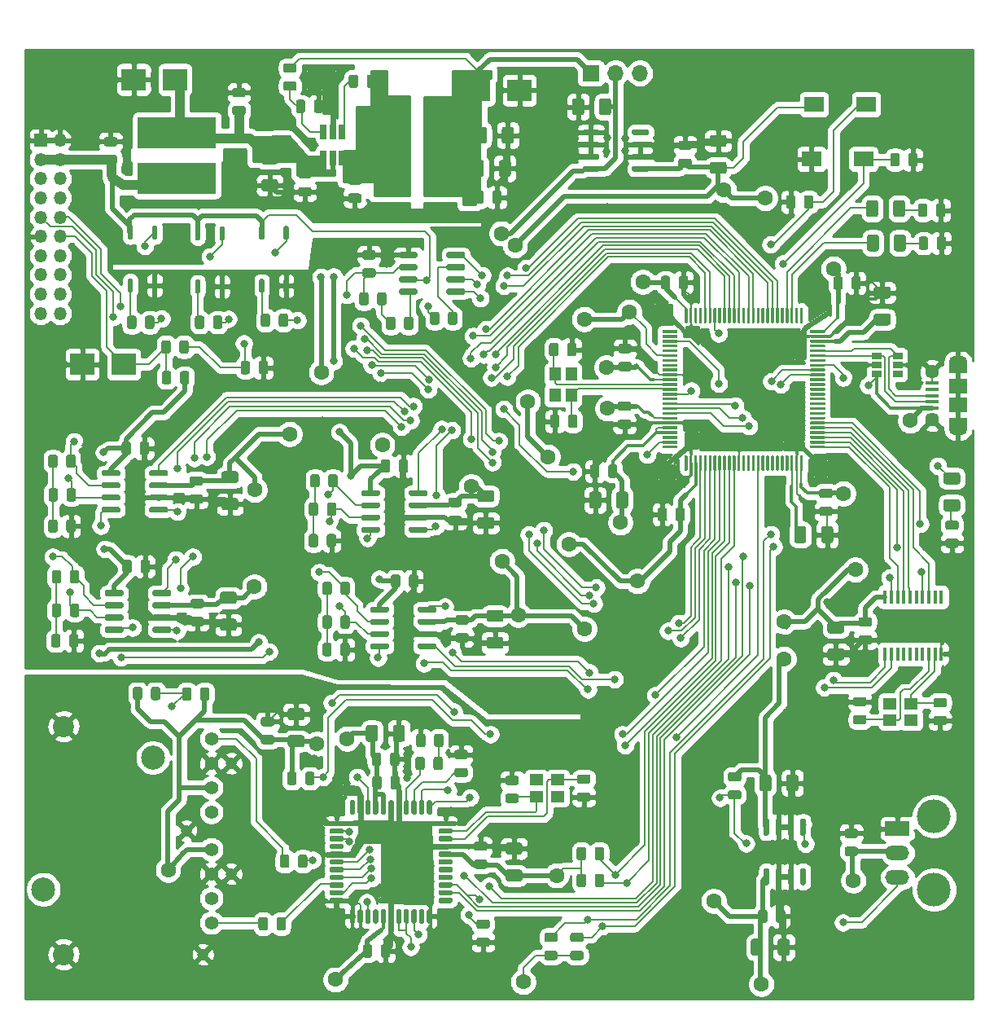
<source format=gtl>
G04 #@! TF.GenerationSoftware,KiCad,Pcbnew,5.1.6-c6e7f7d~86~ubuntu16.04.1*
G04 #@! TF.CreationDate,2020-07-06T18:05:24+05:00*
G04 #@! TF.ProjectId,usb2most,75736232-6d6f-4737-942e-6b696361645f,rev?*
G04 #@! TF.SameCoordinates,Original*
G04 #@! TF.FileFunction,Copper,L1,Top*
G04 #@! TF.FilePolarity,Positive*
%FSLAX46Y46*%
G04 Gerber Fmt 4.6, Leading zero omitted, Abs format (unit mm)*
G04 Created by KiCad (PCBNEW 5.1.6-c6e7f7d~86~ubuntu16.04.1) date 2020-07-06 18:05:24*
%MOMM*%
%LPD*%
G01*
G04 APERTURE LIST*
G04 #@! TA.AperFunction,ComponentPad*
%ADD10C,1.200000*%
G04 #@! TD*
G04 #@! TA.AperFunction,ComponentPad*
%ADD11C,1.400000*%
G04 #@! TD*
G04 #@! TA.AperFunction,ComponentPad*
%ADD12C,2.200000*%
G04 #@! TD*
G04 #@! TA.AperFunction,ComponentPad*
%ADD13C,2.500000*%
G04 #@! TD*
G04 #@! TA.AperFunction,SMDPad,CuDef*
%ADD14R,0.650000X1.560000*%
G04 #@! TD*
G04 #@! TA.AperFunction,ComponentPad*
%ADD15C,3.500000*%
G04 #@! TD*
G04 #@! TA.AperFunction,ComponentPad*
%ADD16O,2.500000X1.500000*%
G04 #@! TD*
G04 #@! TA.AperFunction,ComponentPad*
%ADD17R,2.500000X1.500000*%
G04 #@! TD*
G04 #@! TA.AperFunction,SMDPad,CuDef*
%ADD18R,0.450000X1.450000*%
G04 #@! TD*
G04 #@! TA.AperFunction,SMDPad,CuDef*
%ADD19R,2.000000X1.600000*%
G04 #@! TD*
G04 #@! TA.AperFunction,SMDPad,CuDef*
%ADD20R,1.900000X1.200000*%
G04 #@! TD*
G04 #@! TA.AperFunction,ComponentPad*
%ADD21O,1.900000X1.200000*%
G04 #@! TD*
G04 #@! TA.AperFunction,SMDPad,CuDef*
%ADD22R,1.900000X1.500000*%
G04 #@! TD*
G04 #@! TA.AperFunction,ComponentPad*
%ADD23C,1.450000*%
G04 #@! TD*
G04 #@! TA.AperFunction,SMDPad,CuDef*
%ADD24R,1.350000X0.400000*%
G04 #@! TD*
G04 #@! TA.AperFunction,SMDPad,CuDef*
%ADD25R,2.500000X2.300000*%
G04 #@! TD*
G04 #@! TA.AperFunction,SMDPad,CuDef*
%ADD26R,8.200000X3.300000*%
G04 #@! TD*
G04 #@! TA.AperFunction,SMDPad,CuDef*
%ADD27R,3.300000X8.200000*%
G04 #@! TD*
G04 #@! TA.AperFunction,ComponentPad*
%ADD28R,1.700000X1.700000*%
G04 #@! TD*
G04 #@! TA.AperFunction,ComponentPad*
%ADD29O,1.700000X1.700000*%
G04 #@! TD*
G04 #@! TA.AperFunction,SMDPad,CuDef*
%ADD30R,1.060000X0.650000*%
G04 #@! TD*
G04 #@! TA.AperFunction,ComponentPad*
%ADD31R,1.350000X1.350000*%
G04 #@! TD*
G04 #@! TA.AperFunction,ComponentPad*
%ADD32O,1.350000X1.350000*%
G04 #@! TD*
G04 #@! TA.AperFunction,SMDPad,CuDef*
%ADD33R,1.200000X1.400000*%
G04 #@! TD*
G04 #@! TA.AperFunction,SMDPad,CuDef*
%ADD34R,1.400000X1.200000*%
G04 #@! TD*
G04 #@! TA.AperFunction,ViaPad*
%ADD35C,0.800000*%
G04 #@! TD*
G04 #@! TA.AperFunction,ViaPad*
%ADD36C,5.000000*%
G04 #@! TD*
G04 #@! TA.AperFunction,ViaPad*
%ADD37C,1.600000*%
G04 #@! TD*
G04 #@! TA.AperFunction,Conductor*
%ADD38C,0.200000*%
G04 #@! TD*
G04 #@! TA.AperFunction,Conductor*
%ADD39C,0.500000*%
G04 #@! TD*
G04 #@! TA.AperFunction,Conductor*
%ADD40C,0.300000*%
G04 #@! TD*
G04 #@! TA.AperFunction,Conductor*
%ADD41C,1.000000*%
G04 #@! TD*
G04 #@! TA.AperFunction,Conductor*
%ADD42C,0.254000*%
G04 #@! TD*
G04 APERTURE END LIST*
G04 #@! TA.AperFunction,SMDPad,CuDef*
G36*
G01*
X89300000Y-49050000D02*
X89300000Y-47600000D01*
G75*
G02*
X89375000Y-47525000I75000J0D01*
G01*
X89525000Y-47525000D01*
G75*
G02*
X89600000Y-47600000I0J-75000D01*
G01*
X89600000Y-49050000D01*
G75*
G02*
X89525000Y-49125000I-75000J0D01*
G01*
X89375000Y-49125000D01*
G75*
G02*
X89300000Y-49050000I0J75000D01*
G01*
G37*
G04 #@! TD.AperFunction*
G04 #@! TA.AperFunction,SMDPad,CuDef*
G36*
G01*
X89800000Y-49050000D02*
X89800000Y-47600000D01*
G75*
G02*
X89875000Y-47525000I75000J0D01*
G01*
X90025000Y-47525000D01*
G75*
G02*
X90100000Y-47600000I0J-75000D01*
G01*
X90100000Y-49050000D01*
G75*
G02*
X90025000Y-49125000I-75000J0D01*
G01*
X89875000Y-49125000D01*
G75*
G02*
X89800000Y-49050000I0J75000D01*
G01*
G37*
G04 #@! TD.AperFunction*
G04 #@! TA.AperFunction,SMDPad,CuDef*
G36*
G01*
X90300000Y-49050000D02*
X90300000Y-47600000D01*
G75*
G02*
X90375000Y-47525000I75000J0D01*
G01*
X90525000Y-47525000D01*
G75*
G02*
X90600000Y-47600000I0J-75000D01*
G01*
X90600000Y-49050000D01*
G75*
G02*
X90525000Y-49125000I-75000J0D01*
G01*
X90375000Y-49125000D01*
G75*
G02*
X90300000Y-49050000I0J75000D01*
G01*
G37*
G04 #@! TD.AperFunction*
G04 #@! TA.AperFunction,SMDPad,CuDef*
G36*
G01*
X90800000Y-49050000D02*
X90800000Y-47600000D01*
G75*
G02*
X90875000Y-47525000I75000J0D01*
G01*
X91025000Y-47525000D01*
G75*
G02*
X91100000Y-47600000I0J-75000D01*
G01*
X91100000Y-49050000D01*
G75*
G02*
X91025000Y-49125000I-75000J0D01*
G01*
X90875000Y-49125000D01*
G75*
G02*
X90800000Y-49050000I0J75000D01*
G01*
G37*
G04 #@! TD.AperFunction*
G04 #@! TA.AperFunction,SMDPad,CuDef*
G36*
G01*
X91300000Y-49050000D02*
X91300000Y-47600000D01*
G75*
G02*
X91375000Y-47525000I75000J0D01*
G01*
X91525000Y-47525000D01*
G75*
G02*
X91600000Y-47600000I0J-75000D01*
G01*
X91600000Y-49050000D01*
G75*
G02*
X91525000Y-49125000I-75000J0D01*
G01*
X91375000Y-49125000D01*
G75*
G02*
X91300000Y-49050000I0J75000D01*
G01*
G37*
G04 #@! TD.AperFunction*
G04 #@! TA.AperFunction,SMDPad,CuDef*
G36*
G01*
X91800000Y-49050000D02*
X91800000Y-47600000D01*
G75*
G02*
X91875000Y-47525000I75000J0D01*
G01*
X92025000Y-47525000D01*
G75*
G02*
X92100000Y-47600000I0J-75000D01*
G01*
X92100000Y-49050000D01*
G75*
G02*
X92025000Y-49125000I-75000J0D01*
G01*
X91875000Y-49125000D01*
G75*
G02*
X91800000Y-49050000I0J75000D01*
G01*
G37*
G04 #@! TD.AperFunction*
G04 #@! TA.AperFunction,SMDPad,CuDef*
G36*
G01*
X92300000Y-49050000D02*
X92300000Y-47600000D01*
G75*
G02*
X92375000Y-47525000I75000J0D01*
G01*
X92525000Y-47525000D01*
G75*
G02*
X92600000Y-47600000I0J-75000D01*
G01*
X92600000Y-49050000D01*
G75*
G02*
X92525000Y-49125000I-75000J0D01*
G01*
X92375000Y-49125000D01*
G75*
G02*
X92300000Y-49050000I0J75000D01*
G01*
G37*
G04 #@! TD.AperFunction*
G04 #@! TA.AperFunction,SMDPad,CuDef*
G36*
G01*
X92800000Y-49050000D02*
X92800000Y-47600000D01*
G75*
G02*
X92875000Y-47525000I75000J0D01*
G01*
X93025000Y-47525000D01*
G75*
G02*
X93100000Y-47600000I0J-75000D01*
G01*
X93100000Y-49050000D01*
G75*
G02*
X93025000Y-49125000I-75000J0D01*
G01*
X92875000Y-49125000D01*
G75*
G02*
X92800000Y-49050000I0J75000D01*
G01*
G37*
G04 #@! TD.AperFunction*
G04 #@! TA.AperFunction,SMDPad,CuDef*
G36*
G01*
X93300000Y-49050000D02*
X93300000Y-47600000D01*
G75*
G02*
X93375000Y-47525000I75000J0D01*
G01*
X93525000Y-47525000D01*
G75*
G02*
X93600000Y-47600000I0J-75000D01*
G01*
X93600000Y-49050000D01*
G75*
G02*
X93525000Y-49125000I-75000J0D01*
G01*
X93375000Y-49125000D01*
G75*
G02*
X93300000Y-49050000I0J75000D01*
G01*
G37*
G04 #@! TD.AperFunction*
G04 #@! TA.AperFunction,SMDPad,CuDef*
G36*
G01*
X93800000Y-49050000D02*
X93800000Y-47600000D01*
G75*
G02*
X93875000Y-47525000I75000J0D01*
G01*
X94025000Y-47525000D01*
G75*
G02*
X94100000Y-47600000I0J-75000D01*
G01*
X94100000Y-49050000D01*
G75*
G02*
X94025000Y-49125000I-75000J0D01*
G01*
X93875000Y-49125000D01*
G75*
G02*
X93800000Y-49050000I0J75000D01*
G01*
G37*
G04 #@! TD.AperFunction*
G04 #@! TA.AperFunction,SMDPad,CuDef*
G36*
G01*
X94300000Y-49050000D02*
X94300000Y-47600000D01*
G75*
G02*
X94375000Y-47525000I75000J0D01*
G01*
X94525000Y-47525000D01*
G75*
G02*
X94600000Y-47600000I0J-75000D01*
G01*
X94600000Y-49050000D01*
G75*
G02*
X94525000Y-49125000I-75000J0D01*
G01*
X94375000Y-49125000D01*
G75*
G02*
X94300000Y-49050000I0J75000D01*
G01*
G37*
G04 #@! TD.AperFunction*
G04 #@! TA.AperFunction,SMDPad,CuDef*
G36*
G01*
X94800000Y-49050000D02*
X94800000Y-47600000D01*
G75*
G02*
X94875000Y-47525000I75000J0D01*
G01*
X95025000Y-47525000D01*
G75*
G02*
X95100000Y-47600000I0J-75000D01*
G01*
X95100000Y-49050000D01*
G75*
G02*
X95025000Y-49125000I-75000J0D01*
G01*
X94875000Y-49125000D01*
G75*
G02*
X94800000Y-49050000I0J75000D01*
G01*
G37*
G04 #@! TD.AperFunction*
G04 #@! TA.AperFunction,SMDPad,CuDef*
G36*
G01*
X95300000Y-49050000D02*
X95300000Y-47600000D01*
G75*
G02*
X95375000Y-47525000I75000J0D01*
G01*
X95525000Y-47525000D01*
G75*
G02*
X95600000Y-47600000I0J-75000D01*
G01*
X95600000Y-49050000D01*
G75*
G02*
X95525000Y-49125000I-75000J0D01*
G01*
X95375000Y-49125000D01*
G75*
G02*
X95300000Y-49050000I0J75000D01*
G01*
G37*
G04 #@! TD.AperFunction*
G04 #@! TA.AperFunction,SMDPad,CuDef*
G36*
G01*
X95800000Y-49050000D02*
X95800000Y-47600000D01*
G75*
G02*
X95875000Y-47525000I75000J0D01*
G01*
X96025000Y-47525000D01*
G75*
G02*
X96100000Y-47600000I0J-75000D01*
G01*
X96100000Y-49050000D01*
G75*
G02*
X96025000Y-49125000I-75000J0D01*
G01*
X95875000Y-49125000D01*
G75*
G02*
X95800000Y-49050000I0J75000D01*
G01*
G37*
G04 #@! TD.AperFunction*
G04 #@! TA.AperFunction,SMDPad,CuDef*
G36*
G01*
X96300000Y-49050000D02*
X96300000Y-47600000D01*
G75*
G02*
X96375000Y-47525000I75000J0D01*
G01*
X96525000Y-47525000D01*
G75*
G02*
X96600000Y-47600000I0J-75000D01*
G01*
X96600000Y-49050000D01*
G75*
G02*
X96525000Y-49125000I-75000J0D01*
G01*
X96375000Y-49125000D01*
G75*
G02*
X96300000Y-49050000I0J75000D01*
G01*
G37*
G04 #@! TD.AperFunction*
G04 #@! TA.AperFunction,SMDPad,CuDef*
G36*
G01*
X96800000Y-49050000D02*
X96800000Y-47600000D01*
G75*
G02*
X96875000Y-47525000I75000J0D01*
G01*
X97025000Y-47525000D01*
G75*
G02*
X97100000Y-47600000I0J-75000D01*
G01*
X97100000Y-49050000D01*
G75*
G02*
X97025000Y-49125000I-75000J0D01*
G01*
X96875000Y-49125000D01*
G75*
G02*
X96800000Y-49050000I0J75000D01*
G01*
G37*
G04 #@! TD.AperFunction*
G04 #@! TA.AperFunction,SMDPad,CuDef*
G36*
G01*
X97300000Y-49050000D02*
X97300000Y-47600000D01*
G75*
G02*
X97375000Y-47525000I75000J0D01*
G01*
X97525000Y-47525000D01*
G75*
G02*
X97600000Y-47600000I0J-75000D01*
G01*
X97600000Y-49050000D01*
G75*
G02*
X97525000Y-49125000I-75000J0D01*
G01*
X97375000Y-49125000D01*
G75*
G02*
X97300000Y-49050000I0J75000D01*
G01*
G37*
G04 #@! TD.AperFunction*
G04 #@! TA.AperFunction,SMDPad,CuDef*
G36*
G01*
X97800000Y-49050000D02*
X97800000Y-47600000D01*
G75*
G02*
X97875000Y-47525000I75000J0D01*
G01*
X98025000Y-47525000D01*
G75*
G02*
X98100000Y-47600000I0J-75000D01*
G01*
X98100000Y-49050000D01*
G75*
G02*
X98025000Y-49125000I-75000J0D01*
G01*
X97875000Y-49125000D01*
G75*
G02*
X97800000Y-49050000I0J75000D01*
G01*
G37*
G04 #@! TD.AperFunction*
G04 #@! TA.AperFunction,SMDPad,CuDef*
G36*
G01*
X98300000Y-49050000D02*
X98300000Y-47600000D01*
G75*
G02*
X98375000Y-47525000I75000J0D01*
G01*
X98525000Y-47525000D01*
G75*
G02*
X98600000Y-47600000I0J-75000D01*
G01*
X98600000Y-49050000D01*
G75*
G02*
X98525000Y-49125000I-75000J0D01*
G01*
X98375000Y-49125000D01*
G75*
G02*
X98300000Y-49050000I0J75000D01*
G01*
G37*
G04 #@! TD.AperFunction*
G04 #@! TA.AperFunction,SMDPad,CuDef*
G36*
G01*
X98800000Y-49050000D02*
X98800000Y-47600000D01*
G75*
G02*
X98875000Y-47525000I75000J0D01*
G01*
X99025000Y-47525000D01*
G75*
G02*
X99100000Y-47600000I0J-75000D01*
G01*
X99100000Y-49050000D01*
G75*
G02*
X99025000Y-49125000I-75000J0D01*
G01*
X98875000Y-49125000D01*
G75*
G02*
X98800000Y-49050000I0J75000D01*
G01*
G37*
G04 #@! TD.AperFunction*
G04 #@! TA.AperFunction,SMDPad,CuDef*
G36*
G01*
X99300000Y-49050000D02*
X99300000Y-47600000D01*
G75*
G02*
X99375000Y-47525000I75000J0D01*
G01*
X99525000Y-47525000D01*
G75*
G02*
X99600000Y-47600000I0J-75000D01*
G01*
X99600000Y-49050000D01*
G75*
G02*
X99525000Y-49125000I-75000J0D01*
G01*
X99375000Y-49125000D01*
G75*
G02*
X99300000Y-49050000I0J75000D01*
G01*
G37*
G04 #@! TD.AperFunction*
G04 #@! TA.AperFunction,SMDPad,CuDef*
G36*
G01*
X99800000Y-49050000D02*
X99800000Y-47600000D01*
G75*
G02*
X99875000Y-47525000I75000J0D01*
G01*
X100025000Y-47525000D01*
G75*
G02*
X100100000Y-47600000I0J-75000D01*
G01*
X100100000Y-49050000D01*
G75*
G02*
X100025000Y-49125000I-75000J0D01*
G01*
X99875000Y-49125000D01*
G75*
G02*
X99800000Y-49050000I0J75000D01*
G01*
G37*
G04 #@! TD.AperFunction*
G04 #@! TA.AperFunction,SMDPad,CuDef*
G36*
G01*
X100300000Y-49050000D02*
X100300000Y-47600000D01*
G75*
G02*
X100375000Y-47525000I75000J0D01*
G01*
X100525000Y-47525000D01*
G75*
G02*
X100600000Y-47600000I0J-75000D01*
G01*
X100600000Y-49050000D01*
G75*
G02*
X100525000Y-49125000I-75000J0D01*
G01*
X100375000Y-49125000D01*
G75*
G02*
X100300000Y-49050000I0J75000D01*
G01*
G37*
G04 #@! TD.AperFunction*
G04 #@! TA.AperFunction,SMDPad,CuDef*
G36*
G01*
X100800000Y-49050000D02*
X100800000Y-47600000D01*
G75*
G02*
X100875000Y-47525000I75000J0D01*
G01*
X101025000Y-47525000D01*
G75*
G02*
X101100000Y-47600000I0J-75000D01*
G01*
X101100000Y-49050000D01*
G75*
G02*
X101025000Y-49125000I-75000J0D01*
G01*
X100875000Y-49125000D01*
G75*
G02*
X100800000Y-49050000I0J75000D01*
G01*
G37*
G04 #@! TD.AperFunction*
G04 #@! TA.AperFunction,SMDPad,CuDef*
G36*
G01*
X101300000Y-49050000D02*
X101300000Y-47600000D01*
G75*
G02*
X101375000Y-47525000I75000J0D01*
G01*
X101525000Y-47525000D01*
G75*
G02*
X101600000Y-47600000I0J-75000D01*
G01*
X101600000Y-49050000D01*
G75*
G02*
X101525000Y-49125000I-75000J0D01*
G01*
X101375000Y-49125000D01*
G75*
G02*
X101300000Y-49050000I0J75000D01*
G01*
G37*
G04 #@! TD.AperFunction*
G04 #@! TA.AperFunction,SMDPad,CuDef*
G36*
G01*
X102325000Y-50075000D02*
X102325000Y-49925000D01*
G75*
G02*
X102400000Y-49850000I75000J0D01*
G01*
X103850000Y-49850000D01*
G75*
G02*
X103925000Y-49925000I0J-75000D01*
G01*
X103925000Y-50075000D01*
G75*
G02*
X103850000Y-50150000I-75000J0D01*
G01*
X102400000Y-50150000D01*
G75*
G02*
X102325000Y-50075000I0J75000D01*
G01*
G37*
G04 #@! TD.AperFunction*
G04 #@! TA.AperFunction,SMDPad,CuDef*
G36*
G01*
X102325000Y-50575000D02*
X102325000Y-50425000D01*
G75*
G02*
X102400000Y-50350000I75000J0D01*
G01*
X103850000Y-50350000D01*
G75*
G02*
X103925000Y-50425000I0J-75000D01*
G01*
X103925000Y-50575000D01*
G75*
G02*
X103850000Y-50650000I-75000J0D01*
G01*
X102400000Y-50650000D01*
G75*
G02*
X102325000Y-50575000I0J75000D01*
G01*
G37*
G04 #@! TD.AperFunction*
G04 #@! TA.AperFunction,SMDPad,CuDef*
G36*
G01*
X102325000Y-51075000D02*
X102325000Y-50925000D01*
G75*
G02*
X102400000Y-50850000I75000J0D01*
G01*
X103850000Y-50850000D01*
G75*
G02*
X103925000Y-50925000I0J-75000D01*
G01*
X103925000Y-51075000D01*
G75*
G02*
X103850000Y-51150000I-75000J0D01*
G01*
X102400000Y-51150000D01*
G75*
G02*
X102325000Y-51075000I0J75000D01*
G01*
G37*
G04 #@! TD.AperFunction*
G04 #@! TA.AperFunction,SMDPad,CuDef*
G36*
G01*
X102325000Y-51575000D02*
X102325000Y-51425000D01*
G75*
G02*
X102400000Y-51350000I75000J0D01*
G01*
X103850000Y-51350000D01*
G75*
G02*
X103925000Y-51425000I0J-75000D01*
G01*
X103925000Y-51575000D01*
G75*
G02*
X103850000Y-51650000I-75000J0D01*
G01*
X102400000Y-51650000D01*
G75*
G02*
X102325000Y-51575000I0J75000D01*
G01*
G37*
G04 #@! TD.AperFunction*
G04 #@! TA.AperFunction,SMDPad,CuDef*
G36*
G01*
X102325000Y-52075000D02*
X102325000Y-51925000D01*
G75*
G02*
X102400000Y-51850000I75000J0D01*
G01*
X103850000Y-51850000D01*
G75*
G02*
X103925000Y-51925000I0J-75000D01*
G01*
X103925000Y-52075000D01*
G75*
G02*
X103850000Y-52150000I-75000J0D01*
G01*
X102400000Y-52150000D01*
G75*
G02*
X102325000Y-52075000I0J75000D01*
G01*
G37*
G04 #@! TD.AperFunction*
G04 #@! TA.AperFunction,SMDPad,CuDef*
G36*
G01*
X102325000Y-52575000D02*
X102325000Y-52425000D01*
G75*
G02*
X102400000Y-52350000I75000J0D01*
G01*
X103850000Y-52350000D01*
G75*
G02*
X103925000Y-52425000I0J-75000D01*
G01*
X103925000Y-52575000D01*
G75*
G02*
X103850000Y-52650000I-75000J0D01*
G01*
X102400000Y-52650000D01*
G75*
G02*
X102325000Y-52575000I0J75000D01*
G01*
G37*
G04 #@! TD.AperFunction*
G04 #@! TA.AperFunction,SMDPad,CuDef*
G36*
G01*
X102325000Y-53075000D02*
X102325000Y-52925000D01*
G75*
G02*
X102400000Y-52850000I75000J0D01*
G01*
X103850000Y-52850000D01*
G75*
G02*
X103925000Y-52925000I0J-75000D01*
G01*
X103925000Y-53075000D01*
G75*
G02*
X103850000Y-53150000I-75000J0D01*
G01*
X102400000Y-53150000D01*
G75*
G02*
X102325000Y-53075000I0J75000D01*
G01*
G37*
G04 #@! TD.AperFunction*
G04 #@! TA.AperFunction,SMDPad,CuDef*
G36*
G01*
X102325000Y-53575000D02*
X102325000Y-53425000D01*
G75*
G02*
X102400000Y-53350000I75000J0D01*
G01*
X103850000Y-53350000D01*
G75*
G02*
X103925000Y-53425000I0J-75000D01*
G01*
X103925000Y-53575000D01*
G75*
G02*
X103850000Y-53650000I-75000J0D01*
G01*
X102400000Y-53650000D01*
G75*
G02*
X102325000Y-53575000I0J75000D01*
G01*
G37*
G04 #@! TD.AperFunction*
G04 #@! TA.AperFunction,SMDPad,CuDef*
G36*
G01*
X102325000Y-54075000D02*
X102325000Y-53925000D01*
G75*
G02*
X102400000Y-53850000I75000J0D01*
G01*
X103850000Y-53850000D01*
G75*
G02*
X103925000Y-53925000I0J-75000D01*
G01*
X103925000Y-54075000D01*
G75*
G02*
X103850000Y-54150000I-75000J0D01*
G01*
X102400000Y-54150000D01*
G75*
G02*
X102325000Y-54075000I0J75000D01*
G01*
G37*
G04 #@! TD.AperFunction*
G04 #@! TA.AperFunction,SMDPad,CuDef*
G36*
G01*
X102325000Y-54575000D02*
X102325000Y-54425000D01*
G75*
G02*
X102400000Y-54350000I75000J0D01*
G01*
X103850000Y-54350000D01*
G75*
G02*
X103925000Y-54425000I0J-75000D01*
G01*
X103925000Y-54575000D01*
G75*
G02*
X103850000Y-54650000I-75000J0D01*
G01*
X102400000Y-54650000D01*
G75*
G02*
X102325000Y-54575000I0J75000D01*
G01*
G37*
G04 #@! TD.AperFunction*
G04 #@! TA.AperFunction,SMDPad,CuDef*
G36*
G01*
X102325000Y-55075000D02*
X102325000Y-54925000D01*
G75*
G02*
X102400000Y-54850000I75000J0D01*
G01*
X103850000Y-54850000D01*
G75*
G02*
X103925000Y-54925000I0J-75000D01*
G01*
X103925000Y-55075000D01*
G75*
G02*
X103850000Y-55150000I-75000J0D01*
G01*
X102400000Y-55150000D01*
G75*
G02*
X102325000Y-55075000I0J75000D01*
G01*
G37*
G04 #@! TD.AperFunction*
G04 #@! TA.AperFunction,SMDPad,CuDef*
G36*
G01*
X102325000Y-55575000D02*
X102325000Y-55425000D01*
G75*
G02*
X102400000Y-55350000I75000J0D01*
G01*
X103850000Y-55350000D01*
G75*
G02*
X103925000Y-55425000I0J-75000D01*
G01*
X103925000Y-55575000D01*
G75*
G02*
X103850000Y-55650000I-75000J0D01*
G01*
X102400000Y-55650000D01*
G75*
G02*
X102325000Y-55575000I0J75000D01*
G01*
G37*
G04 #@! TD.AperFunction*
G04 #@! TA.AperFunction,SMDPad,CuDef*
G36*
G01*
X102325000Y-56075000D02*
X102325000Y-55925000D01*
G75*
G02*
X102400000Y-55850000I75000J0D01*
G01*
X103850000Y-55850000D01*
G75*
G02*
X103925000Y-55925000I0J-75000D01*
G01*
X103925000Y-56075000D01*
G75*
G02*
X103850000Y-56150000I-75000J0D01*
G01*
X102400000Y-56150000D01*
G75*
G02*
X102325000Y-56075000I0J75000D01*
G01*
G37*
G04 #@! TD.AperFunction*
G04 #@! TA.AperFunction,SMDPad,CuDef*
G36*
G01*
X102325000Y-56575000D02*
X102325000Y-56425000D01*
G75*
G02*
X102400000Y-56350000I75000J0D01*
G01*
X103850000Y-56350000D01*
G75*
G02*
X103925000Y-56425000I0J-75000D01*
G01*
X103925000Y-56575000D01*
G75*
G02*
X103850000Y-56650000I-75000J0D01*
G01*
X102400000Y-56650000D01*
G75*
G02*
X102325000Y-56575000I0J75000D01*
G01*
G37*
G04 #@! TD.AperFunction*
G04 #@! TA.AperFunction,SMDPad,CuDef*
G36*
G01*
X102325000Y-57075000D02*
X102325000Y-56925000D01*
G75*
G02*
X102400000Y-56850000I75000J0D01*
G01*
X103850000Y-56850000D01*
G75*
G02*
X103925000Y-56925000I0J-75000D01*
G01*
X103925000Y-57075000D01*
G75*
G02*
X103850000Y-57150000I-75000J0D01*
G01*
X102400000Y-57150000D01*
G75*
G02*
X102325000Y-57075000I0J75000D01*
G01*
G37*
G04 #@! TD.AperFunction*
G04 #@! TA.AperFunction,SMDPad,CuDef*
G36*
G01*
X102325000Y-57575000D02*
X102325000Y-57425000D01*
G75*
G02*
X102400000Y-57350000I75000J0D01*
G01*
X103850000Y-57350000D01*
G75*
G02*
X103925000Y-57425000I0J-75000D01*
G01*
X103925000Y-57575000D01*
G75*
G02*
X103850000Y-57650000I-75000J0D01*
G01*
X102400000Y-57650000D01*
G75*
G02*
X102325000Y-57575000I0J75000D01*
G01*
G37*
G04 #@! TD.AperFunction*
G04 #@! TA.AperFunction,SMDPad,CuDef*
G36*
G01*
X102325000Y-58075000D02*
X102325000Y-57925000D01*
G75*
G02*
X102400000Y-57850000I75000J0D01*
G01*
X103850000Y-57850000D01*
G75*
G02*
X103925000Y-57925000I0J-75000D01*
G01*
X103925000Y-58075000D01*
G75*
G02*
X103850000Y-58150000I-75000J0D01*
G01*
X102400000Y-58150000D01*
G75*
G02*
X102325000Y-58075000I0J75000D01*
G01*
G37*
G04 #@! TD.AperFunction*
G04 #@! TA.AperFunction,SMDPad,CuDef*
G36*
G01*
X102325000Y-58575000D02*
X102325000Y-58425000D01*
G75*
G02*
X102400000Y-58350000I75000J0D01*
G01*
X103850000Y-58350000D01*
G75*
G02*
X103925000Y-58425000I0J-75000D01*
G01*
X103925000Y-58575000D01*
G75*
G02*
X103850000Y-58650000I-75000J0D01*
G01*
X102400000Y-58650000D01*
G75*
G02*
X102325000Y-58575000I0J75000D01*
G01*
G37*
G04 #@! TD.AperFunction*
G04 #@! TA.AperFunction,SMDPad,CuDef*
G36*
G01*
X102325000Y-59075000D02*
X102325000Y-58925000D01*
G75*
G02*
X102400000Y-58850000I75000J0D01*
G01*
X103850000Y-58850000D01*
G75*
G02*
X103925000Y-58925000I0J-75000D01*
G01*
X103925000Y-59075000D01*
G75*
G02*
X103850000Y-59150000I-75000J0D01*
G01*
X102400000Y-59150000D01*
G75*
G02*
X102325000Y-59075000I0J75000D01*
G01*
G37*
G04 #@! TD.AperFunction*
G04 #@! TA.AperFunction,SMDPad,CuDef*
G36*
G01*
X102325000Y-59575000D02*
X102325000Y-59425000D01*
G75*
G02*
X102400000Y-59350000I75000J0D01*
G01*
X103850000Y-59350000D01*
G75*
G02*
X103925000Y-59425000I0J-75000D01*
G01*
X103925000Y-59575000D01*
G75*
G02*
X103850000Y-59650000I-75000J0D01*
G01*
X102400000Y-59650000D01*
G75*
G02*
X102325000Y-59575000I0J75000D01*
G01*
G37*
G04 #@! TD.AperFunction*
G04 #@! TA.AperFunction,SMDPad,CuDef*
G36*
G01*
X102325000Y-60075000D02*
X102325000Y-59925000D01*
G75*
G02*
X102400000Y-59850000I75000J0D01*
G01*
X103850000Y-59850000D01*
G75*
G02*
X103925000Y-59925000I0J-75000D01*
G01*
X103925000Y-60075000D01*
G75*
G02*
X103850000Y-60150000I-75000J0D01*
G01*
X102400000Y-60150000D01*
G75*
G02*
X102325000Y-60075000I0J75000D01*
G01*
G37*
G04 #@! TD.AperFunction*
G04 #@! TA.AperFunction,SMDPad,CuDef*
G36*
G01*
X102325000Y-60575000D02*
X102325000Y-60425000D01*
G75*
G02*
X102400000Y-60350000I75000J0D01*
G01*
X103850000Y-60350000D01*
G75*
G02*
X103925000Y-60425000I0J-75000D01*
G01*
X103925000Y-60575000D01*
G75*
G02*
X103850000Y-60650000I-75000J0D01*
G01*
X102400000Y-60650000D01*
G75*
G02*
X102325000Y-60575000I0J75000D01*
G01*
G37*
G04 #@! TD.AperFunction*
G04 #@! TA.AperFunction,SMDPad,CuDef*
G36*
G01*
X102325000Y-61075000D02*
X102325000Y-60925000D01*
G75*
G02*
X102400000Y-60850000I75000J0D01*
G01*
X103850000Y-60850000D01*
G75*
G02*
X103925000Y-60925000I0J-75000D01*
G01*
X103925000Y-61075000D01*
G75*
G02*
X103850000Y-61150000I-75000J0D01*
G01*
X102400000Y-61150000D01*
G75*
G02*
X102325000Y-61075000I0J75000D01*
G01*
G37*
G04 #@! TD.AperFunction*
G04 #@! TA.AperFunction,SMDPad,CuDef*
G36*
G01*
X102325000Y-61575000D02*
X102325000Y-61425000D01*
G75*
G02*
X102400000Y-61350000I75000J0D01*
G01*
X103850000Y-61350000D01*
G75*
G02*
X103925000Y-61425000I0J-75000D01*
G01*
X103925000Y-61575000D01*
G75*
G02*
X103850000Y-61650000I-75000J0D01*
G01*
X102400000Y-61650000D01*
G75*
G02*
X102325000Y-61575000I0J75000D01*
G01*
G37*
G04 #@! TD.AperFunction*
G04 #@! TA.AperFunction,SMDPad,CuDef*
G36*
G01*
X102325000Y-62075000D02*
X102325000Y-61925000D01*
G75*
G02*
X102400000Y-61850000I75000J0D01*
G01*
X103850000Y-61850000D01*
G75*
G02*
X103925000Y-61925000I0J-75000D01*
G01*
X103925000Y-62075000D01*
G75*
G02*
X103850000Y-62150000I-75000J0D01*
G01*
X102400000Y-62150000D01*
G75*
G02*
X102325000Y-62075000I0J75000D01*
G01*
G37*
G04 #@! TD.AperFunction*
G04 #@! TA.AperFunction,SMDPad,CuDef*
G36*
G01*
X101300000Y-64400000D02*
X101300000Y-62950000D01*
G75*
G02*
X101375000Y-62875000I75000J0D01*
G01*
X101525000Y-62875000D01*
G75*
G02*
X101600000Y-62950000I0J-75000D01*
G01*
X101600000Y-64400000D01*
G75*
G02*
X101525000Y-64475000I-75000J0D01*
G01*
X101375000Y-64475000D01*
G75*
G02*
X101300000Y-64400000I0J75000D01*
G01*
G37*
G04 #@! TD.AperFunction*
G04 #@! TA.AperFunction,SMDPad,CuDef*
G36*
G01*
X100800000Y-64400000D02*
X100800000Y-62950000D01*
G75*
G02*
X100875000Y-62875000I75000J0D01*
G01*
X101025000Y-62875000D01*
G75*
G02*
X101100000Y-62950000I0J-75000D01*
G01*
X101100000Y-64400000D01*
G75*
G02*
X101025000Y-64475000I-75000J0D01*
G01*
X100875000Y-64475000D01*
G75*
G02*
X100800000Y-64400000I0J75000D01*
G01*
G37*
G04 #@! TD.AperFunction*
G04 #@! TA.AperFunction,SMDPad,CuDef*
G36*
G01*
X100300000Y-64400000D02*
X100300000Y-62950000D01*
G75*
G02*
X100375000Y-62875000I75000J0D01*
G01*
X100525000Y-62875000D01*
G75*
G02*
X100600000Y-62950000I0J-75000D01*
G01*
X100600000Y-64400000D01*
G75*
G02*
X100525000Y-64475000I-75000J0D01*
G01*
X100375000Y-64475000D01*
G75*
G02*
X100300000Y-64400000I0J75000D01*
G01*
G37*
G04 #@! TD.AperFunction*
G04 #@! TA.AperFunction,SMDPad,CuDef*
G36*
G01*
X99800000Y-64400000D02*
X99800000Y-62950000D01*
G75*
G02*
X99875000Y-62875000I75000J0D01*
G01*
X100025000Y-62875000D01*
G75*
G02*
X100100000Y-62950000I0J-75000D01*
G01*
X100100000Y-64400000D01*
G75*
G02*
X100025000Y-64475000I-75000J0D01*
G01*
X99875000Y-64475000D01*
G75*
G02*
X99800000Y-64400000I0J75000D01*
G01*
G37*
G04 #@! TD.AperFunction*
G04 #@! TA.AperFunction,SMDPad,CuDef*
G36*
G01*
X99300000Y-64400000D02*
X99300000Y-62950000D01*
G75*
G02*
X99375000Y-62875000I75000J0D01*
G01*
X99525000Y-62875000D01*
G75*
G02*
X99600000Y-62950000I0J-75000D01*
G01*
X99600000Y-64400000D01*
G75*
G02*
X99525000Y-64475000I-75000J0D01*
G01*
X99375000Y-64475000D01*
G75*
G02*
X99300000Y-64400000I0J75000D01*
G01*
G37*
G04 #@! TD.AperFunction*
G04 #@! TA.AperFunction,SMDPad,CuDef*
G36*
G01*
X98800000Y-64400000D02*
X98800000Y-62950000D01*
G75*
G02*
X98875000Y-62875000I75000J0D01*
G01*
X99025000Y-62875000D01*
G75*
G02*
X99100000Y-62950000I0J-75000D01*
G01*
X99100000Y-64400000D01*
G75*
G02*
X99025000Y-64475000I-75000J0D01*
G01*
X98875000Y-64475000D01*
G75*
G02*
X98800000Y-64400000I0J75000D01*
G01*
G37*
G04 #@! TD.AperFunction*
G04 #@! TA.AperFunction,SMDPad,CuDef*
G36*
G01*
X98300000Y-64400000D02*
X98300000Y-62950000D01*
G75*
G02*
X98375000Y-62875000I75000J0D01*
G01*
X98525000Y-62875000D01*
G75*
G02*
X98600000Y-62950000I0J-75000D01*
G01*
X98600000Y-64400000D01*
G75*
G02*
X98525000Y-64475000I-75000J0D01*
G01*
X98375000Y-64475000D01*
G75*
G02*
X98300000Y-64400000I0J75000D01*
G01*
G37*
G04 #@! TD.AperFunction*
G04 #@! TA.AperFunction,SMDPad,CuDef*
G36*
G01*
X97800000Y-64400000D02*
X97800000Y-62950000D01*
G75*
G02*
X97875000Y-62875000I75000J0D01*
G01*
X98025000Y-62875000D01*
G75*
G02*
X98100000Y-62950000I0J-75000D01*
G01*
X98100000Y-64400000D01*
G75*
G02*
X98025000Y-64475000I-75000J0D01*
G01*
X97875000Y-64475000D01*
G75*
G02*
X97800000Y-64400000I0J75000D01*
G01*
G37*
G04 #@! TD.AperFunction*
G04 #@! TA.AperFunction,SMDPad,CuDef*
G36*
G01*
X97300000Y-64400000D02*
X97300000Y-62950000D01*
G75*
G02*
X97375000Y-62875000I75000J0D01*
G01*
X97525000Y-62875000D01*
G75*
G02*
X97600000Y-62950000I0J-75000D01*
G01*
X97600000Y-64400000D01*
G75*
G02*
X97525000Y-64475000I-75000J0D01*
G01*
X97375000Y-64475000D01*
G75*
G02*
X97300000Y-64400000I0J75000D01*
G01*
G37*
G04 #@! TD.AperFunction*
G04 #@! TA.AperFunction,SMDPad,CuDef*
G36*
G01*
X96800000Y-64400000D02*
X96800000Y-62950000D01*
G75*
G02*
X96875000Y-62875000I75000J0D01*
G01*
X97025000Y-62875000D01*
G75*
G02*
X97100000Y-62950000I0J-75000D01*
G01*
X97100000Y-64400000D01*
G75*
G02*
X97025000Y-64475000I-75000J0D01*
G01*
X96875000Y-64475000D01*
G75*
G02*
X96800000Y-64400000I0J75000D01*
G01*
G37*
G04 #@! TD.AperFunction*
G04 #@! TA.AperFunction,SMDPad,CuDef*
G36*
G01*
X96300000Y-64400000D02*
X96300000Y-62950000D01*
G75*
G02*
X96375000Y-62875000I75000J0D01*
G01*
X96525000Y-62875000D01*
G75*
G02*
X96600000Y-62950000I0J-75000D01*
G01*
X96600000Y-64400000D01*
G75*
G02*
X96525000Y-64475000I-75000J0D01*
G01*
X96375000Y-64475000D01*
G75*
G02*
X96300000Y-64400000I0J75000D01*
G01*
G37*
G04 #@! TD.AperFunction*
G04 #@! TA.AperFunction,SMDPad,CuDef*
G36*
G01*
X95800000Y-64400000D02*
X95800000Y-62950000D01*
G75*
G02*
X95875000Y-62875000I75000J0D01*
G01*
X96025000Y-62875000D01*
G75*
G02*
X96100000Y-62950000I0J-75000D01*
G01*
X96100000Y-64400000D01*
G75*
G02*
X96025000Y-64475000I-75000J0D01*
G01*
X95875000Y-64475000D01*
G75*
G02*
X95800000Y-64400000I0J75000D01*
G01*
G37*
G04 #@! TD.AperFunction*
G04 #@! TA.AperFunction,SMDPad,CuDef*
G36*
G01*
X95300000Y-64400000D02*
X95300000Y-62950000D01*
G75*
G02*
X95375000Y-62875000I75000J0D01*
G01*
X95525000Y-62875000D01*
G75*
G02*
X95600000Y-62950000I0J-75000D01*
G01*
X95600000Y-64400000D01*
G75*
G02*
X95525000Y-64475000I-75000J0D01*
G01*
X95375000Y-64475000D01*
G75*
G02*
X95300000Y-64400000I0J75000D01*
G01*
G37*
G04 #@! TD.AperFunction*
G04 #@! TA.AperFunction,SMDPad,CuDef*
G36*
G01*
X94800000Y-64400000D02*
X94800000Y-62950000D01*
G75*
G02*
X94875000Y-62875000I75000J0D01*
G01*
X95025000Y-62875000D01*
G75*
G02*
X95100000Y-62950000I0J-75000D01*
G01*
X95100000Y-64400000D01*
G75*
G02*
X95025000Y-64475000I-75000J0D01*
G01*
X94875000Y-64475000D01*
G75*
G02*
X94800000Y-64400000I0J75000D01*
G01*
G37*
G04 #@! TD.AperFunction*
G04 #@! TA.AperFunction,SMDPad,CuDef*
G36*
G01*
X94300000Y-64400000D02*
X94300000Y-62950000D01*
G75*
G02*
X94375000Y-62875000I75000J0D01*
G01*
X94525000Y-62875000D01*
G75*
G02*
X94600000Y-62950000I0J-75000D01*
G01*
X94600000Y-64400000D01*
G75*
G02*
X94525000Y-64475000I-75000J0D01*
G01*
X94375000Y-64475000D01*
G75*
G02*
X94300000Y-64400000I0J75000D01*
G01*
G37*
G04 #@! TD.AperFunction*
G04 #@! TA.AperFunction,SMDPad,CuDef*
G36*
G01*
X93800000Y-64400000D02*
X93800000Y-62950000D01*
G75*
G02*
X93875000Y-62875000I75000J0D01*
G01*
X94025000Y-62875000D01*
G75*
G02*
X94100000Y-62950000I0J-75000D01*
G01*
X94100000Y-64400000D01*
G75*
G02*
X94025000Y-64475000I-75000J0D01*
G01*
X93875000Y-64475000D01*
G75*
G02*
X93800000Y-64400000I0J75000D01*
G01*
G37*
G04 #@! TD.AperFunction*
G04 #@! TA.AperFunction,SMDPad,CuDef*
G36*
G01*
X93300000Y-64400000D02*
X93300000Y-62950000D01*
G75*
G02*
X93375000Y-62875000I75000J0D01*
G01*
X93525000Y-62875000D01*
G75*
G02*
X93600000Y-62950000I0J-75000D01*
G01*
X93600000Y-64400000D01*
G75*
G02*
X93525000Y-64475000I-75000J0D01*
G01*
X93375000Y-64475000D01*
G75*
G02*
X93300000Y-64400000I0J75000D01*
G01*
G37*
G04 #@! TD.AperFunction*
G04 #@! TA.AperFunction,SMDPad,CuDef*
G36*
G01*
X92800000Y-64400000D02*
X92800000Y-62950000D01*
G75*
G02*
X92875000Y-62875000I75000J0D01*
G01*
X93025000Y-62875000D01*
G75*
G02*
X93100000Y-62950000I0J-75000D01*
G01*
X93100000Y-64400000D01*
G75*
G02*
X93025000Y-64475000I-75000J0D01*
G01*
X92875000Y-64475000D01*
G75*
G02*
X92800000Y-64400000I0J75000D01*
G01*
G37*
G04 #@! TD.AperFunction*
G04 #@! TA.AperFunction,SMDPad,CuDef*
G36*
G01*
X92300000Y-64400000D02*
X92300000Y-62950000D01*
G75*
G02*
X92375000Y-62875000I75000J0D01*
G01*
X92525000Y-62875000D01*
G75*
G02*
X92600000Y-62950000I0J-75000D01*
G01*
X92600000Y-64400000D01*
G75*
G02*
X92525000Y-64475000I-75000J0D01*
G01*
X92375000Y-64475000D01*
G75*
G02*
X92300000Y-64400000I0J75000D01*
G01*
G37*
G04 #@! TD.AperFunction*
G04 #@! TA.AperFunction,SMDPad,CuDef*
G36*
G01*
X91800000Y-64400000D02*
X91800000Y-62950000D01*
G75*
G02*
X91875000Y-62875000I75000J0D01*
G01*
X92025000Y-62875000D01*
G75*
G02*
X92100000Y-62950000I0J-75000D01*
G01*
X92100000Y-64400000D01*
G75*
G02*
X92025000Y-64475000I-75000J0D01*
G01*
X91875000Y-64475000D01*
G75*
G02*
X91800000Y-64400000I0J75000D01*
G01*
G37*
G04 #@! TD.AperFunction*
G04 #@! TA.AperFunction,SMDPad,CuDef*
G36*
G01*
X91300000Y-64400000D02*
X91300000Y-62950000D01*
G75*
G02*
X91375000Y-62875000I75000J0D01*
G01*
X91525000Y-62875000D01*
G75*
G02*
X91600000Y-62950000I0J-75000D01*
G01*
X91600000Y-64400000D01*
G75*
G02*
X91525000Y-64475000I-75000J0D01*
G01*
X91375000Y-64475000D01*
G75*
G02*
X91300000Y-64400000I0J75000D01*
G01*
G37*
G04 #@! TD.AperFunction*
G04 #@! TA.AperFunction,SMDPad,CuDef*
G36*
G01*
X90800000Y-64400000D02*
X90800000Y-62950000D01*
G75*
G02*
X90875000Y-62875000I75000J0D01*
G01*
X91025000Y-62875000D01*
G75*
G02*
X91100000Y-62950000I0J-75000D01*
G01*
X91100000Y-64400000D01*
G75*
G02*
X91025000Y-64475000I-75000J0D01*
G01*
X90875000Y-64475000D01*
G75*
G02*
X90800000Y-64400000I0J75000D01*
G01*
G37*
G04 #@! TD.AperFunction*
G04 #@! TA.AperFunction,SMDPad,CuDef*
G36*
G01*
X90300000Y-64400000D02*
X90300000Y-62950000D01*
G75*
G02*
X90375000Y-62875000I75000J0D01*
G01*
X90525000Y-62875000D01*
G75*
G02*
X90600000Y-62950000I0J-75000D01*
G01*
X90600000Y-64400000D01*
G75*
G02*
X90525000Y-64475000I-75000J0D01*
G01*
X90375000Y-64475000D01*
G75*
G02*
X90300000Y-64400000I0J75000D01*
G01*
G37*
G04 #@! TD.AperFunction*
G04 #@! TA.AperFunction,SMDPad,CuDef*
G36*
G01*
X89800000Y-64400000D02*
X89800000Y-62950000D01*
G75*
G02*
X89875000Y-62875000I75000J0D01*
G01*
X90025000Y-62875000D01*
G75*
G02*
X90100000Y-62950000I0J-75000D01*
G01*
X90100000Y-64400000D01*
G75*
G02*
X90025000Y-64475000I-75000J0D01*
G01*
X89875000Y-64475000D01*
G75*
G02*
X89800000Y-64400000I0J75000D01*
G01*
G37*
G04 #@! TD.AperFunction*
G04 #@! TA.AperFunction,SMDPad,CuDef*
G36*
G01*
X89300000Y-64400000D02*
X89300000Y-62950000D01*
G75*
G02*
X89375000Y-62875000I75000J0D01*
G01*
X89525000Y-62875000D01*
G75*
G02*
X89600000Y-62950000I0J-75000D01*
G01*
X89600000Y-64400000D01*
G75*
G02*
X89525000Y-64475000I-75000J0D01*
G01*
X89375000Y-64475000D01*
G75*
G02*
X89300000Y-64400000I0J75000D01*
G01*
G37*
G04 #@! TD.AperFunction*
G04 #@! TA.AperFunction,SMDPad,CuDef*
G36*
G01*
X86975000Y-62075000D02*
X86975000Y-61925000D01*
G75*
G02*
X87050000Y-61850000I75000J0D01*
G01*
X88500000Y-61850000D01*
G75*
G02*
X88575000Y-61925000I0J-75000D01*
G01*
X88575000Y-62075000D01*
G75*
G02*
X88500000Y-62150000I-75000J0D01*
G01*
X87050000Y-62150000D01*
G75*
G02*
X86975000Y-62075000I0J75000D01*
G01*
G37*
G04 #@! TD.AperFunction*
G04 #@! TA.AperFunction,SMDPad,CuDef*
G36*
G01*
X86975000Y-61575000D02*
X86975000Y-61425000D01*
G75*
G02*
X87050000Y-61350000I75000J0D01*
G01*
X88500000Y-61350000D01*
G75*
G02*
X88575000Y-61425000I0J-75000D01*
G01*
X88575000Y-61575000D01*
G75*
G02*
X88500000Y-61650000I-75000J0D01*
G01*
X87050000Y-61650000D01*
G75*
G02*
X86975000Y-61575000I0J75000D01*
G01*
G37*
G04 #@! TD.AperFunction*
G04 #@! TA.AperFunction,SMDPad,CuDef*
G36*
G01*
X86975000Y-61075000D02*
X86975000Y-60925000D01*
G75*
G02*
X87050000Y-60850000I75000J0D01*
G01*
X88500000Y-60850000D01*
G75*
G02*
X88575000Y-60925000I0J-75000D01*
G01*
X88575000Y-61075000D01*
G75*
G02*
X88500000Y-61150000I-75000J0D01*
G01*
X87050000Y-61150000D01*
G75*
G02*
X86975000Y-61075000I0J75000D01*
G01*
G37*
G04 #@! TD.AperFunction*
G04 #@! TA.AperFunction,SMDPad,CuDef*
G36*
G01*
X86975000Y-60575000D02*
X86975000Y-60425000D01*
G75*
G02*
X87050000Y-60350000I75000J0D01*
G01*
X88500000Y-60350000D01*
G75*
G02*
X88575000Y-60425000I0J-75000D01*
G01*
X88575000Y-60575000D01*
G75*
G02*
X88500000Y-60650000I-75000J0D01*
G01*
X87050000Y-60650000D01*
G75*
G02*
X86975000Y-60575000I0J75000D01*
G01*
G37*
G04 #@! TD.AperFunction*
G04 #@! TA.AperFunction,SMDPad,CuDef*
G36*
G01*
X86975000Y-60075000D02*
X86975000Y-59925000D01*
G75*
G02*
X87050000Y-59850000I75000J0D01*
G01*
X88500000Y-59850000D01*
G75*
G02*
X88575000Y-59925000I0J-75000D01*
G01*
X88575000Y-60075000D01*
G75*
G02*
X88500000Y-60150000I-75000J0D01*
G01*
X87050000Y-60150000D01*
G75*
G02*
X86975000Y-60075000I0J75000D01*
G01*
G37*
G04 #@! TD.AperFunction*
G04 #@! TA.AperFunction,SMDPad,CuDef*
G36*
G01*
X86975000Y-59575000D02*
X86975000Y-59425000D01*
G75*
G02*
X87050000Y-59350000I75000J0D01*
G01*
X88500000Y-59350000D01*
G75*
G02*
X88575000Y-59425000I0J-75000D01*
G01*
X88575000Y-59575000D01*
G75*
G02*
X88500000Y-59650000I-75000J0D01*
G01*
X87050000Y-59650000D01*
G75*
G02*
X86975000Y-59575000I0J75000D01*
G01*
G37*
G04 #@! TD.AperFunction*
G04 #@! TA.AperFunction,SMDPad,CuDef*
G36*
G01*
X86975000Y-59075000D02*
X86975000Y-58925000D01*
G75*
G02*
X87050000Y-58850000I75000J0D01*
G01*
X88500000Y-58850000D01*
G75*
G02*
X88575000Y-58925000I0J-75000D01*
G01*
X88575000Y-59075000D01*
G75*
G02*
X88500000Y-59150000I-75000J0D01*
G01*
X87050000Y-59150000D01*
G75*
G02*
X86975000Y-59075000I0J75000D01*
G01*
G37*
G04 #@! TD.AperFunction*
G04 #@! TA.AperFunction,SMDPad,CuDef*
G36*
G01*
X86975000Y-58575000D02*
X86975000Y-58425000D01*
G75*
G02*
X87050000Y-58350000I75000J0D01*
G01*
X88500000Y-58350000D01*
G75*
G02*
X88575000Y-58425000I0J-75000D01*
G01*
X88575000Y-58575000D01*
G75*
G02*
X88500000Y-58650000I-75000J0D01*
G01*
X87050000Y-58650000D01*
G75*
G02*
X86975000Y-58575000I0J75000D01*
G01*
G37*
G04 #@! TD.AperFunction*
G04 #@! TA.AperFunction,SMDPad,CuDef*
G36*
G01*
X86975000Y-58075000D02*
X86975000Y-57925000D01*
G75*
G02*
X87050000Y-57850000I75000J0D01*
G01*
X88500000Y-57850000D01*
G75*
G02*
X88575000Y-57925000I0J-75000D01*
G01*
X88575000Y-58075000D01*
G75*
G02*
X88500000Y-58150000I-75000J0D01*
G01*
X87050000Y-58150000D01*
G75*
G02*
X86975000Y-58075000I0J75000D01*
G01*
G37*
G04 #@! TD.AperFunction*
G04 #@! TA.AperFunction,SMDPad,CuDef*
G36*
G01*
X86975000Y-57575000D02*
X86975000Y-57425000D01*
G75*
G02*
X87050000Y-57350000I75000J0D01*
G01*
X88500000Y-57350000D01*
G75*
G02*
X88575000Y-57425000I0J-75000D01*
G01*
X88575000Y-57575000D01*
G75*
G02*
X88500000Y-57650000I-75000J0D01*
G01*
X87050000Y-57650000D01*
G75*
G02*
X86975000Y-57575000I0J75000D01*
G01*
G37*
G04 #@! TD.AperFunction*
G04 #@! TA.AperFunction,SMDPad,CuDef*
G36*
G01*
X86975000Y-57075000D02*
X86975000Y-56925000D01*
G75*
G02*
X87050000Y-56850000I75000J0D01*
G01*
X88500000Y-56850000D01*
G75*
G02*
X88575000Y-56925000I0J-75000D01*
G01*
X88575000Y-57075000D01*
G75*
G02*
X88500000Y-57150000I-75000J0D01*
G01*
X87050000Y-57150000D01*
G75*
G02*
X86975000Y-57075000I0J75000D01*
G01*
G37*
G04 #@! TD.AperFunction*
G04 #@! TA.AperFunction,SMDPad,CuDef*
G36*
G01*
X86975000Y-56575000D02*
X86975000Y-56425000D01*
G75*
G02*
X87050000Y-56350000I75000J0D01*
G01*
X88500000Y-56350000D01*
G75*
G02*
X88575000Y-56425000I0J-75000D01*
G01*
X88575000Y-56575000D01*
G75*
G02*
X88500000Y-56650000I-75000J0D01*
G01*
X87050000Y-56650000D01*
G75*
G02*
X86975000Y-56575000I0J75000D01*
G01*
G37*
G04 #@! TD.AperFunction*
G04 #@! TA.AperFunction,SMDPad,CuDef*
G36*
G01*
X86975000Y-56075000D02*
X86975000Y-55925000D01*
G75*
G02*
X87050000Y-55850000I75000J0D01*
G01*
X88500000Y-55850000D01*
G75*
G02*
X88575000Y-55925000I0J-75000D01*
G01*
X88575000Y-56075000D01*
G75*
G02*
X88500000Y-56150000I-75000J0D01*
G01*
X87050000Y-56150000D01*
G75*
G02*
X86975000Y-56075000I0J75000D01*
G01*
G37*
G04 #@! TD.AperFunction*
G04 #@! TA.AperFunction,SMDPad,CuDef*
G36*
G01*
X86975000Y-55575000D02*
X86975000Y-55425000D01*
G75*
G02*
X87050000Y-55350000I75000J0D01*
G01*
X88500000Y-55350000D01*
G75*
G02*
X88575000Y-55425000I0J-75000D01*
G01*
X88575000Y-55575000D01*
G75*
G02*
X88500000Y-55650000I-75000J0D01*
G01*
X87050000Y-55650000D01*
G75*
G02*
X86975000Y-55575000I0J75000D01*
G01*
G37*
G04 #@! TD.AperFunction*
G04 #@! TA.AperFunction,SMDPad,CuDef*
G36*
G01*
X86975000Y-55075000D02*
X86975000Y-54925000D01*
G75*
G02*
X87050000Y-54850000I75000J0D01*
G01*
X88500000Y-54850000D01*
G75*
G02*
X88575000Y-54925000I0J-75000D01*
G01*
X88575000Y-55075000D01*
G75*
G02*
X88500000Y-55150000I-75000J0D01*
G01*
X87050000Y-55150000D01*
G75*
G02*
X86975000Y-55075000I0J75000D01*
G01*
G37*
G04 #@! TD.AperFunction*
G04 #@! TA.AperFunction,SMDPad,CuDef*
G36*
G01*
X86975000Y-54575000D02*
X86975000Y-54425000D01*
G75*
G02*
X87050000Y-54350000I75000J0D01*
G01*
X88500000Y-54350000D01*
G75*
G02*
X88575000Y-54425000I0J-75000D01*
G01*
X88575000Y-54575000D01*
G75*
G02*
X88500000Y-54650000I-75000J0D01*
G01*
X87050000Y-54650000D01*
G75*
G02*
X86975000Y-54575000I0J75000D01*
G01*
G37*
G04 #@! TD.AperFunction*
G04 #@! TA.AperFunction,SMDPad,CuDef*
G36*
G01*
X86975000Y-54075000D02*
X86975000Y-53925000D01*
G75*
G02*
X87050000Y-53850000I75000J0D01*
G01*
X88500000Y-53850000D01*
G75*
G02*
X88575000Y-53925000I0J-75000D01*
G01*
X88575000Y-54075000D01*
G75*
G02*
X88500000Y-54150000I-75000J0D01*
G01*
X87050000Y-54150000D01*
G75*
G02*
X86975000Y-54075000I0J75000D01*
G01*
G37*
G04 #@! TD.AperFunction*
G04 #@! TA.AperFunction,SMDPad,CuDef*
G36*
G01*
X86975000Y-53575000D02*
X86975000Y-53425000D01*
G75*
G02*
X87050000Y-53350000I75000J0D01*
G01*
X88500000Y-53350000D01*
G75*
G02*
X88575000Y-53425000I0J-75000D01*
G01*
X88575000Y-53575000D01*
G75*
G02*
X88500000Y-53650000I-75000J0D01*
G01*
X87050000Y-53650000D01*
G75*
G02*
X86975000Y-53575000I0J75000D01*
G01*
G37*
G04 #@! TD.AperFunction*
G04 #@! TA.AperFunction,SMDPad,CuDef*
G36*
G01*
X86975000Y-53075000D02*
X86975000Y-52925000D01*
G75*
G02*
X87050000Y-52850000I75000J0D01*
G01*
X88500000Y-52850000D01*
G75*
G02*
X88575000Y-52925000I0J-75000D01*
G01*
X88575000Y-53075000D01*
G75*
G02*
X88500000Y-53150000I-75000J0D01*
G01*
X87050000Y-53150000D01*
G75*
G02*
X86975000Y-53075000I0J75000D01*
G01*
G37*
G04 #@! TD.AperFunction*
G04 #@! TA.AperFunction,SMDPad,CuDef*
G36*
G01*
X86975000Y-52575000D02*
X86975000Y-52425000D01*
G75*
G02*
X87050000Y-52350000I75000J0D01*
G01*
X88500000Y-52350000D01*
G75*
G02*
X88575000Y-52425000I0J-75000D01*
G01*
X88575000Y-52575000D01*
G75*
G02*
X88500000Y-52650000I-75000J0D01*
G01*
X87050000Y-52650000D01*
G75*
G02*
X86975000Y-52575000I0J75000D01*
G01*
G37*
G04 #@! TD.AperFunction*
G04 #@! TA.AperFunction,SMDPad,CuDef*
G36*
G01*
X86975000Y-52075000D02*
X86975000Y-51925000D01*
G75*
G02*
X87050000Y-51850000I75000J0D01*
G01*
X88500000Y-51850000D01*
G75*
G02*
X88575000Y-51925000I0J-75000D01*
G01*
X88575000Y-52075000D01*
G75*
G02*
X88500000Y-52150000I-75000J0D01*
G01*
X87050000Y-52150000D01*
G75*
G02*
X86975000Y-52075000I0J75000D01*
G01*
G37*
G04 #@! TD.AperFunction*
G04 #@! TA.AperFunction,SMDPad,CuDef*
G36*
G01*
X86975000Y-51575000D02*
X86975000Y-51425000D01*
G75*
G02*
X87050000Y-51350000I75000J0D01*
G01*
X88500000Y-51350000D01*
G75*
G02*
X88575000Y-51425000I0J-75000D01*
G01*
X88575000Y-51575000D01*
G75*
G02*
X88500000Y-51650000I-75000J0D01*
G01*
X87050000Y-51650000D01*
G75*
G02*
X86975000Y-51575000I0J75000D01*
G01*
G37*
G04 #@! TD.AperFunction*
G04 #@! TA.AperFunction,SMDPad,CuDef*
G36*
G01*
X86975000Y-51075000D02*
X86975000Y-50925000D01*
G75*
G02*
X87050000Y-50850000I75000J0D01*
G01*
X88500000Y-50850000D01*
G75*
G02*
X88575000Y-50925000I0J-75000D01*
G01*
X88575000Y-51075000D01*
G75*
G02*
X88500000Y-51150000I-75000J0D01*
G01*
X87050000Y-51150000D01*
G75*
G02*
X86975000Y-51075000I0J75000D01*
G01*
G37*
G04 #@! TD.AperFunction*
G04 #@! TA.AperFunction,SMDPad,CuDef*
G36*
G01*
X86975000Y-50575000D02*
X86975000Y-50425000D01*
G75*
G02*
X87050000Y-50350000I75000J0D01*
G01*
X88500000Y-50350000D01*
G75*
G02*
X88575000Y-50425000I0J-75000D01*
G01*
X88575000Y-50575000D01*
G75*
G02*
X88500000Y-50650000I-75000J0D01*
G01*
X87050000Y-50650000D01*
G75*
G02*
X86975000Y-50575000I0J75000D01*
G01*
G37*
G04 #@! TD.AperFunction*
G04 #@! TA.AperFunction,SMDPad,CuDef*
G36*
G01*
X86975000Y-50075000D02*
X86975000Y-49925000D01*
G75*
G02*
X87050000Y-49850000I75000J0D01*
G01*
X88500000Y-49850000D01*
G75*
G02*
X88575000Y-49925000I0J-75000D01*
G01*
X88575000Y-50075000D01*
G75*
G02*
X88500000Y-50150000I-75000J0D01*
G01*
X87050000Y-50150000D01*
G75*
G02*
X86975000Y-50075000I0J75000D01*
G01*
G37*
G04 #@! TD.AperFunction*
G04 #@! TA.AperFunction,SMDPad,CuDef*
G36*
G01*
X110475000Y-46575000D02*
X109225000Y-46575000D01*
G75*
G02*
X108975000Y-46325000I0J250000D01*
G01*
X108975000Y-45575000D01*
G75*
G02*
X109225000Y-45325000I250000J0D01*
G01*
X110475000Y-45325000D01*
G75*
G02*
X110725000Y-45575000I0J-250000D01*
G01*
X110725000Y-46325000D01*
G75*
G02*
X110475000Y-46575000I-250000J0D01*
G01*
G37*
G04 #@! TD.AperFunction*
G04 #@! TA.AperFunction,SMDPad,CuDef*
G36*
G01*
X110475000Y-49375000D02*
X109225000Y-49375000D01*
G75*
G02*
X108975000Y-49125000I0J250000D01*
G01*
X108975000Y-48375000D01*
G75*
G02*
X109225000Y-48125000I250000J0D01*
G01*
X110475000Y-48125000D01*
G75*
G02*
X110725000Y-48375000I0J-250000D01*
G01*
X110725000Y-49125000D01*
G75*
G02*
X110475000Y-49375000I-250000J0D01*
G01*
G37*
G04 #@! TD.AperFunction*
G04 #@! TA.AperFunction,SMDPad,CuDef*
G36*
G01*
X70287500Y-30225000D02*
X70287500Y-28975000D01*
G75*
G02*
X70537500Y-28725000I250000J0D01*
G01*
X71287500Y-28725000D01*
G75*
G02*
X71537500Y-28975000I0J-250000D01*
G01*
X71537500Y-30225000D01*
G75*
G02*
X71287500Y-30475000I-250000J0D01*
G01*
X70537500Y-30475000D01*
G75*
G02*
X70287500Y-30225000I0J250000D01*
G01*
G37*
G04 #@! TD.AperFunction*
G04 #@! TA.AperFunction,SMDPad,CuDef*
G36*
G01*
X67487500Y-30225000D02*
X67487500Y-28975000D01*
G75*
G02*
X67737500Y-28725000I250000J0D01*
G01*
X68487500Y-28725000D01*
G75*
G02*
X68737500Y-28975000I0J-250000D01*
G01*
X68737500Y-30225000D01*
G75*
G02*
X68487500Y-30475000I-250000J0D01*
G01*
X67737500Y-30475000D01*
G75*
G02*
X67487500Y-30225000I0J250000D01*
G01*
G37*
G04 #@! TD.AperFunction*
G04 #@! TA.AperFunction,SMDPad,CuDef*
G36*
G01*
X45525000Y-34175000D02*
X46775000Y-34175000D01*
G75*
G02*
X47025000Y-34425000I0J-250000D01*
G01*
X47025000Y-35175000D01*
G75*
G02*
X46775000Y-35425000I-250000J0D01*
G01*
X45525000Y-35425000D01*
G75*
G02*
X45275000Y-35175000I0J250000D01*
G01*
X45275000Y-34425000D01*
G75*
G02*
X45525000Y-34175000I250000J0D01*
G01*
G37*
G04 #@! TD.AperFunction*
G04 #@! TA.AperFunction,SMDPad,CuDef*
G36*
G01*
X45525000Y-31375000D02*
X46775000Y-31375000D01*
G75*
G02*
X47025000Y-31625000I0J-250000D01*
G01*
X47025000Y-32375000D01*
G75*
G02*
X46775000Y-32625000I-250000J0D01*
G01*
X45525000Y-32625000D01*
G75*
G02*
X45275000Y-32375000I0J250000D01*
G01*
X45275000Y-31625000D01*
G75*
G02*
X45525000Y-31375000I250000J0D01*
G01*
G37*
G04 #@! TD.AperFunction*
G04 #@! TA.AperFunction,SMDPad,CuDef*
G36*
G01*
X59216500Y-48682750D02*
X59216500Y-49595250D01*
G75*
G02*
X58972750Y-49839000I-243750J0D01*
G01*
X58485250Y-49839000D01*
G75*
G02*
X58241500Y-49595250I0J243750D01*
G01*
X58241500Y-48682750D01*
G75*
G02*
X58485250Y-48439000I243750J0D01*
G01*
X58972750Y-48439000D01*
G75*
G02*
X59216500Y-48682750I0J-243750D01*
G01*
G37*
G04 #@! TD.AperFunction*
G04 #@! TA.AperFunction,SMDPad,CuDef*
G36*
G01*
X61091500Y-48682750D02*
X61091500Y-49595250D01*
G75*
G02*
X60847750Y-49839000I-243750J0D01*
G01*
X60360250Y-49839000D01*
G75*
G02*
X60116500Y-49595250I0J243750D01*
G01*
X60116500Y-48682750D01*
G75*
G02*
X60360250Y-48439000I243750J0D01*
G01*
X60847750Y-48439000D01*
G75*
G02*
X61091500Y-48682750I0J-243750D01*
G01*
G37*
G04 #@! TD.AperFunction*
G04 #@! TA.AperFunction,SMDPad,CuDef*
G36*
G01*
X54543750Y-35650000D02*
X55456250Y-35650000D01*
G75*
G02*
X55700000Y-35893750I0J-243750D01*
G01*
X55700000Y-36381250D01*
G75*
G02*
X55456250Y-36625000I-243750J0D01*
G01*
X54543750Y-36625000D01*
G75*
G02*
X54300000Y-36381250I0J243750D01*
G01*
X54300000Y-35893750D01*
G75*
G02*
X54543750Y-35650000I243750J0D01*
G01*
G37*
G04 #@! TD.AperFunction*
G04 #@! TA.AperFunction,SMDPad,CuDef*
G36*
G01*
X54543750Y-33775000D02*
X55456250Y-33775000D01*
G75*
G02*
X55700000Y-34018750I0J-243750D01*
G01*
X55700000Y-34506250D01*
G75*
G02*
X55456250Y-34750000I-243750J0D01*
G01*
X54543750Y-34750000D01*
G75*
G02*
X54300000Y-34506250I0J243750D01*
G01*
X54300000Y-34018750D01*
G75*
G02*
X54543750Y-33775000I243750J0D01*
G01*
G37*
G04 #@! TD.AperFunction*
G04 #@! TA.AperFunction,SMDPad,CuDef*
G36*
G01*
X45000000Y-54206250D02*
X45000000Y-53293750D01*
G75*
G02*
X45243750Y-53050000I243750J0D01*
G01*
X45731250Y-53050000D01*
G75*
G02*
X45975000Y-53293750I0J-243750D01*
G01*
X45975000Y-54206250D01*
G75*
G02*
X45731250Y-54450000I-243750J0D01*
G01*
X45243750Y-54450000D01*
G75*
G02*
X45000000Y-54206250I0J243750D01*
G01*
G37*
G04 #@! TD.AperFunction*
G04 #@! TA.AperFunction,SMDPad,CuDef*
G36*
G01*
X43125000Y-54206250D02*
X43125000Y-53293750D01*
G75*
G02*
X43368750Y-53050000I243750J0D01*
G01*
X43856250Y-53050000D01*
G75*
G02*
X44100000Y-53293750I0J-243750D01*
G01*
X44100000Y-54206250D01*
G75*
G02*
X43856250Y-54450000I-243750J0D01*
G01*
X43368750Y-54450000D01*
G75*
G02*
X43125000Y-54206250I0J243750D01*
G01*
G37*
G04 #@! TD.AperFunction*
G04 #@! TA.AperFunction,SMDPad,CuDef*
G36*
G01*
X58550000Y-82545000D02*
X58550000Y-82845000D01*
G75*
G02*
X58400000Y-82995000I-150000J0D01*
G01*
X56750000Y-82995000D01*
G75*
G02*
X56600000Y-82845000I0J150000D01*
G01*
X56600000Y-82545000D01*
G75*
G02*
X56750000Y-82395000I150000J0D01*
G01*
X58400000Y-82395000D01*
G75*
G02*
X58550000Y-82545000I0J-150000D01*
G01*
G37*
G04 #@! TD.AperFunction*
G04 #@! TA.AperFunction,SMDPad,CuDef*
G36*
G01*
X58550000Y-81275000D02*
X58550000Y-81575000D01*
G75*
G02*
X58400000Y-81725000I-150000J0D01*
G01*
X56750000Y-81725000D01*
G75*
G02*
X56600000Y-81575000I0J150000D01*
G01*
X56600000Y-81275000D01*
G75*
G02*
X56750000Y-81125000I150000J0D01*
G01*
X58400000Y-81125000D01*
G75*
G02*
X58550000Y-81275000I0J-150000D01*
G01*
G37*
G04 #@! TD.AperFunction*
G04 #@! TA.AperFunction,SMDPad,CuDef*
G36*
G01*
X58550000Y-80005000D02*
X58550000Y-80305000D01*
G75*
G02*
X58400000Y-80455000I-150000J0D01*
G01*
X56750000Y-80455000D01*
G75*
G02*
X56600000Y-80305000I0J150000D01*
G01*
X56600000Y-80005000D01*
G75*
G02*
X56750000Y-79855000I150000J0D01*
G01*
X58400000Y-79855000D01*
G75*
G02*
X58550000Y-80005000I0J-150000D01*
G01*
G37*
G04 #@! TD.AperFunction*
G04 #@! TA.AperFunction,SMDPad,CuDef*
G36*
G01*
X58550000Y-78735000D02*
X58550000Y-79035000D01*
G75*
G02*
X58400000Y-79185000I-150000J0D01*
G01*
X56750000Y-79185000D01*
G75*
G02*
X56600000Y-79035000I0J150000D01*
G01*
X56600000Y-78735000D01*
G75*
G02*
X56750000Y-78585000I150000J0D01*
G01*
X58400000Y-78585000D01*
G75*
G02*
X58550000Y-78735000I0J-150000D01*
G01*
G37*
G04 #@! TD.AperFunction*
G04 #@! TA.AperFunction,SMDPad,CuDef*
G36*
G01*
X63500000Y-78735000D02*
X63500000Y-79035000D01*
G75*
G02*
X63350000Y-79185000I-150000J0D01*
G01*
X61700000Y-79185000D01*
G75*
G02*
X61550000Y-79035000I0J150000D01*
G01*
X61550000Y-78735000D01*
G75*
G02*
X61700000Y-78585000I150000J0D01*
G01*
X63350000Y-78585000D01*
G75*
G02*
X63500000Y-78735000I0J-150000D01*
G01*
G37*
G04 #@! TD.AperFunction*
G04 #@! TA.AperFunction,SMDPad,CuDef*
G36*
G01*
X63500000Y-80005000D02*
X63500000Y-80305000D01*
G75*
G02*
X63350000Y-80455000I-150000J0D01*
G01*
X61700000Y-80455000D01*
G75*
G02*
X61550000Y-80305000I0J150000D01*
G01*
X61550000Y-80005000D01*
G75*
G02*
X61700000Y-79855000I150000J0D01*
G01*
X63350000Y-79855000D01*
G75*
G02*
X63500000Y-80005000I0J-150000D01*
G01*
G37*
G04 #@! TD.AperFunction*
G04 #@! TA.AperFunction,SMDPad,CuDef*
G36*
G01*
X63500000Y-81275000D02*
X63500000Y-81575000D01*
G75*
G02*
X63350000Y-81725000I-150000J0D01*
G01*
X61700000Y-81725000D01*
G75*
G02*
X61550000Y-81575000I0J150000D01*
G01*
X61550000Y-81275000D01*
G75*
G02*
X61700000Y-81125000I150000J0D01*
G01*
X63350000Y-81125000D01*
G75*
G02*
X63500000Y-81275000I0J-150000D01*
G01*
G37*
G04 #@! TD.AperFunction*
G04 #@! TA.AperFunction,SMDPad,CuDef*
G36*
G01*
X63500000Y-82545000D02*
X63500000Y-82845000D01*
G75*
G02*
X63350000Y-82995000I-150000J0D01*
G01*
X61700000Y-82995000D01*
G75*
G02*
X61550000Y-82845000I0J150000D01*
G01*
X61550000Y-82545000D01*
G75*
G02*
X61700000Y-82395000I150000J0D01*
G01*
X63350000Y-82395000D01*
G75*
G02*
X63500000Y-82545000I0J-150000D01*
G01*
G37*
G04 #@! TD.AperFunction*
G04 #@! TA.AperFunction,SMDPad,CuDef*
G36*
G01*
X53500000Y-80646250D02*
X53500000Y-79733750D01*
G75*
G02*
X53743750Y-79490000I243750J0D01*
G01*
X54231250Y-79490000D01*
G75*
G02*
X54475000Y-79733750I0J-243750D01*
G01*
X54475000Y-80646250D01*
G75*
G02*
X54231250Y-80890000I-243750J0D01*
G01*
X53743750Y-80890000D01*
G75*
G02*
X53500000Y-80646250I0J243750D01*
G01*
G37*
G04 #@! TD.AperFunction*
G04 #@! TA.AperFunction,SMDPad,CuDef*
G36*
G01*
X51625000Y-80646250D02*
X51625000Y-79733750D01*
G75*
G02*
X51868750Y-79490000I243750J0D01*
G01*
X52356250Y-79490000D01*
G75*
G02*
X52600000Y-79733750I0J-243750D01*
G01*
X52600000Y-80646250D01*
G75*
G02*
X52356250Y-80890000I-243750J0D01*
G01*
X51868750Y-80890000D01*
G75*
G02*
X51625000Y-80646250I0J243750D01*
G01*
G37*
G04 #@! TD.AperFunction*
G04 #@! TA.AperFunction,SMDPad,CuDef*
G36*
G01*
X53500000Y-77146250D02*
X53500000Y-76233750D01*
G75*
G02*
X53743750Y-75990000I243750J0D01*
G01*
X54231250Y-75990000D01*
G75*
G02*
X54475000Y-76233750I0J-243750D01*
G01*
X54475000Y-77146250D01*
G75*
G02*
X54231250Y-77390000I-243750J0D01*
G01*
X53743750Y-77390000D01*
G75*
G02*
X53500000Y-77146250I0J243750D01*
G01*
G37*
G04 #@! TD.AperFunction*
G04 #@! TA.AperFunction,SMDPad,CuDef*
G36*
G01*
X51625000Y-77146250D02*
X51625000Y-76233750D01*
G75*
G02*
X51868750Y-75990000I243750J0D01*
G01*
X52356250Y-75990000D01*
G75*
G02*
X52600000Y-76233750I0J-243750D01*
G01*
X52600000Y-77146250D01*
G75*
G02*
X52356250Y-77390000I-243750J0D01*
G01*
X51868750Y-77390000D01*
G75*
G02*
X51625000Y-77146250I0J243750D01*
G01*
G37*
G04 #@! TD.AperFunction*
G04 #@! TA.AperFunction,SMDPad,CuDef*
G36*
G01*
X52592500Y-82593750D02*
X52592500Y-83506250D01*
G75*
G02*
X52348750Y-83750000I-243750J0D01*
G01*
X51861250Y-83750000D01*
G75*
G02*
X51617500Y-83506250I0J243750D01*
G01*
X51617500Y-82593750D01*
G75*
G02*
X51861250Y-82350000I243750J0D01*
G01*
X52348750Y-82350000D01*
G75*
G02*
X52592500Y-82593750I0J-243750D01*
G01*
G37*
G04 #@! TD.AperFunction*
G04 #@! TA.AperFunction,SMDPad,CuDef*
G36*
G01*
X54467500Y-82593750D02*
X54467500Y-83506250D01*
G75*
G02*
X54223750Y-83750000I-243750J0D01*
G01*
X53736250Y-83750000D01*
G75*
G02*
X53492500Y-83506250I0J243750D01*
G01*
X53492500Y-82593750D01*
G75*
G02*
X53736250Y-82350000I243750J0D01*
G01*
X54223750Y-82350000D01*
G75*
G02*
X54467500Y-82593750I0J-243750D01*
G01*
G37*
G04 #@! TD.AperFunction*
G04 #@! TA.AperFunction,SMDPad,CuDef*
G36*
G01*
X66626250Y-80450000D02*
X65713750Y-80450000D01*
G75*
G02*
X65470000Y-80206250I0J243750D01*
G01*
X65470000Y-79718750D01*
G75*
G02*
X65713750Y-79475000I243750J0D01*
G01*
X66626250Y-79475000D01*
G75*
G02*
X66870000Y-79718750I0J-243750D01*
G01*
X66870000Y-80206250D01*
G75*
G02*
X66626250Y-80450000I-243750J0D01*
G01*
G37*
G04 #@! TD.AperFunction*
G04 #@! TA.AperFunction,SMDPad,CuDef*
G36*
G01*
X66626250Y-82325000D02*
X65713750Y-82325000D01*
G75*
G02*
X65470000Y-82081250I0J243750D01*
G01*
X65470000Y-81593750D01*
G75*
G02*
X65713750Y-81350000I243750J0D01*
G01*
X66626250Y-81350000D01*
G75*
G02*
X66870000Y-81593750I0J-243750D01*
G01*
X66870000Y-82081250D01*
G75*
G02*
X66626250Y-82325000I-243750J0D01*
G01*
G37*
G04 #@! TD.AperFunction*
G04 #@! TA.AperFunction,SMDPad,CuDef*
G36*
G01*
X70205000Y-80175000D02*
X68955000Y-80175000D01*
G75*
G02*
X68705000Y-79925000I0J250000D01*
G01*
X68705000Y-79175000D01*
G75*
G02*
X68955000Y-78925000I250000J0D01*
G01*
X70205000Y-78925000D01*
G75*
G02*
X70455000Y-79175000I0J-250000D01*
G01*
X70455000Y-79925000D01*
G75*
G02*
X70205000Y-80175000I-250000J0D01*
G01*
G37*
G04 #@! TD.AperFunction*
G04 #@! TA.AperFunction,SMDPad,CuDef*
G36*
G01*
X70205000Y-82975000D02*
X68955000Y-82975000D01*
G75*
G02*
X68705000Y-82725000I0J250000D01*
G01*
X68705000Y-81975000D01*
G75*
G02*
X68955000Y-81725000I250000J0D01*
G01*
X70205000Y-81725000D01*
G75*
G02*
X70455000Y-81975000I0J-250000D01*
G01*
X70455000Y-82725000D01*
G75*
G02*
X70205000Y-82975000I-250000J0D01*
G01*
G37*
G04 #@! TD.AperFunction*
G04 #@! TA.AperFunction,SMDPad,CuDef*
G36*
G01*
X59730000Y-75483750D02*
X59730000Y-76396250D01*
G75*
G02*
X59486250Y-76640000I-243750J0D01*
G01*
X58998750Y-76640000D01*
G75*
G02*
X58755000Y-76396250I0J243750D01*
G01*
X58755000Y-75483750D01*
G75*
G02*
X58998750Y-75240000I243750J0D01*
G01*
X59486250Y-75240000D01*
G75*
G02*
X59730000Y-75483750I0J-243750D01*
G01*
G37*
G04 #@! TD.AperFunction*
G04 #@! TA.AperFunction,SMDPad,CuDef*
G36*
G01*
X61605000Y-75483750D02*
X61605000Y-76396250D01*
G75*
G02*
X61361250Y-76640000I-243750J0D01*
G01*
X60873750Y-76640000D01*
G75*
G02*
X60630000Y-76396250I0J243750D01*
G01*
X60630000Y-75483750D01*
G75*
G02*
X60873750Y-75240000I243750J0D01*
G01*
X61361250Y-75240000D01*
G75*
G02*
X61605000Y-75483750I0J-243750D01*
G01*
G37*
G04 #@! TD.AperFunction*
D10*
X42150000Y-94870000D03*
X42150000Y-106350000D03*
X39200000Y-114730000D03*
D11*
X40070000Y-111430000D03*
X40070000Y-108890000D03*
X40070000Y-106350000D03*
X40070000Y-103810000D03*
D10*
X37450000Y-101880000D03*
D12*
X24700000Y-114730000D03*
X24700000Y-91030000D03*
D13*
X34000000Y-94280000D03*
X22600000Y-107980000D03*
D11*
X40070000Y-99950000D03*
X40070000Y-97410000D03*
X40070000Y-94870000D03*
X40070000Y-92330000D03*
G04 #@! TA.AperFunction,SMDPad,CuDef*
G36*
G01*
X78855000Y-26015000D02*
X78855000Y-27265000D01*
G75*
G02*
X78605000Y-27515000I-250000J0D01*
G01*
X77855000Y-27515000D01*
G75*
G02*
X77605000Y-27265000I0J250000D01*
G01*
X77605000Y-26015000D01*
G75*
G02*
X77855000Y-25765000I250000J0D01*
G01*
X78605000Y-25765000D01*
G75*
G02*
X78855000Y-26015000I0J-250000D01*
G01*
G37*
G04 #@! TD.AperFunction*
G04 #@! TA.AperFunction,SMDPad,CuDef*
G36*
G01*
X81655000Y-26015000D02*
X81655000Y-27265000D01*
G75*
G02*
X81405000Y-27515000I-250000J0D01*
G01*
X80655000Y-27515000D01*
G75*
G02*
X80405000Y-27265000I0J250000D01*
G01*
X80405000Y-26015000D01*
G75*
G02*
X80655000Y-25765000I250000J0D01*
G01*
X81405000Y-25765000D01*
G75*
G02*
X81655000Y-26015000I0J-250000D01*
G01*
G37*
G04 #@! TD.AperFunction*
G04 #@! TA.AperFunction,SMDPad,CuDef*
G36*
G01*
X109515000Y-40165000D02*
X109515000Y-41415000D01*
G75*
G02*
X109265000Y-41665000I-250000J0D01*
G01*
X108515000Y-41665000D01*
G75*
G02*
X108265000Y-41415000I0J250000D01*
G01*
X108265000Y-40165000D01*
G75*
G02*
X108515000Y-39915000I250000J0D01*
G01*
X109265000Y-39915000D01*
G75*
G02*
X109515000Y-40165000I0J-250000D01*
G01*
G37*
G04 #@! TD.AperFunction*
G04 #@! TA.AperFunction,SMDPad,CuDef*
G36*
G01*
X112315000Y-40165000D02*
X112315000Y-41415000D01*
G75*
G02*
X112065000Y-41665000I-250000J0D01*
G01*
X111315000Y-41665000D01*
G75*
G02*
X111065000Y-41415000I0J250000D01*
G01*
X111065000Y-40165000D01*
G75*
G02*
X111315000Y-39915000I250000J0D01*
G01*
X112065000Y-39915000D01*
G75*
G02*
X112315000Y-40165000I0J-250000D01*
G01*
G37*
G04 #@! TD.AperFunction*
G04 #@! TA.AperFunction,SMDPad,CuDef*
G36*
G01*
X109435000Y-36595000D02*
X109435000Y-37845000D01*
G75*
G02*
X109185000Y-38095000I-250000J0D01*
G01*
X108435000Y-38095000D01*
G75*
G02*
X108185000Y-37845000I0J250000D01*
G01*
X108185000Y-36595000D01*
G75*
G02*
X108435000Y-36345000I250000J0D01*
G01*
X109185000Y-36345000D01*
G75*
G02*
X109435000Y-36595000I0J-250000D01*
G01*
G37*
G04 #@! TD.AperFunction*
G04 #@! TA.AperFunction,SMDPad,CuDef*
G36*
G01*
X112235000Y-36595000D02*
X112235000Y-37845000D01*
G75*
G02*
X111985000Y-38095000I-250000J0D01*
G01*
X111235000Y-38095000D01*
G75*
G02*
X110985000Y-37845000I0J250000D01*
G01*
X110985000Y-36595000D01*
G75*
G02*
X111235000Y-36345000I250000J0D01*
G01*
X111985000Y-36345000D01*
G75*
G02*
X112235000Y-36595000I0J-250000D01*
G01*
G37*
G04 #@! TD.AperFunction*
G04 #@! TA.AperFunction,SMDPad,CuDef*
G36*
G01*
X117718000Y-65885000D02*
X116468000Y-65885000D01*
G75*
G02*
X116218000Y-65635000I0J250000D01*
G01*
X116218000Y-64885000D01*
G75*
G02*
X116468000Y-64635000I250000J0D01*
G01*
X117718000Y-64635000D01*
G75*
G02*
X117968000Y-64885000I0J-250000D01*
G01*
X117968000Y-65635000D01*
G75*
G02*
X117718000Y-65885000I-250000J0D01*
G01*
G37*
G04 #@! TD.AperFunction*
G04 #@! TA.AperFunction,SMDPad,CuDef*
G36*
G01*
X117718000Y-68685000D02*
X116468000Y-68685000D01*
G75*
G02*
X116218000Y-68435000I0J250000D01*
G01*
X116218000Y-67685000D01*
G75*
G02*
X116468000Y-67435000I250000J0D01*
G01*
X117718000Y-67435000D01*
G75*
G02*
X117968000Y-67685000I0J-250000D01*
G01*
X117968000Y-68435000D01*
G75*
G02*
X117718000Y-68685000I-250000J0D01*
G01*
G37*
G04 #@! TD.AperFunction*
G04 #@! TA.AperFunction,SMDPad,CuDef*
G36*
G01*
X97952000Y-102383000D02*
X97652000Y-102383000D01*
G75*
G02*
X97502000Y-102233000I0J150000D01*
G01*
X97502000Y-100783000D01*
G75*
G02*
X97652000Y-100633000I150000J0D01*
G01*
X97952000Y-100633000D01*
G75*
G02*
X98102000Y-100783000I0J-150000D01*
G01*
X98102000Y-102233000D01*
G75*
G02*
X97952000Y-102383000I-150000J0D01*
G01*
G37*
G04 #@! TD.AperFunction*
G04 #@! TA.AperFunction,SMDPad,CuDef*
G36*
G01*
X99222000Y-102383000D02*
X98922000Y-102383000D01*
G75*
G02*
X98772000Y-102233000I0J150000D01*
G01*
X98772000Y-100783000D01*
G75*
G02*
X98922000Y-100633000I150000J0D01*
G01*
X99222000Y-100633000D01*
G75*
G02*
X99372000Y-100783000I0J-150000D01*
G01*
X99372000Y-102233000D01*
G75*
G02*
X99222000Y-102383000I-150000J0D01*
G01*
G37*
G04 #@! TD.AperFunction*
G04 #@! TA.AperFunction,SMDPad,CuDef*
G36*
G01*
X100492000Y-102383000D02*
X100192000Y-102383000D01*
G75*
G02*
X100042000Y-102233000I0J150000D01*
G01*
X100042000Y-100783000D01*
G75*
G02*
X100192000Y-100633000I150000J0D01*
G01*
X100492000Y-100633000D01*
G75*
G02*
X100642000Y-100783000I0J-150000D01*
G01*
X100642000Y-102233000D01*
G75*
G02*
X100492000Y-102383000I-150000J0D01*
G01*
G37*
G04 #@! TD.AperFunction*
G04 #@! TA.AperFunction,SMDPad,CuDef*
G36*
G01*
X101762000Y-102383000D02*
X101462000Y-102383000D01*
G75*
G02*
X101312000Y-102233000I0J150000D01*
G01*
X101312000Y-100783000D01*
G75*
G02*
X101462000Y-100633000I150000J0D01*
G01*
X101762000Y-100633000D01*
G75*
G02*
X101912000Y-100783000I0J-150000D01*
G01*
X101912000Y-102233000D01*
G75*
G02*
X101762000Y-102383000I-150000J0D01*
G01*
G37*
G04 #@! TD.AperFunction*
G04 #@! TA.AperFunction,SMDPad,CuDef*
G36*
G01*
X101762000Y-107533000D02*
X101462000Y-107533000D01*
G75*
G02*
X101312000Y-107383000I0J150000D01*
G01*
X101312000Y-105933000D01*
G75*
G02*
X101462000Y-105783000I150000J0D01*
G01*
X101762000Y-105783000D01*
G75*
G02*
X101912000Y-105933000I0J-150000D01*
G01*
X101912000Y-107383000D01*
G75*
G02*
X101762000Y-107533000I-150000J0D01*
G01*
G37*
G04 #@! TD.AperFunction*
G04 #@! TA.AperFunction,SMDPad,CuDef*
G36*
G01*
X100492000Y-107533000D02*
X100192000Y-107533000D01*
G75*
G02*
X100042000Y-107383000I0J150000D01*
G01*
X100042000Y-105933000D01*
G75*
G02*
X100192000Y-105783000I150000J0D01*
G01*
X100492000Y-105783000D01*
G75*
G02*
X100642000Y-105933000I0J-150000D01*
G01*
X100642000Y-107383000D01*
G75*
G02*
X100492000Y-107533000I-150000J0D01*
G01*
G37*
G04 #@! TD.AperFunction*
G04 #@! TA.AperFunction,SMDPad,CuDef*
G36*
G01*
X99222000Y-107533000D02*
X98922000Y-107533000D01*
G75*
G02*
X98772000Y-107383000I0J150000D01*
G01*
X98772000Y-105933000D01*
G75*
G02*
X98922000Y-105783000I150000J0D01*
G01*
X99222000Y-105783000D01*
G75*
G02*
X99372000Y-105933000I0J-150000D01*
G01*
X99372000Y-107383000D01*
G75*
G02*
X99222000Y-107533000I-150000J0D01*
G01*
G37*
G04 #@! TD.AperFunction*
G04 #@! TA.AperFunction,SMDPad,CuDef*
G36*
G01*
X97952000Y-107533000D02*
X97652000Y-107533000D01*
G75*
G02*
X97502000Y-107383000I0J150000D01*
G01*
X97502000Y-105933000D01*
G75*
G02*
X97652000Y-105783000I150000J0D01*
G01*
X97952000Y-105783000D01*
G75*
G02*
X98102000Y-105933000I0J-150000D01*
G01*
X98102000Y-107383000D01*
G75*
G02*
X97952000Y-107533000I-150000J0D01*
G01*
G37*
G04 #@! TD.AperFunction*
G04 #@! TA.AperFunction,SMDPad,CuDef*
G36*
G01*
X80438000Y-32929000D02*
X80438000Y-33229000D01*
G75*
G02*
X80288000Y-33379000I-150000J0D01*
G01*
X78838000Y-33379000D01*
G75*
G02*
X78688000Y-33229000I0J150000D01*
G01*
X78688000Y-32929000D01*
G75*
G02*
X78838000Y-32779000I150000J0D01*
G01*
X80288000Y-32779000D01*
G75*
G02*
X80438000Y-32929000I0J-150000D01*
G01*
G37*
G04 #@! TD.AperFunction*
G04 #@! TA.AperFunction,SMDPad,CuDef*
G36*
G01*
X80438000Y-31659000D02*
X80438000Y-31959000D01*
G75*
G02*
X80288000Y-32109000I-150000J0D01*
G01*
X78838000Y-32109000D01*
G75*
G02*
X78688000Y-31959000I0J150000D01*
G01*
X78688000Y-31659000D01*
G75*
G02*
X78838000Y-31509000I150000J0D01*
G01*
X80288000Y-31509000D01*
G75*
G02*
X80438000Y-31659000I0J-150000D01*
G01*
G37*
G04 #@! TD.AperFunction*
G04 #@! TA.AperFunction,SMDPad,CuDef*
G36*
G01*
X80438000Y-30389000D02*
X80438000Y-30689000D01*
G75*
G02*
X80288000Y-30839000I-150000J0D01*
G01*
X78838000Y-30839000D01*
G75*
G02*
X78688000Y-30689000I0J150000D01*
G01*
X78688000Y-30389000D01*
G75*
G02*
X78838000Y-30239000I150000J0D01*
G01*
X80288000Y-30239000D01*
G75*
G02*
X80438000Y-30389000I0J-150000D01*
G01*
G37*
G04 #@! TD.AperFunction*
G04 #@! TA.AperFunction,SMDPad,CuDef*
G36*
G01*
X80438000Y-29119000D02*
X80438000Y-29419000D01*
G75*
G02*
X80288000Y-29569000I-150000J0D01*
G01*
X78838000Y-29569000D01*
G75*
G02*
X78688000Y-29419000I0J150000D01*
G01*
X78688000Y-29119000D01*
G75*
G02*
X78838000Y-28969000I150000J0D01*
G01*
X80288000Y-28969000D01*
G75*
G02*
X80438000Y-29119000I0J-150000D01*
G01*
G37*
G04 #@! TD.AperFunction*
G04 #@! TA.AperFunction,SMDPad,CuDef*
G36*
G01*
X85588000Y-29119000D02*
X85588000Y-29419000D01*
G75*
G02*
X85438000Y-29569000I-150000J0D01*
G01*
X83988000Y-29569000D01*
G75*
G02*
X83838000Y-29419000I0J150000D01*
G01*
X83838000Y-29119000D01*
G75*
G02*
X83988000Y-28969000I150000J0D01*
G01*
X85438000Y-28969000D01*
G75*
G02*
X85588000Y-29119000I0J-150000D01*
G01*
G37*
G04 #@! TD.AperFunction*
G04 #@! TA.AperFunction,SMDPad,CuDef*
G36*
G01*
X85588000Y-30389000D02*
X85588000Y-30689000D01*
G75*
G02*
X85438000Y-30839000I-150000J0D01*
G01*
X83988000Y-30839000D01*
G75*
G02*
X83838000Y-30689000I0J150000D01*
G01*
X83838000Y-30389000D01*
G75*
G02*
X83988000Y-30239000I150000J0D01*
G01*
X85438000Y-30239000D01*
G75*
G02*
X85588000Y-30389000I0J-150000D01*
G01*
G37*
G04 #@! TD.AperFunction*
G04 #@! TA.AperFunction,SMDPad,CuDef*
G36*
G01*
X85588000Y-31659000D02*
X85588000Y-31959000D01*
G75*
G02*
X85438000Y-32109000I-150000J0D01*
G01*
X83988000Y-32109000D01*
G75*
G02*
X83838000Y-31959000I0J150000D01*
G01*
X83838000Y-31659000D01*
G75*
G02*
X83988000Y-31509000I150000J0D01*
G01*
X85438000Y-31509000D01*
G75*
G02*
X85588000Y-31659000I0J-150000D01*
G01*
G37*
G04 #@! TD.AperFunction*
G04 #@! TA.AperFunction,SMDPad,CuDef*
G36*
G01*
X85588000Y-32929000D02*
X85588000Y-33229000D01*
G75*
G02*
X85438000Y-33379000I-150000J0D01*
G01*
X83988000Y-33379000D01*
G75*
G02*
X83838000Y-33229000I0J150000D01*
G01*
X83838000Y-32929000D01*
G75*
G02*
X83988000Y-32779000I150000J0D01*
G01*
X85438000Y-32779000D01*
G75*
G02*
X85588000Y-32929000I0J-150000D01*
G01*
G37*
G04 #@! TD.AperFunction*
D14*
X52700000Y-31940000D03*
X53650000Y-31940000D03*
X51750000Y-31940000D03*
X51750000Y-29240000D03*
X52700000Y-29240000D03*
X53650000Y-29240000D03*
G04 #@! TA.AperFunction,SMDPad,CuDef*
G36*
G01*
X66473000Y-45702000D02*
X66473000Y-46002000D01*
G75*
G02*
X66323000Y-46152000I-150000J0D01*
G01*
X64673000Y-46152000D01*
G75*
G02*
X64523000Y-46002000I0J150000D01*
G01*
X64523000Y-45702000D01*
G75*
G02*
X64673000Y-45552000I150000J0D01*
G01*
X66323000Y-45552000D01*
G75*
G02*
X66473000Y-45702000I0J-150000D01*
G01*
G37*
G04 #@! TD.AperFunction*
G04 #@! TA.AperFunction,SMDPad,CuDef*
G36*
G01*
X66473000Y-44432000D02*
X66473000Y-44732000D01*
G75*
G02*
X66323000Y-44882000I-150000J0D01*
G01*
X64673000Y-44882000D01*
G75*
G02*
X64523000Y-44732000I0J150000D01*
G01*
X64523000Y-44432000D01*
G75*
G02*
X64673000Y-44282000I150000J0D01*
G01*
X66323000Y-44282000D01*
G75*
G02*
X66473000Y-44432000I0J-150000D01*
G01*
G37*
G04 #@! TD.AperFunction*
G04 #@! TA.AperFunction,SMDPad,CuDef*
G36*
G01*
X66473000Y-43162000D02*
X66473000Y-43462000D01*
G75*
G02*
X66323000Y-43612000I-150000J0D01*
G01*
X64673000Y-43612000D01*
G75*
G02*
X64523000Y-43462000I0J150000D01*
G01*
X64523000Y-43162000D01*
G75*
G02*
X64673000Y-43012000I150000J0D01*
G01*
X66323000Y-43012000D01*
G75*
G02*
X66473000Y-43162000I0J-150000D01*
G01*
G37*
G04 #@! TD.AperFunction*
G04 #@! TA.AperFunction,SMDPad,CuDef*
G36*
G01*
X66473000Y-41892000D02*
X66473000Y-42192000D01*
G75*
G02*
X66323000Y-42342000I-150000J0D01*
G01*
X64673000Y-42342000D01*
G75*
G02*
X64523000Y-42192000I0J150000D01*
G01*
X64523000Y-41892000D01*
G75*
G02*
X64673000Y-41742000I150000J0D01*
G01*
X66323000Y-41742000D01*
G75*
G02*
X66473000Y-41892000I0J-150000D01*
G01*
G37*
G04 #@! TD.AperFunction*
G04 #@! TA.AperFunction,SMDPad,CuDef*
G36*
G01*
X61523000Y-41892000D02*
X61523000Y-42192000D01*
G75*
G02*
X61373000Y-42342000I-150000J0D01*
G01*
X59723000Y-42342000D01*
G75*
G02*
X59573000Y-42192000I0J150000D01*
G01*
X59573000Y-41892000D01*
G75*
G02*
X59723000Y-41742000I150000J0D01*
G01*
X61373000Y-41742000D01*
G75*
G02*
X61523000Y-41892000I0J-150000D01*
G01*
G37*
G04 #@! TD.AperFunction*
G04 #@! TA.AperFunction,SMDPad,CuDef*
G36*
G01*
X61523000Y-43162000D02*
X61523000Y-43462000D01*
G75*
G02*
X61373000Y-43612000I-150000J0D01*
G01*
X59723000Y-43612000D01*
G75*
G02*
X59573000Y-43462000I0J150000D01*
G01*
X59573000Y-43162000D01*
G75*
G02*
X59723000Y-43012000I150000J0D01*
G01*
X61373000Y-43012000D01*
G75*
G02*
X61523000Y-43162000I0J-150000D01*
G01*
G37*
G04 #@! TD.AperFunction*
G04 #@! TA.AperFunction,SMDPad,CuDef*
G36*
G01*
X61523000Y-44432000D02*
X61523000Y-44732000D01*
G75*
G02*
X61373000Y-44882000I-150000J0D01*
G01*
X59723000Y-44882000D01*
G75*
G02*
X59573000Y-44732000I0J150000D01*
G01*
X59573000Y-44432000D01*
G75*
G02*
X59723000Y-44282000I150000J0D01*
G01*
X61373000Y-44282000D01*
G75*
G02*
X61523000Y-44432000I0J-150000D01*
G01*
G37*
G04 #@! TD.AperFunction*
G04 #@! TA.AperFunction,SMDPad,CuDef*
G36*
G01*
X61523000Y-45702000D02*
X61523000Y-46002000D01*
G75*
G02*
X61373000Y-46152000I-150000J0D01*
G01*
X59723000Y-46152000D01*
G75*
G02*
X59573000Y-46002000I0J150000D01*
G01*
X59573000Y-45702000D01*
G75*
G02*
X59723000Y-45552000I150000J0D01*
G01*
X61373000Y-45552000D01*
G75*
G02*
X61523000Y-45702000I0J-150000D01*
G01*
G37*
G04 #@! TD.AperFunction*
G04 #@! TA.AperFunction,SMDPad,CuDef*
G36*
G01*
X103505000Y-71735000D02*
X103505000Y-70485000D01*
G75*
G02*
X103755000Y-70235000I250000J0D01*
G01*
X104505000Y-70235000D01*
G75*
G02*
X104755000Y-70485000I0J-250000D01*
G01*
X104755000Y-71735000D01*
G75*
G02*
X104505000Y-71985000I-250000J0D01*
G01*
X103755000Y-71985000D01*
G75*
G02*
X103505000Y-71735000I0J250000D01*
G01*
G37*
G04 #@! TD.AperFunction*
G04 #@! TA.AperFunction,SMDPad,CuDef*
G36*
G01*
X100705000Y-71735000D02*
X100705000Y-70485000D01*
G75*
G02*
X100955000Y-70235000I250000J0D01*
G01*
X101705000Y-70235000D01*
G75*
G02*
X101955000Y-70485000I0J-250000D01*
G01*
X101955000Y-71735000D01*
G75*
G02*
X101705000Y-71985000I-250000J0D01*
G01*
X100955000Y-71985000D01*
G75*
G02*
X100705000Y-71735000I0J250000D01*
G01*
G37*
G04 #@! TD.AperFunction*
G04 #@! TA.AperFunction,SMDPad,CuDef*
G36*
G01*
X83556250Y-52250000D02*
X82643750Y-52250000D01*
G75*
G02*
X82400000Y-52006250I0J243750D01*
G01*
X82400000Y-51518750D01*
G75*
G02*
X82643750Y-51275000I243750J0D01*
G01*
X83556250Y-51275000D01*
G75*
G02*
X83800000Y-51518750I0J-243750D01*
G01*
X83800000Y-52006250D01*
G75*
G02*
X83556250Y-52250000I-243750J0D01*
G01*
G37*
G04 #@! TD.AperFunction*
G04 #@! TA.AperFunction,SMDPad,CuDef*
G36*
G01*
X83556250Y-54125000D02*
X82643750Y-54125000D01*
G75*
G02*
X82400000Y-53881250I0J243750D01*
G01*
X82400000Y-53393750D01*
G75*
G02*
X82643750Y-53150000I243750J0D01*
G01*
X83556250Y-53150000D01*
G75*
G02*
X83800000Y-53393750I0J-243750D01*
G01*
X83800000Y-53881250D01*
G75*
G02*
X83556250Y-54125000I-243750J0D01*
G01*
G37*
G04 #@! TD.AperFunction*
G04 #@! TA.AperFunction,SMDPad,CuDef*
G36*
G01*
X45457500Y-40465000D02*
X45182500Y-40465000D01*
G75*
G02*
X45045000Y-40327500I0J137500D01*
G01*
X45045000Y-39152500D01*
G75*
G02*
X45182500Y-39015000I137500J0D01*
G01*
X45457500Y-39015000D01*
G75*
G02*
X45595000Y-39152500I0J-137500D01*
G01*
X45595000Y-40327500D01*
G75*
G02*
X45457500Y-40465000I-137500J0D01*
G01*
G37*
G04 #@! TD.AperFunction*
G04 #@! TA.AperFunction,SMDPad,CuDef*
G36*
G01*
X47997500Y-40465000D02*
X47722500Y-40465000D01*
G75*
G02*
X47585000Y-40327500I0J137500D01*
G01*
X47585000Y-39152500D01*
G75*
G02*
X47722500Y-39015000I137500J0D01*
G01*
X47997500Y-39015000D01*
G75*
G02*
X48135000Y-39152500I0J-137500D01*
G01*
X48135000Y-40327500D01*
G75*
G02*
X47997500Y-40465000I-137500J0D01*
G01*
G37*
G04 #@! TD.AperFunction*
G04 #@! TA.AperFunction,SMDPad,CuDef*
G36*
G01*
X47997500Y-45965000D02*
X47722500Y-45965000D01*
G75*
G02*
X47585000Y-45827500I0J137500D01*
G01*
X47585000Y-44652500D01*
G75*
G02*
X47722500Y-44515000I137500J0D01*
G01*
X47997500Y-44515000D01*
G75*
G02*
X48135000Y-44652500I0J-137500D01*
G01*
X48135000Y-45827500D01*
G75*
G02*
X47997500Y-45965000I-137500J0D01*
G01*
G37*
G04 #@! TD.AperFunction*
G04 #@! TA.AperFunction,SMDPad,CuDef*
G36*
G01*
X45457500Y-45965000D02*
X45182500Y-45965000D01*
G75*
G02*
X45045000Y-45827500I0J137500D01*
G01*
X45045000Y-44652500D01*
G75*
G02*
X45182500Y-44515000I137500J0D01*
G01*
X45457500Y-44515000D01*
G75*
G02*
X45595000Y-44652500I0J-137500D01*
G01*
X45595000Y-45827500D01*
G75*
G02*
X45457500Y-45965000I-137500J0D01*
G01*
G37*
G04 #@! TD.AperFunction*
G04 #@! TA.AperFunction,SMDPad,CuDef*
G36*
G01*
X38787500Y-40555000D02*
X38512500Y-40555000D01*
G75*
G02*
X38375000Y-40417500I0J137500D01*
G01*
X38375000Y-39242500D01*
G75*
G02*
X38512500Y-39105000I137500J0D01*
G01*
X38787500Y-39105000D01*
G75*
G02*
X38925000Y-39242500I0J-137500D01*
G01*
X38925000Y-40417500D01*
G75*
G02*
X38787500Y-40555000I-137500J0D01*
G01*
G37*
G04 #@! TD.AperFunction*
G04 #@! TA.AperFunction,SMDPad,CuDef*
G36*
G01*
X41327500Y-40555000D02*
X41052500Y-40555000D01*
G75*
G02*
X40915000Y-40417500I0J137500D01*
G01*
X40915000Y-39242500D01*
G75*
G02*
X41052500Y-39105000I137500J0D01*
G01*
X41327500Y-39105000D01*
G75*
G02*
X41465000Y-39242500I0J-137500D01*
G01*
X41465000Y-40417500D01*
G75*
G02*
X41327500Y-40555000I-137500J0D01*
G01*
G37*
G04 #@! TD.AperFunction*
G04 #@! TA.AperFunction,SMDPad,CuDef*
G36*
G01*
X41327500Y-46055000D02*
X41052500Y-46055000D01*
G75*
G02*
X40915000Y-45917500I0J137500D01*
G01*
X40915000Y-44742500D01*
G75*
G02*
X41052500Y-44605000I137500J0D01*
G01*
X41327500Y-44605000D01*
G75*
G02*
X41465000Y-44742500I0J-137500D01*
G01*
X41465000Y-45917500D01*
G75*
G02*
X41327500Y-46055000I-137500J0D01*
G01*
G37*
G04 #@! TD.AperFunction*
G04 #@! TA.AperFunction,SMDPad,CuDef*
G36*
G01*
X38787500Y-46055000D02*
X38512500Y-46055000D01*
G75*
G02*
X38375000Y-45917500I0J137500D01*
G01*
X38375000Y-44742500D01*
G75*
G02*
X38512500Y-44605000I137500J0D01*
G01*
X38787500Y-44605000D01*
G75*
G02*
X38925000Y-44742500I0J-137500D01*
G01*
X38925000Y-45917500D01*
G75*
G02*
X38787500Y-46055000I-137500J0D01*
G01*
G37*
G04 #@! TD.AperFunction*
G04 #@! TA.AperFunction,SMDPad,CuDef*
G36*
G01*
X31777500Y-40435000D02*
X31502500Y-40435000D01*
G75*
G02*
X31365000Y-40297500I0J137500D01*
G01*
X31365000Y-39122500D01*
G75*
G02*
X31502500Y-38985000I137500J0D01*
G01*
X31777500Y-38985000D01*
G75*
G02*
X31915000Y-39122500I0J-137500D01*
G01*
X31915000Y-40297500D01*
G75*
G02*
X31777500Y-40435000I-137500J0D01*
G01*
G37*
G04 #@! TD.AperFunction*
G04 #@! TA.AperFunction,SMDPad,CuDef*
G36*
G01*
X34317500Y-40435000D02*
X34042500Y-40435000D01*
G75*
G02*
X33905000Y-40297500I0J137500D01*
G01*
X33905000Y-39122500D01*
G75*
G02*
X34042500Y-38985000I137500J0D01*
G01*
X34317500Y-38985000D01*
G75*
G02*
X34455000Y-39122500I0J-137500D01*
G01*
X34455000Y-40297500D01*
G75*
G02*
X34317500Y-40435000I-137500J0D01*
G01*
G37*
G04 #@! TD.AperFunction*
G04 #@! TA.AperFunction,SMDPad,CuDef*
G36*
G01*
X34317500Y-45935000D02*
X34042500Y-45935000D01*
G75*
G02*
X33905000Y-45797500I0J137500D01*
G01*
X33905000Y-44622500D01*
G75*
G02*
X34042500Y-44485000I137500J0D01*
G01*
X34317500Y-44485000D01*
G75*
G02*
X34455000Y-44622500I0J-137500D01*
G01*
X34455000Y-45797500D01*
G75*
G02*
X34317500Y-45935000I-137500J0D01*
G01*
G37*
G04 #@! TD.AperFunction*
G04 #@! TA.AperFunction,SMDPad,CuDef*
G36*
G01*
X31777500Y-45935000D02*
X31502500Y-45935000D01*
G75*
G02*
X31365000Y-45797500I0J137500D01*
G01*
X31365000Y-44622500D01*
G75*
G02*
X31502500Y-44485000I137500J0D01*
G01*
X31777500Y-44485000D01*
G75*
G02*
X31915000Y-44622500I0J-137500D01*
G01*
X31915000Y-45797500D01*
G75*
G02*
X31777500Y-45935000I-137500J0D01*
G01*
G37*
G04 #@! TD.AperFunction*
G04 #@! TA.AperFunction,SMDPad,CuDef*
G36*
G01*
X47090000Y-49286250D02*
X47090000Y-48373750D01*
G75*
G02*
X47333750Y-48130000I243750J0D01*
G01*
X47821250Y-48130000D01*
G75*
G02*
X48065000Y-48373750I0J-243750D01*
G01*
X48065000Y-49286250D01*
G75*
G02*
X47821250Y-49530000I-243750J0D01*
G01*
X47333750Y-49530000D01*
G75*
G02*
X47090000Y-49286250I0J243750D01*
G01*
G37*
G04 #@! TD.AperFunction*
G04 #@! TA.AperFunction,SMDPad,CuDef*
G36*
G01*
X45215000Y-49286250D02*
X45215000Y-48373750D01*
G75*
G02*
X45458750Y-48130000I243750J0D01*
G01*
X45946250Y-48130000D01*
G75*
G02*
X46190000Y-48373750I0J-243750D01*
G01*
X46190000Y-49286250D01*
G75*
G02*
X45946250Y-49530000I-243750J0D01*
G01*
X45458750Y-49530000D01*
G75*
G02*
X45215000Y-49286250I0J243750D01*
G01*
G37*
G04 #@! TD.AperFunction*
G04 #@! TA.AperFunction,SMDPad,CuDef*
G36*
G01*
X40247500Y-49496250D02*
X40247500Y-48583750D01*
G75*
G02*
X40491250Y-48340000I243750J0D01*
G01*
X40978750Y-48340000D01*
G75*
G02*
X41222500Y-48583750I0J-243750D01*
G01*
X41222500Y-49496250D01*
G75*
G02*
X40978750Y-49740000I-243750J0D01*
G01*
X40491250Y-49740000D01*
G75*
G02*
X40247500Y-49496250I0J243750D01*
G01*
G37*
G04 #@! TD.AperFunction*
G04 #@! TA.AperFunction,SMDPad,CuDef*
G36*
G01*
X38372500Y-49496250D02*
X38372500Y-48583750D01*
G75*
G02*
X38616250Y-48340000I243750J0D01*
G01*
X39103750Y-48340000D01*
G75*
G02*
X39347500Y-48583750I0J-243750D01*
G01*
X39347500Y-49496250D01*
G75*
G02*
X39103750Y-49740000I-243750J0D01*
G01*
X38616250Y-49740000D01*
G75*
G02*
X38372500Y-49496250I0J243750D01*
G01*
G37*
G04 #@! TD.AperFunction*
G04 #@! TA.AperFunction,SMDPad,CuDef*
G36*
G01*
X33177500Y-49506250D02*
X33177500Y-48593750D01*
G75*
G02*
X33421250Y-48350000I243750J0D01*
G01*
X33908750Y-48350000D01*
G75*
G02*
X34152500Y-48593750I0J-243750D01*
G01*
X34152500Y-49506250D01*
G75*
G02*
X33908750Y-49750000I-243750J0D01*
G01*
X33421250Y-49750000D01*
G75*
G02*
X33177500Y-49506250I0J243750D01*
G01*
G37*
G04 #@! TD.AperFunction*
G04 #@! TA.AperFunction,SMDPad,CuDef*
G36*
G01*
X31302500Y-49506250D02*
X31302500Y-48593750D01*
G75*
G02*
X31546250Y-48350000I243750J0D01*
G01*
X32033750Y-48350000D01*
G75*
G02*
X32277500Y-48593750I0J-243750D01*
G01*
X32277500Y-49506250D01*
G75*
G02*
X32033750Y-49750000I-243750J0D01*
G01*
X31546250Y-49750000D01*
G75*
G02*
X31302500Y-49506250I0J243750D01*
G01*
G37*
G04 #@! TD.AperFunction*
G04 #@! TA.AperFunction,SMDPad,CuDef*
G36*
G01*
X114630000Y-40363750D02*
X114630000Y-41276250D01*
G75*
G02*
X114386250Y-41520000I-243750J0D01*
G01*
X113898750Y-41520000D01*
G75*
G02*
X113655000Y-41276250I0J243750D01*
G01*
X113655000Y-40363750D01*
G75*
G02*
X113898750Y-40120000I243750J0D01*
G01*
X114386250Y-40120000D01*
G75*
G02*
X114630000Y-40363750I0J-243750D01*
G01*
G37*
G04 #@! TD.AperFunction*
G04 #@! TA.AperFunction,SMDPad,CuDef*
G36*
G01*
X116505000Y-40363750D02*
X116505000Y-41276250D01*
G75*
G02*
X116261250Y-41520000I-243750J0D01*
G01*
X115773750Y-41520000D01*
G75*
G02*
X115530000Y-41276250I0J243750D01*
G01*
X115530000Y-40363750D01*
G75*
G02*
X115773750Y-40120000I243750J0D01*
G01*
X116261250Y-40120000D01*
G75*
G02*
X116505000Y-40363750I0J-243750D01*
G01*
G37*
G04 #@! TD.AperFunction*
D15*
X115250000Y-100399000D03*
X115250000Y-108019000D03*
D16*
X111440000Y-106749000D03*
X111440000Y-104209000D03*
D17*
X111440000Y-101669000D03*
G04 #@! TA.AperFunction,SMDPad,CuDef*
G36*
G01*
X106183750Y-103542500D02*
X107096250Y-103542500D01*
G75*
G02*
X107340000Y-103786250I0J-243750D01*
G01*
X107340000Y-104273750D01*
G75*
G02*
X107096250Y-104517500I-243750J0D01*
G01*
X106183750Y-104517500D01*
G75*
G02*
X105940000Y-104273750I0J243750D01*
G01*
X105940000Y-103786250D01*
G75*
G02*
X106183750Y-103542500I243750J0D01*
G01*
G37*
G04 #@! TD.AperFunction*
G04 #@! TA.AperFunction,SMDPad,CuDef*
G36*
G01*
X106183750Y-101667500D02*
X107096250Y-101667500D01*
G75*
G02*
X107340000Y-101911250I0J-243750D01*
G01*
X107340000Y-102398750D01*
G75*
G02*
X107096250Y-102642500I-243750J0D01*
G01*
X106183750Y-102642500D01*
G75*
G02*
X105940000Y-102398750I0J243750D01*
G01*
X105940000Y-101911250D01*
G75*
G02*
X106183750Y-101667500I243750J0D01*
G01*
G37*
G04 #@! TD.AperFunction*
D18*
X110155000Y-77600000D03*
X110805000Y-77600000D03*
X111455000Y-77600000D03*
X112105000Y-77600000D03*
X112755000Y-77600000D03*
X113405000Y-77600000D03*
X114055000Y-77600000D03*
X114705000Y-77600000D03*
X115355000Y-77600000D03*
X116005000Y-77600000D03*
X116005000Y-83500000D03*
X115355000Y-83500000D03*
X114705000Y-83500000D03*
X114055000Y-83500000D03*
X113405000Y-83500000D03*
X112755000Y-83500000D03*
X112105000Y-83500000D03*
X111455000Y-83500000D03*
X110805000Y-83500000D03*
X110155000Y-83500000D03*
G04 #@! TA.AperFunction,SMDPad,CuDef*
G36*
G01*
X108536250Y-80662500D02*
X107623750Y-80662500D01*
G75*
G02*
X107380000Y-80418750I0J243750D01*
G01*
X107380000Y-79931250D01*
G75*
G02*
X107623750Y-79687500I243750J0D01*
G01*
X108536250Y-79687500D01*
G75*
G02*
X108780000Y-79931250I0J-243750D01*
G01*
X108780000Y-80418750D01*
G75*
G02*
X108536250Y-80662500I-243750J0D01*
G01*
G37*
G04 #@! TD.AperFunction*
G04 #@! TA.AperFunction,SMDPad,CuDef*
G36*
G01*
X108536250Y-82537500D02*
X107623750Y-82537500D01*
G75*
G02*
X107380000Y-82293750I0J243750D01*
G01*
X107380000Y-81806250D01*
G75*
G02*
X107623750Y-81562500I243750J0D01*
G01*
X108536250Y-81562500D01*
G75*
G02*
X108780000Y-81806250I0J-243750D01*
G01*
X108780000Y-82293750D01*
G75*
G02*
X108536250Y-82537500I-243750J0D01*
G01*
G37*
G04 #@! TD.AperFunction*
G04 #@! TA.AperFunction,SMDPad,CuDef*
G36*
G01*
X105655000Y-81375000D02*
X104405000Y-81375000D01*
G75*
G02*
X104155000Y-81125000I0J250000D01*
G01*
X104155000Y-80375000D01*
G75*
G02*
X104405000Y-80125000I250000J0D01*
G01*
X105655000Y-80125000D01*
G75*
G02*
X105905000Y-80375000I0J-250000D01*
G01*
X105905000Y-81125000D01*
G75*
G02*
X105655000Y-81375000I-250000J0D01*
G01*
G37*
G04 #@! TD.AperFunction*
G04 #@! TA.AperFunction,SMDPad,CuDef*
G36*
G01*
X105655000Y-84175000D02*
X104405000Y-84175000D01*
G75*
G02*
X104155000Y-83925000I0J250000D01*
G01*
X104155000Y-83175000D01*
G75*
G02*
X104405000Y-82925000I250000J0D01*
G01*
X105655000Y-82925000D01*
G75*
G02*
X105905000Y-83175000I0J-250000D01*
G01*
X105905000Y-83925000D01*
G75*
G02*
X105655000Y-84175000I-250000J0D01*
G01*
G37*
G04 #@! TD.AperFunction*
G04 #@! TA.AperFunction,SMDPad,CuDef*
G36*
G01*
X115413750Y-89957500D02*
X116326250Y-89957500D01*
G75*
G02*
X116570000Y-90201250I0J-243750D01*
G01*
X116570000Y-90688750D01*
G75*
G02*
X116326250Y-90932500I-243750J0D01*
G01*
X115413750Y-90932500D01*
G75*
G02*
X115170000Y-90688750I0J243750D01*
G01*
X115170000Y-90201250D01*
G75*
G02*
X115413750Y-89957500I243750J0D01*
G01*
G37*
G04 #@! TD.AperFunction*
G04 #@! TA.AperFunction,SMDPad,CuDef*
G36*
G01*
X115413750Y-88082500D02*
X116326250Y-88082500D01*
G75*
G02*
X116570000Y-88326250I0J-243750D01*
G01*
X116570000Y-88813750D01*
G75*
G02*
X116326250Y-89057500I-243750J0D01*
G01*
X115413750Y-89057500D01*
G75*
G02*
X115170000Y-88813750I0J243750D01*
G01*
X115170000Y-88326250D01*
G75*
G02*
X115413750Y-88082500I243750J0D01*
G01*
G37*
G04 #@! TD.AperFunction*
G04 #@! TA.AperFunction,SMDPad,CuDef*
G36*
G01*
X107976250Y-88950000D02*
X107063750Y-88950000D01*
G75*
G02*
X106820000Y-88706250I0J243750D01*
G01*
X106820000Y-88218750D01*
G75*
G02*
X107063750Y-87975000I243750J0D01*
G01*
X107976250Y-87975000D01*
G75*
G02*
X108220000Y-88218750I0J-243750D01*
G01*
X108220000Y-88706250D01*
G75*
G02*
X107976250Y-88950000I-243750J0D01*
G01*
G37*
G04 #@! TD.AperFunction*
G04 #@! TA.AperFunction,SMDPad,CuDef*
G36*
G01*
X107976250Y-90825000D02*
X107063750Y-90825000D01*
G75*
G02*
X106820000Y-90581250I0J243750D01*
G01*
X106820000Y-90093750D01*
G75*
G02*
X107063750Y-89850000I243750J0D01*
G01*
X107976250Y-89850000D01*
G75*
G02*
X108220000Y-90093750I0J-243750D01*
G01*
X108220000Y-90581250D01*
G75*
G02*
X107976250Y-90825000I-243750J0D01*
G01*
G37*
G04 #@! TD.AperFunction*
D19*
X102770000Y-26390000D03*
X108170000Y-26390000D03*
X102500000Y-32060000D03*
X107900000Y-32060000D03*
G04 #@! TA.AperFunction,SMDPad,CuDef*
G36*
G01*
X82593750Y-59150000D02*
X83506250Y-59150000D01*
G75*
G02*
X83750000Y-59393750I0J-243750D01*
G01*
X83750000Y-59881250D01*
G75*
G02*
X83506250Y-60125000I-243750J0D01*
G01*
X82593750Y-60125000D01*
G75*
G02*
X82350000Y-59881250I0J243750D01*
G01*
X82350000Y-59393750D01*
G75*
G02*
X82593750Y-59150000I243750J0D01*
G01*
G37*
G04 #@! TD.AperFunction*
G04 #@! TA.AperFunction,SMDPad,CuDef*
G36*
G01*
X82593750Y-57275000D02*
X83506250Y-57275000D01*
G75*
G02*
X83750000Y-57518750I0J-243750D01*
G01*
X83750000Y-58006250D01*
G75*
G02*
X83506250Y-58250000I-243750J0D01*
G01*
X82593750Y-58250000D01*
G75*
G02*
X82350000Y-58006250I0J243750D01*
G01*
X82350000Y-57518750D01*
G75*
G02*
X82593750Y-57275000I243750J0D01*
G01*
G37*
G04 #@! TD.AperFunction*
G04 #@! TA.AperFunction,SMDPad,CuDef*
G36*
G01*
X36750000Y-52056250D02*
X36750000Y-51143750D01*
G75*
G02*
X36993750Y-50900000I243750J0D01*
G01*
X37481250Y-50900000D01*
G75*
G02*
X37725000Y-51143750I0J-243750D01*
G01*
X37725000Y-52056250D01*
G75*
G02*
X37481250Y-52300000I-243750J0D01*
G01*
X36993750Y-52300000D01*
G75*
G02*
X36750000Y-52056250I0J243750D01*
G01*
G37*
G04 #@! TD.AperFunction*
G04 #@! TA.AperFunction,SMDPad,CuDef*
G36*
G01*
X34875000Y-52056250D02*
X34875000Y-51143750D01*
G75*
G02*
X35118750Y-50900000I243750J0D01*
G01*
X35606250Y-50900000D01*
G75*
G02*
X35850000Y-51143750I0J-243750D01*
G01*
X35850000Y-52056250D01*
G75*
G02*
X35606250Y-52300000I-243750J0D01*
G01*
X35118750Y-52300000D01*
G75*
G02*
X34875000Y-52056250I0J243750D01*
G01*
G37*
G04 #@! TD.AperFunction*
D20*
X117730000Y-59557000D03*
X117730000Y-53757000D03*
D21*
X117730000Y-53157000D03*
X117730000Y-60157000D03*
D22*
X117730000Y-57657000D03*
D23*
X115030000Y-54157000D03*
D24*
X115030000Y-56657000D03*
X115030000Y-56007000D03*
X115030000Y-55357000D03*
X115030000Y-57957000D03*
X115030000Y-57307000D03*
D23*
X115030000Y-59157000D03*
D22*
X117730000Y-55657000D03*
G04 #@! TA.AperFunction,SMDPad,CuDef*
G36*
G01*
X32890000Y-87163750D02*
X32890000Y-88076250D01*
G75*
G02*
X32646250Y-88320000I-243750J0D01*
G01*
X32158750Y-88320000D01*
G75*
G02*
X31915000Y-88076250I0J243750D01*
G01*
X31915000Y-87163750D01*
G75*
G02*
X32158750Y-86920000I243750J0D01*
G01*
X32646250Y-86920000D01*
G75*
G02*
X32890000Y-87163750I0J-243750D01*
G01*
G37*
G04 #@! TD.AperFunction*
G04 #@! TA.AperFunction,SMDPad,CuDef*
G36*
G01*
X34765000Y-87163750D02*
X34765000Y-88076250D01*
G75*
G02*
X34521250Y-88320000I-243750J0D01*
G01*
X34033750Y-88320000D01*
G75*
G02*
X33790000Y-88076250I0J243750D01*
G01*
X33790000Y-87163750D01*
G75*
G02*
X34033750Y-86920000I243750J0D01*
G01*
X34521250Y-86920000D01*
G75*
G02*
X34765000Y-87163750I0J-243750D01*
G01*
G37*
G04 #@! TD.AperFunction*
G04 #@! TA.AperFunction,SMDPad,CuDef*
G36*
G01*
X45950000Y-111093750D02*
X45950000Y-112006250D01*
G75*
G02*
X45706250Y-112250000I-243750J0D01*
G01*
X45218750Y-112250000D01*
G75*
G02*
X44975000Y-112006250I0J243750D01*
G01*
X44975000Y-111093750D01*
G75*
G02*
X45218750Y-110850000I243750J0D01*
G01*
X45706250Y-110850000D01*
G75*
G02*
X45950000Y-111093750I0J-243750D01*
G01*
G37*
G04 #@! TD.AperFunction*
G04 #@! TA.AperFunction,SMDPad,CuDef*
G36*
G01*
X47825000Y-111093750D02*
X47825000Y-112006250D01*
G75*
G02*
X47581250Y-112250000I-243750J0D01*
G01*
X47093750Y-112250000D01*
G75*
G02*
X46850000Y-112006250I0J243750D01*
G01*
X46850000Y-111093750D01*
G75*
G02*
X47093750Y-110850000I243750J0D01*
G01*
X47581250Y-110850000D01*
G75*
G02*
X47825000Y-111093750I0J-243750D01*
G01*
G37*
G04 #@! TD.AperFunction*
G04 #@! TA.AperFunction,SMDPad,CuDef*
G36*
G01*
X48192500Y-104593750D02*
X48192500Y-105506250D01*
G75*
G02*
X47948750Y-105750000I-243750J0D01*
G01*
X47461250Y-105750000D01*
G75*
G02*
X47217500Y-105506250I0J243750D01*
G01*
X47217500Y-104593750D01*
G75*
G02*
X47461250Y-104350000I243750J0D01*
G01*
X47948750Y-104350000D01*
G75*
G02*
X48192500Y-104593750I0J-243750D01*
G01*
G37*
G04 #@! TD.AperFunction*
G04 #@! TA.AperFunction,SMDPad,CuDef*
G36*
G01*
X50067500Y-104593750D02*
X50067500Y-105506250D01*
G75*
G02*
X49823750Y-105750000I-243750J0D01*
G01*
X49336250Y-105750000D01*
G75*
G02*
X49092500Y-105506250I0J243750D01*
G01*
X49092500Y-104593750D01*
G75*
G02*
X49336250Y-104350000I243750J0D01*
G01*
X49823750Y-104350000D01*
G75*
G02*
X50067500Y-104593750I0J-243750D01*
G01*
G37*
G04 #@! TD.AperFunction*
G04 #@! TA.AperFunction,SMDPad,CuDef*
G36*
G01*
X57707500Y-114835250D02*
X57707500Y-113922750D01*
G75*
G02*
X57951250Y-113679000I243750J0D01*
G01*
X58438750Y-113679000D01*
G75*
G02*
X58682500Y-113922750I0J-243750D01*
G01*
X58682500Y-114835250D01*
G75*
G02*
X58438750Y-115079000I-243750J0D01*
G01*
X57951250Y-115079000D01*
G75*
G02*
X57707500Y-114835250I0J243750D01*
G01*
G37*
G04 #@! TD.AperFunction*
G04 #@! TA.AperFunction,SMDPad,CuDef*
G36*
G01*
X55832500Y-114835250D02*
X55832500Y-113922750D01*
G75*
G02*
X56076250Y-113679000I243750J0D01*
G01*
X56563750Y-113679000D01*
G75*
G02*
X56807500Y-113922750I0J-243750D01*
G01*
X56807500Y-114835250D01*
G75*
G02*
X56563750Y-115079000I-243750J0D01*
G01*
X56076250Y-115079000D01*
G75*
G02*
X55832500Y-114835250I0J243750D01*
G01*
G37*
G04 #@! TD.AperFunction*
G04 #@! TA.AperFunction,SMDPad,CuDef*
G36*
G01*
X68536250Y-103970000D02*
X67623750Y-103970000D01*
G75*
G02*
X67380000Y-103726250I0J243750D01*
G01*
X67380000Y-103238750D01*
G75*
G02*
X67623750Y-102995000I243750J0D01*
G01*
X68536250Y-102995000D01*
G75*
G02*
X68780000Y-103238750I0J-243750D01*
G01*
X68780000Y-103726250D01*
G75*
G02*
X68536250Y-103970000I-243750J0D01*
G01*
G37*
G04 #@! TD.AperFunction*
G04 #@! TA.AperFunction,SMDPad,CuDef*
G36*
G01*
X68536250Y-105845000D02*
X67623750Y-105845000D01*
G75*
G02*
X67380000Y-105601250I0J243750D01*
G01*
X67380000Y-105113750D01*
G75*
G02*
X67623750Y-104870000I243750J0D01*
G01*
X68536250Y-104870000D01*
G75*
G02*
X68780000Y-105113750I0J-243750D01*
G01*
X68780000Y-105601250D01*
G75*
G02*
X68536250Y-105845000I-243750J0D01*
G01*
G37*
G04 #@! TD.AperFunction*
G04 #@! TA.AperFunction,SMDPad,CuDef*
G36*
G01*
X72175000Y-104355000D02*
X70925000Y-104355000D01*
G75*
G02*
X70675000Y-104105000I0J250000D01*
G01*
X70675000Y-103355000D01*
G75*
G02*
X70925000Y-103105000I250000J0D01*
G01*
X72175000Y-103105000D01*
G75*
G02*
X72425000Y-103355000I0J-250000D01*
G01*
X72425000Y-104105000D01*
G75*
G02*
X72175000Y-104355000I-250000J0D01*
G01*
G37*
G04 #@! TD.AperFunction*
G04 #@! TA.AperFunction,SMDPad,CuDef*
G36*
G01*
X72175000Y-107155000D02*
X70925000Y-107155000D01*
G75*
G02*
X70675000Y-106905000I0J250000D01*
G01*
X70675000Y-106155000D01*
G75*
G02*
X70925000Y-105905000I250000J0D01*
G01*
X72175000Y-105905000D01*
G75*
G02*
X72425000Y-106155000I0J-250000D01*
G01*
X72425000Y-106905000D01*
G75*
G02*
X72175000Y-107155000I-250000J0D01*
G01*
G37*
G04 #@! TD.AperFunction*
G04 #@! TA.AperFunction,SMDPad,CuDef*
G36*
G01*
X58700000Y-97356250D02*
X58700000Y-96443750D01*
G75*
G02*
X58943750Y-96200000I243750J0D01*
G01*
X59431250Y-96200000D01*
G75*
G02*
X59675000Y-96443750I0J-243750D01*
G01*
X59675000Y-97356250D01*
G75*
G02*
X59431250Y-97600000I-243750J0D01*
G01*
X58943750Y-97600000D01*
G75*
G02*
X58700000Y-97356250I0J243750D01*
G01*
G37*
G04 #@! TD.AperFunction*
G04 #@! TA.AperFunction,SMDPad,CuDef*
G36*
G01*
X56825000Y-97356250D02*
X56825000Y-96443750D01*
G75*
G02*
X57068750Y-96200000I243750J0D01*
G01*
X57556250Y-96200000D01*
G75*
G02*
X57800000Y-96443750I0J-243750D01*
G01*
X57800000Y-97356250D01*
G75*
G02*
X57556250Y-97600000I-243750J0D01*
G01*
X57068750Y-97600000D01*
G75*
G02*
X56825000Y-97356250I0J243750D01*
G01*
G37*
G04 #@! TD.AperFunction*
G04 #@! TA.AperFunction,SMDPad,CuDef*
G36*
G01*
X58658700Y-94907250D02*
X58658700Y-93994750D01*
G75*
G02*
X58902450Y-93751000I243750J0D01*
G01*
X59389950Y-93751000D01*
G75*
G02*
X59633700Y-93994750I0J-243750D01*
G01*
X59633700Y-94907250D01*
G75*
G02*
X59389950Y-95151000I-243750J0D01*
G01*
X58902450Y-95151000D01*
G75*
G02*
X58658700Y-94907250I0J243750D01*
G01*
G37*
G04 #@! TD.AperFunction*
G04 #@! TA.AperFunction,SMDPad,CuDef*
G36*
G01*
X56783700Y-94907250D02*
X56783700Y-93994750D01*
G75*
G02*
X57027450Y-93751000I243750J0D01*
G01*
X57514950Y-93751000D01*
G75*
G02*
X57758700Y-93994750I0J-243750D01*
G01*
X57758700Y-94907250D01*
G75*
G02*
X57514950Y-95151000I-243750J0D01*
G01*
X57027450Y-95151000D01*
G75*
G02*
X56783700Y-94907250I0J243750D01*
G01*
G37*
G04 #@! TD.AperFunction*
G04 #@! TA.AperFunction,SMDPad,CuDef*
G36*
G01*
X58953000Y-92383600D02*
X58953000Y-91133600D01*
G75*
G02*
X59203000Y-90883600I250000J0D01*
G01*
X59953000Y-90883600D01*
G75*
G02*
X60203000Y-91133600I0J-250000D01*
G01*
X60203000Y-92383600D01*
G75*
G02*
X59953000Y-92633600I-250000J0D01*
G01*
X59203000Y-92633600D01*
G75*
G02*
X58953000Y-92383600I0J250000D01*
G01*
G37*
G04 #@! TD.AperFunction*
G04 #@! TA.AperFunction,SMDPad,CuDef*
G36*
G01*
X56153000Y-92383600D02*
X56153000Y-91133600D01*
G75*
G02*
X56403000Y-90883600I250000J0D01*
G01*
X57153000Y-90883600D01*
G75*
G02*
X57403000Y-91133600I0J-250000D01*
G01*
X57403000Y-92383600D01*
G75*
G02*
X57153000Y-92633600I-250000J0D01*
G01*
X56403000Y-92633600D01*
G75*
G02*
X56153000Y-92383600I0J250000D01*
G01*
G37*
G04 #@! TD.AperFunction*
G04 #@! TA.AperFunction,SMDPad,CuDef*
G36*
G01*
X78353750Y-97897500D02*
X79266250Y-97897500D01*
G75*
G02*
X79510000Y-98141250I0J-243750D01*
G01*
X79510000Y-98628750D01*
G75*
G02*
X79266250Y-98872500I-243750J0D01*
G01*
X78353750Y-98872500D01*
G75*
G02*
X78110000Y-98628750I0J243750D01*
G01*
X78110000Y-98141250D01*
G75*
G02*
X78353750Y-97897500I243750J0D01*
G01*
G37*
G04 #@! TD.AperFunction*
G04 #@! TA.AperFunction,SMDPad,CuDef*
G36*
G01*
X78353750Y-96022500D02*
X79266250Y-96022500D01*
G75*
G02*
X79510000Y-96266250I0J-243750D01*
G01*
X79510000Y-96753750D01*
G75*
G02*
X79266250Y-96997500I-243750J0D01*
G01*
X78353750Y-96997500D01*
G75*
G02*
X78110000Y-96753750I0J243750D01*
G01*
X78110000Y-96266250D01*
G75*
G02*
X78353750Y-96022500I243750J0D01*
G01*
G37*
G04 #@! TD.AperFunction*
G04 #@! TA.AperFunction,SMDPad,CuDef*
G36*
G01*
X71806250Y-97137500D02*
X70893750Y-97137500D01*
G75*
G02*
X70650000Y-96893750I0J243750D01*
G01*
X70650000Y-96406250D01*
G75*
G02*
X70893750Y-96162500I243750J0D01*
G01*
X71806250Y-96162500D01*
G75*
G02*
X72050000Y-96406250I0J-243750D01*
G01*
X72050000Y-96893750D01*
G75*
G02*
X71806250Y-97137500I-243750J0D01*
G01*
G37*
G04 #@! TD.AperFunction*
G04 #@! TA.AperFunction,SMDPad,CuDef*
G36*
G01*
X71806250Y-99012500D02*
X70893750Y-99012500D01*
G75*
G02*
X70650000Y-98768750I0J243750D01*
G01*
X70650000Y-98281250D01*
G75*
G02*
X70893750Y-98037500I243750J0D01*
G01*
X71806250Y-98037500D01*
G75*
G02*
X72050000Y-98281250I0J-243750D01*
G01*
X72050000Y-98768750D01*
G75*
G02*
X71806250Y-99012500I-243750J0D01*
G01*
G37*
G04 #@! TD.AperFunction*
D25*
X32000000Y-23800000D03*
X36300000Y-23800000D03*
G04 #@! TA.AperFunction,SMDPad,CuDef*
G36*
G01*
X76282500Y-58863750D02*
X76282500Y-59776250D01*
G75*
G02*
X76038750Y-60020000I-243750J0D01*
G01*
X75551250Y-60020000D01*
G75*
G02*
X75307500Y-59776250I0J243750D01*
G01*
X75307500Y-58863750D01*
G75*
G02*
X75551250Y-58620000I243750J0D01*
G01*
X76038750Y-58620000D01*
G75*
G02*
X76282500Y-58863750I0J-243750D01*
G01*
G37*
G04 #@! TD.AperFunction*
G04 #@! TA.AperFunction,SMDPad,CuDef*
G36*
G01*
X78157500Y-58863750D02*
X78157500Y-59776250D01*
G75*
G02*
X77913750Y-60020000I-243750J0D01*
G01*
X77426250Y-60020000D01*
G75*
G02*
X77182500Y-59776250I0J243750D01*
G01*
X77182500Y-58863750D01*
G75*
G02*
X77426250Y-58620000I243750J0D01*
G01*
X77913750Y-58620000D01*
G75*
G02*
X78157500Y-58863750I0J-243750D01*
G01*
G37*
G04 #@! TD.AperFunction*
G04 #@! TA.AperFunction,SMDPad,CuDef*
G36*
G01*
X77077500Y-52326250D02*
X77077500Y-51413750D01*
G75*
G02*
X77321250Y-51170000I243750J0D01*
G01*
X77808750Y-51170000D01*
G75*
G02*
X78052500Y-51413750I0J-243750D01*
G01*
X78052500Y-52326250D01*
G75*
G02*
X77808750Y-52570000I-243750J0D01*
G01*
X77321250Y-52570000D01*
G75*
G02*
X77077500Y-52326250I0J243750D01*
G01*
G37*
G04 #@! TD.AperFunction*
G04 #@! TA.AperFunction,SMDPad,CuDef*
G36*
G01*
X75202500Y-52326250D02*
X75202500Y-51413750D01*
G75*
G02*
X75446250Y-51170000I243750J0D01*
G01*
X75933750Y-51170000D01*
G75*
G02*
X76177500Y-51413750I0J-243750D01*
G01*
X76177500Y-52326250D01*
G75*
G02*
X75933750Y-52570000I-243750J0D01*
G01*
X75446250Y-52570000D01*
G75*
G02*
X75202500Y-52326250I0J243750D01*
G01*
G37*
G04 #@! TD.AperFunction*
G04 #@! TA.AperFunction,SMDPad,CuDef*
G36*
G01*
X100817500Y-36073750D02*
X100817500Y-36986250D01*
G75*
G02*
X100573750Y-37230000I-243750J0D01*
G01*
X100086250Y-37230000D01*
G75*
G02*
X99842500Y-36986250I0J243750D01*
G01*
X99842500Y-36073750D01*
G75*
G02*
X100086250Y-35830000I243750J0D01*
G01*
X100573750Y-35830000D01*
G75*
G02*
X100817500Y-36073750I0J-243750D01*
G01*
G37*
G04 #@! TD.AperFunction*
G04 #@! TA.AperFunction,SMDPad,CuDef*
G36*
G01*
X102692500Y-36073750D02*
X102692500Y-36986250D01*
G75*
G02*
X102448750Y-37230000I-243750J0D01*
G01*
X101961250Y-37230000D01*
G75*
G02*
X101717500Y-36986250I0J243750D01*
G01*
X101717500Y-36073750D01*
G75*
G02*
X101961250Y-35830000I243750J0D01*
G01*
X102448750Y-35830000D01*
G75*
G02*
X102692500Y-36073750I0J-243750D01*
G01*
G37*
G04 #@! TD.AperFunction*
G04 #@! TA.AperFunction,SMDPad,CuDef*
G36*
G01*
X110692500Y-32606250D02*
X110692500Y-31693750D01*
G75*
G02*
X110936250Y-31450000I243750J0D01*
G01*
X111423750Y-31450000D01*
G75*
G02*
X111667500Y-31693750I0J-243750D01*
G01*
X111667500Y-32606250D01*
G75*
G02*
X111423750Y-32850000I-243750J0D01*
G01*
X110936250Y-32850000D01*
G75*
G02*
X110692500Y-32606250I0J243750D01*
G01*
G37*
G04 #@! TD.AperFunction*
G04 #@! TA.AperFunction,SMDPad,CuDef*
G36*
G01*
X112567500Y-32606250D02*
X112567500Y-31693750D01*
G75*
G02*
X112811250Y-31450000I243750J0D01*
G01*
X113298750Y-31450000D01*
G75*
G02*
X113542500Y-31693750I0J-243750D01*
G01*
X113542500Y-32606250D01*
G75*
G02*
X113298750Y-32850000I-243750J0D01*
G01*
X112811250Y-32850000D01*
G75*
G02*
X112567500Y-32606250I0J243750D01*
G01*
G37*
G04 #@! TD.AperFunction*
G04 #@! TA.AperFunction,SMDPad,CuDef*
G36*
G01*
X37022500Y-88136250D02*
X37022500Y-87223750D01*
G75*
G02*
X37266250Y-86980000I243750J0D01*
G01*
X37753750Y-86980000D01*
G75*
G02*
X37997500Y-87223750I0J-243750D01*
G01*
X37997500Y-88136250D01*
G75*
G02*
X37753750Y-88380000I-243750J0D01*
G01*
X37266250Y-88380000D01*
G75*
G02*
X37022500Y-88136250I0J243750D01*
G01*
G37*
G04 #@! TD.AperFunction*
G04 #@! TA.AperFunction,SMDPad,CuDef*
G36*
G01*
X38897500Y-88136250D02*
X38897500Y-87223750D01*
G75*
G02*
X39141250Y-86980000I243750J0D01*
G01*
X39628750Y-86980000D01*
G75*
G02*
X39872500Y-87223750I0J-243750D01*
G01*
X39872500Y-88136250D01*
G75*
G02*
X39628750Y-88380000I-243750J0D01*
G01*
X39141250Y-88380000D01*
G75*
G02*
X38897500Y-88136250I0J243750D01*
G01*
G37*
G04 #@! TD.AperFunction*
G04 #@! TA.AperFunction,SMDPad,CuDef*
G36*
G01*
X66508250Y-96322500D02*
X65595750Y-96322500D01*
G75*
G02*
X65352000Y-96078750I0J243750D01*
G01*
X65352000Y-95591250D01*
G75*
G02*
X65595750Y-95347500I243750J0D01*
G01*
X66508250Y-95347500D01*
G75*
G02*
X66752000Y-95591250I0J-243750D01*
G01*
X66752000Y-96078750D01*
G75*
G02*
X66508250Y-96322500I-243750J0D01*
G01*
G37*
G04 #@! TD.AperFunction*
G04 #@! TA.AperFunction,SMDPad,CuDef*
G36*
G01*
X66508250Y-94447500D02*
X65595750Y-94447500D01*
G75*
G02*
X65352000Y-94203750I0J243750D01*
G01*
X65352000Y-93716250D01*
G75*
G02*
X65595750Y-93472500I243750J0D01*
G01*
X66508250Y-93472500D01*
G75*
G02*
X66752000Y-93716250I0J-243750D01*
G01*
X66752000Y-94203750D01*
G75*
G02*
X66508250Y-94447500I-243750J0D01*
G01*
G37*
G04 #@! TD.AperFunction*
G04 #@! TA.AperFunction,SMDPad,CuDef*
G36*
G01*
X69975000Y-33675000D02*
X69975000Y-32425000D01*
G75*
G02*
X70225000Y-32175000I250000J0D01*
G01*
X70975000Y-32175000D01*
G75*
G02*
X71225000Y-32425000I0J-250000D01*
G01*
X71225000Y-33675000D01*
G75*
G02*
X70975000Y-33925000I-250000J0D01*
G01*
X70225000Y-33925000D01*
G75*
G02*
X69975000Y-33675000I0J250000D01*
G01*
G37*
G04 #@! TD.AperFunction*
G04 #@! TA.AperFunction,SMDPad,CuDef*
G36*
G01*
X67175000Y-33675000D02*
X67175000Y-32425000D01*
G75*
G02*
X67425000Y-32175000I250000J0D01*
G01*
X68175000Y-32175000D01*
G75*
G02*
X68425000Y-32425000I0J-250000D01*
G01*
X68425000Y-33675000D01*
G75*
G02*
X68175000Y-33925000I-250000J0D01*
G01*
X67425000Y-33925000D01*
G75*
G02*
X67175000Y-33675000I0J250000D01*
G01*
G37*
G04 #@! TD.AperFunction*
D26*
X36500000Y-29350000D03*
X36500000Y-34050000D03*
D27*
X59100000Y-31290000D03*
X63800000Y-31290000D03*
G04 #@! TA.AperFunction,SMDPad,CuDef*
G36*
G01*
X47793750Y-22125000D02*
X48706250Y-22125000D01*
G75*
G02*
X48950000Y-22368750I0J-243750D01*
G01*
X48950000Y-22856250D01*
G75*
G02*
X48706250Y-23100000I-243750J0D01*
G01*
X47793750Y-23100000D01*
G75*
G02*
X47550000Y-22856250I0J243750D01*
G01*
X47550000Y-22368750D01*
G75*
G02*
X47793750Y-22125000I243750J0D01*
G01*
G37*
G04 #@! TD.AperFunction*
G04 #@! TA.AperFunction,SMDPad,CuDef*
G36*
G01*
X47793750Y-24000000D02*
X48706250Y-24000000D01*
G75*
G02*
X48950000Y-24243750I0J-243750D01*
G01*
X48950000Y-24731250D01*
G75*
G02*
X48706250Y-24975000I-243750J0D01*
G01*
X47793750Y-24975000D01*
G75*
G02*
X47550000Y-24731250I0J243750D01*
G01*
X47550000Y-24243750D01*
G75*
G02*
X47793750Y-24000000I243750J0D01*
G01*
G37*
G04 #@! TD.AperFunction*
G04 #@! TA.AperFunction,SMDPad,CuDef*
G36*
G01*
X50750000Y-27056250D02*
X50750000Y-26143750D01*
G75*
G02*
X50993750Y-25900000I243750J0D01*
G01*
X51481250Y-25900000D01*
G75*
G02*
X51725000Y-26143750I0J-243750D01*
G01*
X51725000Y-27056250D01*
G75*
G02*
X51481250Y-27300000I-243750J0D01*
G01*
X50993750Y-27300000D01*
G75*
G02*
X50750000Y-27056250I0J243750D01*
G01*
G37*
G04 #@! TD.AperFunction*
G04 #@! TA.AperFunction,SMDPad,CuDef*
G36*
G01*
X48875000Y-27056250D02*
X48875000Y-26143750D01*
G75*
G02*
X49118750Y-25900000I243750J0D01*
G01*
X49606250Y-25900000D01*
G75*
G02*
X49850000Y-26143750I0J-243750D01*
G01*
X49850000Y-27056250D01*
G75*
G02*
X49606250Y-27300000I-243750J0D01*
G01*
X49118750Y-27300000D01*
G75*
G02*
X48875000Y-27056250I0J243750D01*
G01*
G37*
G04 #@! TD.AperFunction*
D28*
X79550000Y-23150000D03*
D29*
X82090000Y-23150000D03*
X84630000Y-23150000D03*
G04 #@! TA.AperFunction,SMDPad,CuDef*
G36*
G01*
X93413000Y-30814000D02*
X92163000Y-30814000D01*
G75*
G02*
X91913000Y-30564000I0J250000D01*
G01*
X91913000Y-29814000D01*
G75*
G02*
X92163000Y-29564000I250000J0D01*
G01*
X93413000Y-29564000D01*
G75*
G02*
X93663000Y-29814000I0J-250000D01*
G01*
X93663000Y-30564000D01*
G75*
G02*
X93413000Y-30814000I-250000J0D01*
G01*
G37*
G04 #@! TD.AperFunction*
G04 #@! TA.AperFunction,SMDPad,CuDef*
G36*
G01*
X93413000Y-33614000D02*
X92163000Y-33614000D01*
G75*
G02*
X91913000Y-33364000I0J250000D01*
G01*
X91913000Y-32614000D01*
G75*
G02*
X92163000Y-32364000I250000J0D01*
G01*
X93413000Y-32364000D01*
G75*
G02*
X93663000Y-32614000I0J-250000D01*
G01*
X93663000Y-33364000D01*
G75*
G02*
X93413000Y-33614000I-250000J0D01*
G01*
G37*
G04 #@! TD.AperFunction*
G04 #@! TA.AperFunction,SMDPad,CuDef*
G36*
G01*
X103543750Y-68200000D02*
X104456250Y-68200000D01*
G75*
G02*
X104700000Y-68443750I0J-243750D01*
G01*
X104700000Y-68931250D01*
G75*
G02*
X104456250Y-69175000I-243750J0D01*
G01*
X103543750Y-69175000D01*
G75*
G02*
X103300000Y-68931250I0J243750D01*
G01*
X103300000Y-68443750D01*
G75*
G02*
X103543750Y-68200000I243750J0D01*
G01*
G37*
G04 #@! TD.AperFunction*
G04 #@! TA.AperFunction,SMDPad,CuDef*
G36*
G01*
X103543750Y-66325000D02*
X104456250Y-66325000D01*
G75*
G02*
X104700000Y-66568750I0J-243750D01*
G01*
X104700000Y-67056250D01*
G75*
G02*
X104456250Y-67300000I-243750J0D01*
G01*
X103543750Y-67300000D01*
G75*
G02*
X103300000Y-67056250I0J243750D01*
G01*
X103300000Y-66568750D01*
G75*
G02*
X103543750Y-66325000I243750J0D01*
G01*
G37*
G04 #@! TD.AperFunction*
G04 #@! TA.AperFunction,SMDPad,CuDef*
G36*
G01*
X82312500Y-64053750D02*
X82312500Y-64966250D01*
G75*
G02*
X82068750Y-65210000I-243750J0D01*
G01*
X81581250Y-65210000D01*
G75*
G02*
X81337500Y-64966250I0J243750D01*
G01*
X81337500Y-64053750D01*
G75*
G02*
X81581250Y-63810000I243750J0D01*
G01*
X82068750Y-63810000D01*
G75*
G02*
X82312500Y-64053750I0J-243750D01*
G01*
G37*
G04 #@! TD.AperFunction*
G04 #@! TA.AperFunction,SMDPad,CuDef*
G36*
G01*
X80437500Y-64053750D02*
X80437500Y-64966250D01*
G75*
G02*
X80193750Y-65210000I-243750J0D01*
G01*
X79706250Y-65210000D01*
G75*
G02*
X79462500Y-64966250I0J243750D01*
G01*
X79462500Y-64053750D01*
G75*
G02*
X79706250Y-63810000I243750J0D01*
G01*
X80193750Y-63810000D01*
G75*
G02*
X80437500Y-64053750I0J-243750D01*
G01*
G37*
G04 #@! TD.AperFunction*
D30*
X111450000Y-54410000D03*
X111450000Y-53460000D03*
X111450000Y-52510000D03*
X109250000Y-52510000D03*
X109250000Y-54410000D03*
X109250000Y-53460000D03*
G04 #@! TA.AperFunction,SMDPad,CuDef*
G36*
G01*
X117566250Y-70610000D02*
X116653750Y-70610000D01*
G75*
G02*
X116410000Y-70366250I0J243750D01*
G01*
X116410000Y-69878750D01*
G75*
G02*
X116653750Y-69635000I243750J0D01*
G01*
X117566250Y-69635000D01*
G75*
G02*
X117810000Y-69878750I0J-243750D01*
G01*
X117810000Y-70366250D01*
G75*
G02*
X117566250Y-70610000I-243750J0D01*
G01*
G37*
G04 #@! TD.AperFunction*
G04 #@! TA.AperFunction,SMDPad,CuDef*
G36*
G01*
X117566250Y-72485000D02*
X116653750Y-72485000D01*
G75*
G02*
X116410000Y-72241250I0J243750D01*
G01*
X116410000Y-71753750D01*
G75*
G02*
X116653750Y-71510000I243750J0D01*
G01*
X117566250Y-71510000D01*
G75*
G02*
X117810000Y-71753750I0J-243750D01*
G01*
X117810000Y-72241250D01*
G75*
G02*
X117566250Y-72485000I-243750J0D01*
G01*
G37*
G04 #@! TD.AperFunction*
G04 #@! TA.AperFunction,SMDPad,CuDef*
G36*
G01*
X30056250Y-32625000D02*
X29143750Y-32625000D01*
G75*
G02*
X28900000Y-32381250I0J243750D01*
G01*
X28900000Y-31893750D01*
G75*
G02*
X29143750Y-31650000I243750J0D01*
G01*
X30056250Y-31650000D01*
G75*
G02*
X30300000Y-31893750I0J-243750D01*
G01*
X30300000Y-32381250D01*
G75*
G02*
X30056250Y-32625000I-243750J0D01*
G01*
G37*
G04 #@! TD.AperFunction*
G04 #@! TA.AperFunction,SMDPad,CuDef*
G36*
G01*
X30056250Y-30750000D02*
X29143750Y-30750000D01*
G75*
G02*
X28900000Y-30506250I0J243750D01*
G01*
X28900000Y-30018750D01*
G75*
G02*
X29143750Y-29775000I243750J0D01*
G01*
X30056250Y-29775000D01*
G75*
G02*
X30300000Y-30018750I0J-243750D01*
G01*
X30300000Y-30506250D01*
G75*
G02*
X30056250Y-30750000I-243750J0D01*
G01*
G37*
G04 #@! TD.AperFunction*
G04 #@! TA.AperFunction,SMDPad,CuDef*
G36*
G01*
X49343750Y-34990000D02*
X50256250Y-34990000D01*
G75*
G02*
X50500000Y-35233750I0J-243750D01*
G01*
X50500000Y-35721250D01*
G75*
G02*
X50256250Y-35965000I-243750J0D01*
G01*
X49343750Y-35965000D01*
G75*
G02*
X49100000Y-35721250I0J243750D01*
G01*
X49100000Y-35233750D01*
G75*
G02*
X49343750Y-34990000I243750J0D01*
G01*
G37*
G04 #@! TD.AperFunction*
G04 #@! TA.AperFunction,SMDPad,CuDef*
G36*
G01*
X49343750Y-33115000D02*
X50256250Y-33115000D01*
G75*
G02*
X50500000Y-33358750I0J-243750D01*
G01*
X50500000Y-33846250D01*
G75*
G02*
X50256250Y-34090000I-243750J0D01*
G01*
X49343750Y-34090000D01*
G75*
G02*
X49100000Y-33846250I0J243750D01*
G01*
X49100000Y-33358750D01*
G75*
G02*
X49343750Y-33115000I243750J0D01*
G01*
G37*
G04 #@! TD.AperFunction*
G04 #@! TA.AperFunction,SMDPad,CuDef*
G36*
G01*
X67425000Y-36506250D02*
X67425000Y-35593750D01*
G75*
G02*
X67668750Y-35350000I243750J0D01*
G01*
X68156250Y-35350000D01*
G75*
G02*
X68400000Y-35593750I0J-243750D01*
G01*
X68400000Y-36506250D01*
G75*
G02*
X68156250Y-36750000I-243750J0D01*
G01*
X67668750Y-36750000D01*
G75*
G02*
X67425000Y-36506250I0J243750D01*
G01*
G37*
G04 #@! TD.AperFunction*
G04 #@! TA.AperFunction,SMDPad,CuDef*
G36*
G01*
X69300000Y-36506250D02*
X69300000Y-35593750D01*
G75*
G02*
X69543750Y-35350000I243750J0D01*
G01*
X70031250Y-35350000D01*
G75*
G02*
X70275000Y-35593750I0J-243750D01*
G01*
X70275000Y-36506250D01*
G75*
G02*
X70031250Y-36750000I-243750J0D01*
G01*
X69543750Y-36750000D01*
G75*
G02*
X69300000Y-36506250I0J243750D01*
G01*
G37*
G04 #@! TD.AperFunction*
G04 #@! TA.AperFunction,SMDPad,CuDef*
G36*
G01*
X56250000Y-24446250D02*
X56250000Y-23533750D01*
G75*
G02*
X56493750Y-23290000I243750J0D01*
G01*
X56981250Y-23290000D01*
G75*
G02*
X57225000Y-23533750I0J-243750D01*
G01*
X57225000Y-24446250D01*
G75*
G02*
X56981250Y-24690000I-243750J0D01*
G01*
X56493750Y-24690000D01*
G75*
G02*
X56250000Y-24446250I0J243750D01*
G01*
G37*
G04 #@! TD.AperFunction*
G04 #@! TA.AperFunction,SMDPad,CuDef*
G36*
G01*
X54375000Y-24446250D02*
X54375000Y-23533750D01*
G75*
G02*
X54618750Y-23290000I243750J0D01*
G01*
X55106250Y-23290000D01*
G75*
G02*
X55350000Y-23533750I0J-243750D01*
G01*
X55350000Y-24446250D01*
G75*
G02*
X55106250Y-24690000I-243750J0D01*
G01*
X54618750Y-24690000D01*
G75*
G02*
X54375000Y-24446250I0J243750D01*
G01*
G37*
G04 #@! TD.AperFunction*
G04 #@! TA.AperFunction,SMDPad,CuDef*
G36*
G01*
X89794250Y-33001500D02*
X88881750Y-33001500D01*
G75*
G02*
X88638000Y-32757750I0J243750D01*
G01*
X88638000Y-32270250D01*
G75*
G02*
X88881750Y-32026500I243750J0D01*
G01*
X89794250Y-32026500D01*
G75*
G02*
X90038000Y-32270250I0J-243750D01*
G01*
X90038000Y-32757750D01*
G75*
G02*
X89794250Y-33001500I-243750J0D01*
G01*
G37*
G04 #@! TD.AperFunction*
G04 #@! TA.AperFunction,SMDPad,CuDef*
G36*
G01*
X89794250Y-31126500D02*
X88881750Y-31126500D01*
G75*
G02*
X88638000Y-30882750I0J243750D01*
G01*
X88638000Y-30395250D01*
G75*
G02*
X88881750Y-30151500I243750J0D01*
G01*
X89794250Y-30151500D01*
G75*
G02*
X90038000Y-30395250I0J-243750D01*
G01*
X90038000Y-30882750D01*
G75*
G02*
X89794250Y-31126500I-243750J0D01*
G01*
G37*
G04 #@! TD.AperFunction*
G04 #@! TA.AperFunction,SMDPad,CuDef*
G36*
G01*
X87450000Y-68543750D02*
X87450000Y-69456250D01*
G75*
G02*
X87206250Y-69700000I-243750J0D01*
G01*
X86718750Y-69700000D01*
G75*
G02*
X86475000Y-69456250I0J243750D01*
G01*
X86475000Y-68543750D01*
G75*
G02*
X86718750Y-68300000I243750J0D01*
G01*
X87206250Y-68300000D01*
G75*
G02*
X87450000Y-68543750I0J-243750D01*
G01*
G37*
G04 #@! TD.AperFunction*
G04 #@! TA.AperFunction,SMDPad,CuDef*
G36*
G01*
X89325000Y-68543750D02*
X89325000Y-69456250D01*
G75*
G02*
X89081250Y-69700000I-243750J0D01*
G01*
X88593750Y-69700000D01*
G75*
G02*
X88350000Y-69456250I0J243750D01*
G01*
X88350000Y-68543750D01*
G75*
G02*
X88593750Y-68300000I243750J0D01*
G01*
X89081250Y-68300000D01*
G75*
G02*
X89325000Y-68543750I0J-243750D01*
G01*
G37*
G04 #@! TD.AperFunction*
G04 #@! TA.AperFunction,SMDPad,CuDef*
G36*
G01*
X80625000Y-66885000D02*
X80625000Y-68135000D01*
G75*
G02*
X80375000Y-68385000I-250000J0D01*
G01*
X79625000Y-68385000D01*
G75*
G02*
X79375000Y-68135000I0J250000D01*
G01*
X79375000Y-66885000D01*
G75*
G02*
X79625000Y-66635000I250000J0D01*
G01*
X80375000Y-66635000D01*
G75*
G02*
X80625000Y-66885000I0J-250000D01*
G01*
G37*
G04 #@! TD.AperFunction*
G04 #@! TA.AperFunction,SMDPad,CuDef*
G36*
G01*
X83425000Y-66885000D02*
X83425000Y-68135000D01*
G75*
G02*
X83175000Y-68385000I-250000J0D01*
G01*
X82425000Y-68385000D01*
G75*
G02*
X82175000Y-68135000I0J250000D01*
G01*
X82175000Y-66885000D01*
G75*
G02*
X82425000Y-66635000I250000J0D01*
G01*
X83175000Y-66635000D01*
G75*
G02*
X83425000Y-66885000I0J-250000D01*
G01*
G37*
G04 #@! TD.AperFunction*
G04 #@! TA.AperFunction,SMDPad,CuDef*
G36*
G01*
X69250000Y-70522000D02*
X68000000Y-70522000D01*
G75*
G02*
X67750000Y-70272000I0J250000D01*
G01*
X67750000Y-69522000D01*
G75*
G02*
X68000000Y-69272000I250000J0D01*
G01*
X69250000Y-69272000D01*
G75*
G02*
X69500000Y-69522000I0J-250000D01*
G01*
X69500000Y-70272000D01*
G75*
G02*
X69250000Y-70522000I-250000J0D01*
G01*
G37*
G04 #@! TD.AperFunction*
G04 #@! TA.AperFunction,SMDPad,CuDef*
G36*
G01*
X69250000Y-67722000D02*
X68000000Y-67722000D01*
G75*
G02*
X67750000Y-67472000I0J250000D01*
G01*
X67750000Y-66722000D01*
G75*
G02*
X68000000Y-66472000I250000J0D01*
G01*
X69250000Y-66472000D01*
G75*
G02*
X69500000Y-66722000I0J-250000D01*
G01*
X69500000Y-67472000D01*
G75*
G02*
X69250000Y-67722000I-250000J0D01*
G01*
G37*
G04 #@! TD.AperFunction*
G04 #@! TA.AperFunction,SMDPad,CuDef*
G36*
G01*
X42636000Y-68559000D02*
X41386000Y-68559000D01*
G75*
G02*
X41136000Y-68309000I0J250000D01*
G01*
X41136000Y-67559000D01*
G75*
G02*
X41386000Y-67309000I250000J0D01*
G01*
X42636000Y-67309000D01*
G75*
G02*
X42886000Y-67559000I0J-250000D01*
G01*
X42886000Y-68309000D01*
G75*
G02*
X42636000Y-68559000I-250000J0D01*
G01*
G37*
G04 #@! TD.AperFunction*
G04 #@! TA.AperFunction,SMDPad,CuDef*
G36*
G01*
X42636000Y-65759000D02*
X41386000Y-65759000D01*
G75*
G02*
X41136000Y-65509000I0J250000D01*
G01*
X41136000Y-64759000D01*
G75*
G02*
X41386000Y-64509000I250000J0D01*
G01*
X42636000Y-64509000D01*
G75*
G02*
X42886000Y-64759000I0J-250000D01*
G01*
X42886000Y-65509000D01*
G75*
G02*
X42636000Y-65759000I-250000J0D01*
G01*
G37*
G04 #@! TD.AperFunction*
G04 #@! TA.AperFunction,SMDPad,CuDef*
G36*
G01*
X65881250Y-68247000D02*
X64968750Y-68247000D01*
G75*
G02*
X64725000Y-68003250I0J243750D01*
G01*
X64725000Y-67515750D01*
G75*
G02*
X64968750Y-67272000I243750J0D01*
G01*
X65881250Y-67272000D01*
G75*
G02*
X66125000Y-67515750I0J-243750D01*
G01*
X66125000Y-68003250D01*
G75*
G02*
X65881250Y-68247000I-243750J0D01*
G01*
G37*
G04 #@! TD.AperFunction*
G04 #@! TA.AperFunction,SMDPad,CuDef*
G36*
G01*
X65881250Y-70122000D02*
X64968750Y-70122000D01*
G75*
G02*
X64725000Y-69878250I0J243750D01*
G01*
X64725000Y-69390750D01*
G75*
G02*
X64968750Y-69147000I243750J0D01*
G01*
X65881250Y-69147000D01*
G75*
G02*
X66125000Y-69390750I0J-243750D01*
G01*
X66125000Y-69878250D01*
G75*
G02*
X65881250Y-70122000I-243750J0D01*
G01*
G37*
G04 #@! TD.AperFunction*
G04 #@! TA.AperFunction,SMDPad,CuDef*
G36*
G01*
X38967250Y-67896500D02*
X38054750Y-67896500D01*
G75*
G02*
X37811000Y-67652750I0J243750D01*
G01*
X37811000Y-67165250D01*
G75*
G02*
X38054750Y-66921500I243750J0D01*
G01*
X38967250Y-66921500D01*
G75*
G02*
X39211000Y-67165250I0J-243750D01*
G01*
X39211000Y-67652750D01*
G75*
G02*
X38967250Y-67896500I-243750J0D01*
G01*
G37*
G04 #@! TD.AperFunction*
G04 #@! TA.AperFunction,SMDPad,CuDef*
G36*
G01*
X38967250Y-66021500D02*
X38054750Y-66021500D01*
G75*
G02*
X37811000Y-65777750I0J243750D01*
G01*
X37811000Y-65290250D01*
G75*
G02*
X38054750Y-65046500I243750J0D01*
G01*
X38967250Y-65046500D01*
G75*
G02*
X39211000Y-65290250I0J-243750D01*
G01*
X39211000Y-65777750D01*
G75*
G02*
X38967250Y-66021500I-243750J0D01*
G01*
G37*
G04 #@! TD.AperFunction*
G04 #@! TA.AperFunction,SMDPad,CuDef*
G36*
G01*
X53055000Y-71283750D02*
X53055000Y-72196250D01*
G75*
G02*
X52811250Y-72440000I-243750J0D01*
G01*
X52323750Y-72440000D01*
G75*
G02*
X52080000Y-72196250I0J243750D01*
G01*
X52080000Y-71283750D01*
G75*
G02*
X52323750Y-71040000I243750J0D01*
G01*
X52811250Y-71040000D01*
G75*
G02*
X53055000Y-71283750I0J-243750D01*
G01*
G37*
G04 #@! TD.AperFunction*
G04 #@! TA.AperFunction,SMDPad,CuDef*
G36*
G01*
X51180000Y-71283750D02*
X51180000Y-72196250D01*
G75*
G02*
X50936250Y-72440000I-243750J0D01*
G01*
X50448750Y-72440000D01*
G75*
G02*
X50205000Y-72196250I0J243750D01*
G01*
X50205000Y-71283750D01*
G75*
G02*
X50448750Y-71040000I243750J0D01*
G01*
X50936250Y-71040000D01*
G75*
G02*
X51180000Y-71283750I0J-243750D01*
G01*
G37*
G04 #@! TD.AperFunction*
G04 #@! TA.AperFunction,SMDPad,CuDef*
G36*
G01*
X25965000Y-69763750D02*
X25965000Y-70676250D01*
G75*
G02*
X25721250Y-70920000I-243750J0D01*
G01*
X25233750Y-70920000D01*
G75*
G02*
X24990000Y-70676250I0J243750D01*
G01*
X24990000Y-69763750D01*
G75*
G02*
X25233750Y-69520000I243750J0D01*
G01*
X25721250Y-69520000D01*
G75*
G02*
X25965000Y-69763750I0J-243750D01*
G01*
G37*
G04 #@! TD.AperFunction*
G04 #@! TA.AperFunction,SMDPad,CuDef*
G36*
G01*
X24090000Y-69763750D02*
X24090000Y-70676250D01*
G75*
G02*
X23846250Y-70920000I-243750J0D01*
G01*
X23358750Y-70920000D01*
G75*
G02*
X23115000Y-70676250I0J243750D01*
G01*
X23115000Y-69763750D01*
G75*
G02*
X23358750Y-69520000I243750J0D01*
G01*
X23846250Y-69520000D01*
G75*
G02*
X24090000Y-69763750I0J-243750D01*
G01*
G37*
G04 #@! TD.AperFunction*
G04 #@! TA.AperFunction,SMDPad,CuDef*
G36*
G01*
X50362500Y-65966250D02*
X50362500Y-65053750D01*
G75*
G02*
X50606250Y-64810000I243750J0D01*
G01*
X51093750Y-64810000D01*
G75*
G02*
X51337500Y-65053750I0J-243750D01*
G01*
X51337500Y-65966250D01*
G75*
G02*
X51093750Y-66210000I-243750J0D01*
G01*
X50606250Y-66210000D01*
G75*
G02*
X50362500Y-65966250I0J243750D01*
G01*
G37*
G04 #@! TD.AperFunction*
G04 #@! TA.AperFunction,SMDPad,CuDef*
G36*
G01*
X52237500Y-65966250D02*
X52237500Y-65053750D01*
G75*
G02*
X52481250Y-64810000I243750J0D01*
G01*
X52968750Y-64810000D01*
G75*
G02*
X53212500Y-65053750I0J-243750D01*
G01*
X53212500Y-65966250D01*
G75*
G02*
X52968750Y-66210000I-243750J0D01*
G01*
X52481250Y-66210000D01*
G75*
G02*
X52237500Y-65966250I0J243750D01*
G01*
G37*
G04 #@! TD.AperFunction*
G04 #@! TA.AperFunction,SMDPad,CuDef*
G36*
G01*
X24983500Y-63930250D02*
X24983500Y-63017750D01*
G75*
G02*
X25227250Y-62774000I243750J0D01*
G01*
X25714750Y-62774000D01*
G75*
G02*
X25958500Y-63017750I0J-243750D01*
G01*
X25958500Y-63930250D01*
G75*
G02*
X25714750Y-64174000I-243750J0D01*
G01*
X25227250Y-64174000D01*
G75*
G02*
X24983500Y-63930250I0J243750D01*
G01*
G37*
G04 #@! TD.AperFunction*
G04 #@! TA.AperFunction,SMDPad,CuDef*
G36*
G01*
X23108500Y-63930250D02*
X23108500Y-63017750D01*
G75*
G02*
X23352250Y-62774000I243750J0D01*
G01*
X23839750Y-62774000D01*
G75*
G02*
X24083500Y-63017750I0J-243750D01*
G01*
X24083500Y-63930250D01*
G75*
G02*
X23839750Y-64174000I-243750J0D01*
G01*
X23352250Y-64174000D01*
G75*
G02*
X23108500Y-63930250I0J243750D01*
G01*
G37*
G04 #@! TD.AperFunction*
G04 #@! TA.AperFunction,SMDPad,CuDef*
G36*
G01*
X52090000Y-68916250D02*
X52090000Y-68003750D01*
G75*
G02*
X52333750Y-67760000I243750J0D01*
G01*
X52821250Y-67760000D01*
G75*
G02*
X53065000Y-68003750I0J-243750D01*
G01*
X53065000Y-68916250D01*
G75*
G02*
X52821250Y-69160000I-243750J0D01*
G01*
X52333750Y-69160000D01*
G75*
G02*
X52090000Y-68916250I0J243750D01*
G01*
G37*
G04 #@! TD.AperFunction*
G04 #@! TA.AperFunction,SMDPad,CuDef*
G36*
G01*
X50215000Y-68916250D02*
X50215000Y-68003750D01*
G75*
G02*
X50458750Y-67760000I243750J0D01*
G01*
X50946250Y-67760000D01*
G75*
G02*
X51190000Y-68003750I0J-243750D01*
G01*
X51190000Y-68916250D01*
G75*
G02*
X50946250Y-69160000I-243750J0D01*
G01*
X50458750Y-69160000D01*
G75*
G02*
X50215000Y-68916250I0J243750D01*
G01*
G37*
G04 #@! TD.AperFunction*
G04 #@! TA.AperFunction,SMDPad,CuDef*
G36*
G01*
X25021000Y-67430250D02*
X25021000Y-66517750D01*
G75*
G02*
X25264750Y-66274000I243750J0D01*
G01*
X25752250Y-66274000D01*
G75*
G02*
X25996000Y-66517750I0J-243750D01*
G01*
X25996000Y-67430250D01*
G75*
G02*
X25752250Y-67674000I-243750J0D01*
G01*
X25264750Y-67674000D01*
G75*
G02*
X25021000Y-67430250I0J243750D01*
G01*
G37*
G04 #@! TD.AperFunction*
G04 #@! TA.AperFunction,SMDPad,CuDef*
G36*
G01*
X23146000Y-67430250D02*
X23146000Y-66517750D01*
G75*
G02*
X23389750Y-66274000I243750J0D01*
G01*
X23877250Y-66274000D01*
G75*
G02*
X24121000Y-66517750I0J-243750D01*
G01*
X24121000Y-67430250D01*
G75*
G02*
X23877250Y-67674000I-243750J0D01*
G01*
X23389750Y-67674000D01*
G75*
G02*
X23146000Y-67430250I0J243750D01*
G01*
G37*
G04 #@! TD.AperFunction*
G04 #@! TA.AperFunction,SMDPad,CuDef*
G36*
G01*
X57625000Y-70452000D02*
X57625000Y-70752000D01*
G75*
G02*
X57475000Y-70902000I-150000J0D01*
G01*
X55825000Y-70902000D01*
G75*
G02*
X55675000Y-70752000I0J150000D01*
G01*
X55675000Y-70452000D01*
G75*
G02*
X55825000Y-70302000I150000J0D01*
G01*
X57475000Y-70302000D01*
G75*
G02*
X57625000Y-70452000I0J-150000D01*
G01*
G37*
G04 #@! TD.AperFunction*
G04 #@! TA.AperFunction,SMDPad,CuDef*
G36*
G01*
X57625000Y-69182000D02*
X57625000Y-69482000D01*
G75*
G02*
X57475000Y-69632000I-150000J0D01*
G01*
X55825000Y-69632000D01*
G75*
G02*
X55675000Y-69482000I0J150000D01*
G01*
X55675000Y-69182000D01*
G75*
G02*
X55825000Y-69032000I150000J0D01*
G01*
X57475000Y-69032000D01*
G75*
G02*
X57625000Y-69182000I0J-150000D01*
G01*
G37*
G04 #@! TD.AperFunction*
G04 #@! TA.AperFunction,SMDPad,CuDef*
G36*
G01*
X57625000Y-67912000D02*
X57625000Y-68212000D01*
G75*
G02*
X57475000Y-68362000I-150000J0D01*
G01*
X55825000Y-68362000D01*
G75*
G02*
X55675000Y-68212000I0J150000D01*
G01*
X55675000Y-67912000D01*
G75*
G02*
X55825000Y-67762000I150000J0D01*
G01*
X57475000Y-67762000D01*
G75*
G02*
X57625000Y-67912000I0J-150000D01*
G01*
G37*
G04 #@! TD.AperFunction*
G04 #@! TA.AperFunction,SMDPad,CuDef*
G36*
G01*
X57625000Y-66642000D02*
X57625000Y-66942000D01*
G75*
G02*
X57475000Y-67092000I-150000J0D01*
G01*
X55825000Y-67092000D01*
G75*
G02*
X55675000Y-66942000I0J150000D01*
G01*
X55675000Y-66642000D01*
G75*
G02*
X55825000Y-66492000I150000J0D01*
G01*
X57475000Y-66492000D01*
G75*
G02*
X57625000Y-66642000I0J-150000D01*
G01*
G37*
G04 #@! TD.AperFunction*
G04 #@! TA.AperFunction,SMDPad,CuDef*
G36*
G01*
X62575000Y-66642000D02*
X62575000Y-66942000D01*
G75*
G02*
X62425000Y-67092000I-150000J0D01*
G01*
X60775000Y-67092000D01*
G75*
G02*
X60625000Y-66942000I0J150000D01*
G01*
X60625000Y-66642000D01*
G75*
G02*
X60775000Y-66492000I150000J0D01*
G01*
X62425000Y-66492000D01*
G75*
G02*
X62575000Y-66642000I0J-150000D01*
G01*
G37*
G04 #@! TD.AperFunction*
G04 #@! TA.AperFunction,SMDPad,CuDef*
G36*
G01*
X62575000Y-67912000D02*
X62575000Y-68212000D01*
G75*
G02*
X62425000Y-68362000I-150000J0D01*
G01*
X60775000Y-68362000D01*
G75*
G02*
X60625000Y-68212000I0J150000D01*
G01*
X60625000Y-67912000D01*
G75*
G02*
X60775000Y-67762000I150000J0D01*
G01*
X62425000Y-67762000D01*
G75*
G02*
X62575000Y-67912000I0J-150000D01*
G01*
G37*
G04 #@! TD.AperFunction*
G04 #@! TA.AperFunction,SMDPad,CuDef*
G36*
G01*
X62575000Y-69182000D02*
X62575000Y-69482000D01*
G75*
G02*
X62425000Y-69632000I-150000J0D01*
G01*
X60775000Y-69632000D01*
G75*
G02*
X60625000Y-69482000I0J150000D01*
G01*
X60625000Y-69182000D01*
G75*
G02*
X60775000Y-69032000I150000J0D01*
G01*
X62425000Y-69032000D01*
G75*
G02*
X62575000Y-69182000I0J-150000D01*
G01*
G37*
G04 #@! TD.AperFunction*
G04 #@! TA.AperFunction,SMDPad,CuDef*
G36*
G01*
X62575000Y-70452000D02*
X62575000Y-70752000D01*
G75*
G02*
X62425000Y-70902000I-150000J0D01*
G01*
X60775000Y-70902000D01*
G75*
G02*
X60625000Y-70752000I0J150000D01*
G01*
X60625000Y-70452000D01*
G75*
G02*
X60775000Y-70302000I150000J0D01*
G01*
X62425000Y-70302000D01*
G75*
G02*
X62575000Y-70452000I0J-150000D01*
G01*
G37*
G04 #@! TD.AperFunction*
G04 #@! TA.AperFunction,SMDPad,CuDef*
G36*
G01*
X30611000Y-68389000D02*
X30611000Y-68689000D01*
G75*
G02*
X30461000Y-68839000I-150000J0D01*
G01*
X28811000Y-68839000D01*
G75*
G02*
X28661000Y-68689000I0J150000D01*
G01*
X28661000Y-68389000D01*
G75*
G02*
X28811000Y-68239000I150000J0D01*
G01*
X30461000Y-68239000D01*
G75*
G02*
X30611000Y-68389000I0J-150000D01*
G01*
G37*
G04 #@! TD.AperFunction*
G04 #@! TA.AperFunction,SMDPad,CuDef*
G36*
G01*
X30611000Y-67119000D02*
X30611000Y-67419000D01*
G75*
G02*
X30461000Y-67569000I-150000J0D01*
G01*
X28811000Y-67569000D01*
G75*
G02*
X28661000Y-67419000I0J150000D01*
G01*
X28661000Y-67119000D01*
G75*
G02*
X28811000Y-66969000I150000J0D01*
G01*
X30461000Y-66969000D01*
G75*
G02*
X30611000Y-67119000I0J-150000D01*
G01*
G37*
G04 #@! TD.AperFunction*
G04 #@! TA.AperFunction,SMDPad,CuDef*
G36*
G01*
X30611000Y-65849000D02*
X30611000Y-66149000D01*
G75*
G02*
X30461000Y-66299000I-150000J0D01*
G01*
X28811000Y-66299000D01*
G75*
G02*
X28661000Y-66149000I0J150000D01*
G01*
X28661000Y-65849000D01*
G75*
G02*
X28811000Y-65699000I150000J0D01*
G01*
X30461000Y-65699000D01*
G75*
G02*
X30611000Y-65849000I0J-150000D01*
G01*
G37*
G04 #@! TD.AperFunction*
G04 #@! TA.AperFunction,SMDPad,CuDef*
G36*
G01*
X30611000Y-64579000D02*
X30611000Y-64879000D01*
G75*
G02*
X30461000Y-65029000I-150000J0D01*
G01*
X28811000Y-65029000D01*
G75*
G02*
X28661000Y-64879000I0J150000D01*
G01*
X28661000Y-64579000D01*
G75*
G02*
X28811000Y-64429000I150000J0D01*
G01*
X30461000Y-64429000D01*
G75*
G02*
X30611000Y-64579000I0J-150000D01*
G01*
G37*
G04 #@! TD.AperFunction*
G04 #@! TA.AperFunction,SMDPad,CuDef*
G36*
G01*
X35561000Y-64579000D02*
X35561000Y-64879000D01*
G75*
G02*
X35411000Y-65029000I-150000J0D01*
G01*
X33761000Y-65029000D01*
G75*
G02*
X33611000Y-64879000I0J150000D01*
G01*
X33611000Y-64579000D01*
G75*
G02*
X33761000Y-64429000I150000J0D01*
G01*
X35411000Y-64429000D01*
G75*
G02*
X35561000Y-64579000I0J-150000D01*
G01*
G37*
G04 #@! TD.AperFunction*
G04 #@! TA.AperFunction,SMDPad,CuDef*
G36*
G01*
X35561000Y-65849000D02*
X35561000Y-66149000D01*
G75*
G02*
X35411000Y-66299000I-150000J0D01*
G01*
X33761000Y-66299000D01*
G75*
G02*
X33611000Y-66149000I0J150000D01*
G01*
X33611000Y-65849000D01*
G75*
G02*
X33761000Y-65699000I150000J0D01*
G01*
X35411000Y-65699000D01*
G75*
G02*
X35561000Y-65849000I0J-150000D01*
G01*
G37*
G04 #@! TD.AperFunction*
G04 #@! TA.AperFunction,SMDPad,CuDef*
G36*
G01*
X35561000Y-67119000D02*
X35561000Y-67419000D01*
G75*
G02*
X35411000Y-67569000I-150000J0D01*
G01*
X33761000Y-67569000D01*
G75*
G02*
X33611000Y-67419000I0J150000D01*
G01*
X33611000Y-67119000D01*
G75*
G02*
X33761000Y-66969000I150000J0D01*
G01*
X35411000Y-66969000D01*
G75*
G02*
X35561000Y-67119000I0J-150000D01*
G01*
G37*
G04 #@! TD.AperFunction*
G04 #@! TA.AperFunction,SMDPad,CuDef*
G36*
G01*
X35561000Y-68389000D02*
X35561000Y-68689000D01*
G75*
G02*
X35411000Y-68839000I-150000J0D01*
G01*
X33761000Y-68839000D01*
G75*
G02*
X33611000Y-68689000I0J150000D01*
G01*
X33611000Y-68389000D01*
G75*
G02*
X33761000Y-68239000I150000J0D01*
G01*
X35411000Y-68239000D01*
G75*
G02*
X35561000Y-68389000I0J-150000D01*
G01*
G37*
G04 #@! TD.AperFunction*
G04 #@! TA.AperFunction,SMDPad,CuDef*
G36*
G01*
X42472000Y-81095000D02*
X41222000Y-81095000D01*
G75*
G02*
X40972000Y-80845000I0J250000D01*
G01*
X40972000Y-80095000D01*
G75*
G02*
X41222000Y-79845000I250000J0D01*
G01*
X42472000Y-79845000D01*
G75*
G02*
X42722000Y-80095000I0J-250000D01*
G01*
X42722000Y-80845000D01*
G75*
G02*
X42472000Y-81095000I-250000J0D01*
G01*
G37*
G04 #@! TD.AperFunction*
G04 #@! TA.AperFunction,SMDPad,CuDef*
G36*
G01*
X42472000Y-78295000D02*
X41222000Y-78295000D01*
G75*
G02*
X40972000Y-78045000I0J250000D01*
G01*
X40972000Y-77295000D01*
G75*
G02*
X41222000Y-77045000I250000J0D01*
G01*
X42472000Y-77045000D01*
G75*
G02*
X42722000Y-77295000I0J-250000D01*
G01*
X42722000Y-78045000D01*
G75*
G02*
X42472000Y-78295000I-250000J0D01*
G01*
G37*
G04 #@! TD.AperFunction*
G04 #@! TA.AperFunction,SMDPad,CuDef*
G36*
G01*
X39073250Y-78760000D02*
X38160750Y-78760000D01*
G75*
G02*
X37917000Y-78516250I0J243750D01*
G01*
X37917000Y-78028750D01*
G75*
G02*
X38160750Y-77785000I243750J0D01*
G01*
X39073250Y-77785000D01*
G75*
G02*
X39317000Y-78028750I0J-243750D01*
G01*
X39317000Y-78516250D01*
G75*
G02*
X39073250Y-78760000I-243750J0D01*
G01*
G37*
G04 #@! TD.AperFunction*
G04 #@! TA.AperFunction,SMDPad,CuDef*
G36*
G01*
X39073250Y-80635000D02*
X38160750Y-80635000D01*
G75*
G02*
X37917000Y-80391250I0J243750D01*
G01*
X37917000Y-79903750D01*
G75*
G02*
X38160750Y-79660000I243750J0D01*
G01*
X39073250Y-79660000D01*
G75*
G02*
X39317000Y-79903750I0J-243750D01*
G01*
X39317000Y-80391250D01*
G75*
G02*
X39073250Y-80635000I-243750J0D01*
G01*
G37*
G04 #@! TD.AperFunction*
G04 #@! TA.AperFunction,SMDPad,CuDef*
G36*
G01*
X26265000Y-81683750D02*
X26265000Y-82596250D01*
G75*
G02*
X26021250Y-82840000I-243750J0D01*
G01*
X25533750Y-82840000D01*
G75*
G02*
X25290000Y-82596250I0J243750D01*
G01*
X25290000Y-81683750D01*
G75*
G02*
X25533750Y-81440000I243750J0D01*
G01*
X26021250Y-81440000D01*
G75*
G02*
X26265000Y-81683750I0J-243750D01*
G01*
G37*
G04 #@! TD.AperFunction*
G04 #@! TA.AperFunction,SMDPad,CuDef*
G36*
G01*
X24390000Y-81683750D02*
X24390000Y-82596250D01*
G75*
G02*
X24146250Y-82840000I-243750J0D01*
G01*
X23658750Y-82840000D01*
G75*
G02*
X23415000Y-82596250I0J243750D01*
G01*
X23415000Y-81683750D01*
G75*
G02*
X23658750Y-81440000I243750J0D01*
G01*
X24146250Y-81440000D01*
G75*
G02*
X24390000Y-81683750I0J-243750D01*
G01*
G37*
G04 #@! TD.AperFunction*
G04 #@! TA.AperFunction,SMDPad,CuDef*
G36*
G01*
X25364500Y-75936250D02*
X25364500Y-75023750D01*
G75*
G02*
X25608250Y-74780000I243750J0D01*
G01*
X26095750Y-74780000D01*
G75*
G02*
X26339500Y-75023750I0J-243750D01*
G01*
X26339500Y-75936250D01*
G75*
G02*
X26095750Y-76180000I-243750J0D01*
G01*
X25608250Y-76180000D01*
G75*
G02*
X25364500Y-75936250I0J243750D01*
G01*
G37*
G04 #@! TD.AperFunction*
G04 #@! TA.AperFunction,SMDPad,CuDef*
G36*
G01*
X23489500Y-75936250D02*
X23489500Y-75023750D01*
G75*
G02*
X23733250Y-74780000I243750J0D01*
G01*
X24220750Y-74780000D01*
G75*
G02*
X24464500Y-75023750I0J-243750D01*
G01*
X24464500Y-75936250D01*
G75*
G02*
X24220750Y-76180000I-243750J0D01*
G01*
X23733250Y-76180000D01*
G75*
G02*
X23489500Y-75936250I0J243750D01*
G01*
G37*
G04 #@! TD.AperFunction*
G04 #@! TA.AperFunction,SMDPad,CuDef*
G36*
G01*
X23489500Y-79436250D02*
X23489500Y-78523750D01*
G75*
G02*
X23733250Y-78280000I243750J0D01*
G01*
X24220750Y-78280000D01*
G75*
G02*
X24464500Y-78523750I0J-243750D01*
G01*
X24464500Y-79436250D01*
G75*
G02*
X24220750Y-79680000I-243750J0D01*
G01*
X23733250Y-79680000D01*
G75*
G02*
X23489500Y-79436250I0J243750D01*
G01*
G37*
G04 #@! TD.AperFunction*
G04 #@! TA.AperFunction,SMDPad,CuDef*
G36*
G01*
X25364500Y-79436250D02*
X25364500Y-78523750D01*
G75*
G02*
X25608250Y-78280000I243750J0D01*
G01*
X26095750Y-78280000D01*
G75*
G02*
X26339500Y-78523750I0J-243750D01*
G01*
X26339500Y-79436250D01*
G75*
G02*
X26095750Y-79680000I-243750J0D01*
G01*
X25608250Y-79680000D01*
G75*
G02*
X25364500Y-79436250I0J243750D01*
G01*
G37*
G04 #@! TD.AperFunction*
G04 #@! TA.AperFunction,SMDPad,CuDef*
G36*
G01*
X35896999Y-80839999D02*
X35896999Y-81139999D01*
G75*
G02*
X35746999Y-81289999I-150000J0D01*
G01*
X34096999Y-81289999D01*
G75*
G02*
X33946999Y-81139999I0J150000D01*
G01*
X33946999Y-80839999D01*
G75*
G02*
X34096999Y-80689999I150000J0D01*
G01*
X35746999Y-80689999D01*
G75*
G02*
X35896999Y-80839999I0J-150000D01*
G01*
G37*
G04 #@! TD.AperFunction*
G04 #@! TA.AperFunction,SMDPad,CuDef*
G36*
G01*
X35896999Y-79569999D02*
X35896999Y-79869999D01*
G75*
G02*
X35746999Y-80019999I-150000J0D01*
G01*
X34096999Y-80019999D01*
G75*
G02*
X33946999Y-79869999I0J150000D01*
G01*
X33946999Y-79569999D01*
G75*
G02*
X34096999Y-79419999I150000J0D01*
G01*
X35746999Y-79419999D01*
G75*
G02*
X35896999Y-79569999I0J-150000D01*
G01*
G37*
G04 #@! TD.AperFunction*
G04 #@! TA.AperFunction,SMDPad,CuDef*
G36*
G01*
X35896999Y-78299999D02*
X35896999Y-78599999D01*
G75*
G02*
X35746999Y-78749999I-150000J0D01*
G01*
X34096999Y-78749999D01*
G75*
G02*
X33946999Y-78599999I0J150000D01*
G01*
X33946999Y-78299999D01*
G75*
G02*
X34096999Y-78149999I150000J0D01*
G01*
X35746999Y-78149999D01*
G75*
G02*
X35896999Y-78299999I0J-150000D01*
G01*
G37*
G04 #@! TD.AperFunction*
G04 #@! TA.AperFunction,SMDPad,CuDef*
G36*
G01*
X35896999Y-77029999D02*
X35896999Y-77329999D01*
G75*
G02*
X35746999Y-77479999I-150000J0D01*
G01*
X34096999Y-77479999D01*
G75*
G02*
X33946999Y-77329999I0J150000D01*
G01*
X33946999Y-77029999D01*
G75*
G02*
X34096999Y-76879999I150000J0D01*
G01*
X35746999Y-76879999D01*
G75*
G02*
X35896999Y-77029999I0J-150000D01*
G01*
G37*
G04 #@! TD.AperFunction*
G04 #@! TA.AperFunction,SMDPad,CuDef*
G36*
G01*
X30946999Y-77029999D02*
X30946999Y-77329999D01*
G75*
G02*
X30796999Y-77479999I-150000J0D01*
G01*
X29146999Y-77479999D01*
G75*
G02*
X28996999Y-77329999I0J150000D01*
G01*
X28996999Y-77029999D01*
G75*
G02*
X29146999Y-76879999I150000J0D01*
G01*
X30796999Y-76879999D01*
G75*
G02*
X30946999Y-77029999I0J-150000D01*
G01*
G37*
G04 #@! TD.AperFunction*
G04 #@! TA.AperFunction,SMDPad,CuDef*
G36*
G01*
X30946999Y-78299999D02*
X30946999Y-78599999D01*
G75*
G02*
X30796999Y-78749999I-150000J0D01*
G01*
X29146999Y-78749999D01*
G75*
G02*
X28996999Y-78599999I0J150000D01*
G01*
X28996999Y-78299999D01*
G75*
G02*
X29146999Y-78149999I150000J0D01*
G01*
X30796999Y-78149999D01*
G75*
G02*
X30946999Y-78299999I0J-150000D01*
G01*
G37*
G04 #@! TD.AperFunction*
G04 #@! TA.AperFunction,SMDPad,CuDef*
G36*
G01*
X30946999Y-79569999D02*
X30946999Y-79869999D01*
G75*
G02*
X30796999Y-80019999I-150000J0D01*
G01*
X29146999Y-80019999D01*
G75*
G02*
X28996999Y-79869999I0J150000D01*
G01*
X28996999Y-79569999D01*
G75*
G02*
X29146999Y-79419999I150000J0D01*
G01*
X30796999Y-79419999D01*
G75*
G02*
X30946999Y-79569999I0J-150000D01*
G01*
G37*
G04 #@! TD.AperFunction*
G04 #@! TA.AperFunction,SMDPad,CuDef*
G36*
G01*
X30946999Y-80839999D02*
X30946999Y-81139999D01*
G75*
G02*
X30796999Y-81289999I-150000J0D01*
G01*
X29146999Y-81289999D01*
G75*
G02*
X28996999Y-81139999I0J150000D01*
G01*
X28996999Y-80839999D01*
G75*
G02*
X29146999Y-80689999I150000J0D01*
G01*
X30796999Y-80689999D01*
G75*
G02*
X30946999Y-80839999I0J-150000D01*
G01*
G37*
G04 #@! TD.AperFunction*
G04 #@! TA.AperFunction,SMDPad,CuDef*
G36*
G01*
X62353500Y-92041750D02*
X62353500Y-92954250D01*
G75*
G02*
X62109750Y-93198000I-243750J0D01*
G01*
X61622250Y-93198000D01*
G75*
G02*
X61378500Y-92954250I0J243750D01*
G01*
X61378500Y-92041750D01*
G75*
G02*
X61622250Y-91798000I243750J0D01*
G01*
X62109750Y-91798000D01*
G75*
G02*
X62353500Y-92041750I0J-243750D01*
G01*
G37*
G04 #@! TD.AperFunction*
G04 #@! TA.AperFunction,SMDPad,CuDef*
G36*
G01*
X64228500Y-92041750D02*
X64228500Y-92954250D01*
G75*
G02*
X63984750Y-93198000I-243750J0D01*
G01*
X63497250Y-93198000D01*
G75*
G02*
X63253500Y-92954250I0J243750D01*
G01*
X63253500Y-92041750D01*
G75*
G02*
X63497250Y-91798000I243750J0D01*
G01*
X63984750Y-91798000D01*
G75*
G02*
X64228500Y-92041750I0J-243750D01*
G01*
G37*
G04 #@! TD.AperFunction*
G04 #@! TA.AperFunction,SMDPad,CuDef*
G36*
G01*
X33685000Y-73953750D02*
X33685000Y-74866250D01*
G75*
G02*
X33441250Y-75110000I-243750J0D01*
G01*
X32953750Y-75110000D01*
G75*
G02*
X32710000Y-74866250I0J243750D01*
G01*
X32710000Y-73953750D01*
G75*
G02*
X32953750Y-73710000I243750J0D01*
G01*
X33441250Y-73710000D01*
G75*
G02*
X33685000Y-73953750I0J-243750D01*
G01*
G37*
G04 #@! TD.AperFunction*
G04 #@! TA.AperFunction,SMDPad,CuDef*
G36*
G01*
X31810000Y-73953750D02*
X31810000Y-74866250D01*
G75*
G02*
X31566250Y-75110000I-243750J0D01*
G01*
X31078750Y-75110000D01*
G75*
G02*
X30835000Y-74866250I0J243750D01*
G01*
X30835000Y-73953750D01*
G75*
G02*
X31078750Y-73710000I243750J0D01*
G01*
X31566250Y-73710000D01*
G75*
G02*
X31810000Y-73953750I0J-243750D01*
G01*
G37*
G04 #@! TD.AperFunction*
G04 #@! TA.AperFunction,SMDPad,CuDef*
G36*
G01*
X60545000Y-63523750D02*
X60545000Y-64436250D01*
G75*
G02*
X60301250Y-64680000I-243750J0D01*
G01*
X59813750Y-64680000D01*
G75*
G02*
X59570000Y-64436250I0J243750D01*
G01*
X59570000Y-63523750D01*
G75*
G02*
X59813750Y-63280000I243750J0D01*
G01*
X60301250Y-63280000D01*
G75*
G02*
X60545000Y-63523750I0J-243750D01*
G01*
G37*
G04 #@! TD.AperFunction*
G04 #@! TA.AperFunction,SMDPad,CuDef*
G36*
G01*
X58670000Y-63523750D02*
X58670000Y-64436250D01*
G75*
G02*
X58426250Y-64680000I-243750J0D01*
G01*
X57938750Y-64680000D01*
G75*
G02*
X57695000Y-64436250I0J243750D01*
G01*
X57695000Y-63523750D01*
G75*
G02*
X57938750Y-63280000I243750J0D01*
G01*
X58426250Y-63280000D01*
G75*
G02*
X58670000Y-63523750I0J-243750D01*
G01*
G37*
G04 #@! TD.AperFunction*
G04 #@! TA.AperFunction,SMDPad,CuDef*
G36*
G01*
X33598500Y-61677750D02*
X33598500Y-62590250D01*
G75*
G02*
X33354750Y-62834000I-243750J0D01*
G01*
X32867250Y-62834000D01*
G75*
G02*
X32623500Y-62590250I0J243750D01*
G01*
X32623500Y-61677750D01*
G75*
G02*
X32867250Y-61434000I243750J0D01*
G01*
X33354750Y-61434000D01*
G75*
G02*
X33598500Y-61677750I0J-243750D01*
G01*
G37*
G04 #@! TD.AperFunction*
G04 #@! TA.AperFunction,SMDPad,CuDef*
G36*
G01*
X31723500Y-61677750D02*
X31723500Y-62590250D01*
G75*
G02*
X31479750Y-62834000I-243750J0D01*
G01*
X30992250Y-62834000D01*
G75*
G02*
X30748500Y-62590250I0J243750D01*
G01*
X30748500Y-61677750D01*
G75*
G02*
X30992250Y-61434000I243750J0D01*
G01*
X31479750Y-61434000D01*
G75*
G02*
X31723500Y-61677750I0J-243750D01*
G01*
G37*
G04 #@! TD.AperFunction*
G04 #@! TA.AperFunction,SMDPad,CuDef*
G36*
G01*
X61298500Y-95344250D02*
X61298500Y-94431750D01*
G75*
G02*
X61542250Y-94188000I243750J0D01*
G01*
X62029750Y-94188000D01*
G75*
G02*
X62273500Y-94431750I0J-243750D01*
G01*
X62273500Y-95344250D01*
G75*
G02*
X62029750Y-95588000I-243750J0D01*
G01*
X61542250Y-95588000D01*
G75*
G02*
X61298500Y-95344250I0J243750D01*
G01*
G37*
G04 #@! TD.AperFunction*
G04 #@! TA.AperFunction,SMDPad,CuDef*
G36*
G01*
X63173500Y-95344250D02*
X63173500Y-94431750D01*
G75*
G02*
X63417250Y-94188000I243750J0D01*
G01*
X63904750Y-94188000D01*
G75*
G02*
X64148500Y-94431750I0J-243750D01*
G01*
X64148500Y-95344250D01*
G75*
G02*
X63904750Y-95588000I-243750J0D01*
G01*
X63417250Y-95588000D01*
G75*
G02*
X63173500Y-95344250I0J243750D01*
G01*
G37*
G04 #@! TD.AperFunction*
G04 #@! TA.AperFunction,SMDPad,CuDef*
G36*
G01*
X68794250Y-112077500D02*
X67881750Y-112077500D01*
G75*
G02*
X67638000Y-111833750I0J243750D01*
G01*
X67638000Y-111346250D01*
G75*
G02*
X67881750Y-111102500I243750J0D01*
G01*
X68794250Y-111102500D01*
G75*
G02*
X69038000Y-111346250I0J-243750D01*
G01*
X69038000Y-111833750D01*
G75*
G02*
X68794250Y-112077500I-243750J0D01*
G01*
G37*
G04 #@! TD.AperFunction*
G04 #@! TA.AperFunction,SMDPad,CuDef*
G36*
G01*
X68794250Y-113952500D02*
X67881750Y-113952500D01*
G75*
G02*
X67638000Y-113708750I0J243750D01*
G01*
X67638000Y-113221250D01*
G75*
G02*
X67881750Y-112977500I243750J0D01*
G01*
X68794250Y-112977500D01*
G75*
G02*
X69038000Y-113221250I0J-243750D01*
G01*
X69038000Y-113708750D01*
G75*
G02*
X68794250Y-113952500I-243750J0D01*
G01*
G37*
G04 #@! TD.AperFunction*
G04 #@! TA.AperFunction,SMDPad,CuDef*
G36*
G01*
X96185000Y-114615000D02*
X96185000Y-113365000D01*
G75*
G02*
X96435000Y-113115000I250000J0D01*
G01*
X97185000Y-113115000D01*
G75*
G02*
X97435000Y-113365000I0J-250000D01*
G01*
X97435000Y-114615000D01*
G75*
G02*
X97185000Y-114865000I-250000J0D01*
G01*
X96435000Y-114865000D01*
G75*
G02*
X96185000Y-114615000I0J250000D01*
G01*
G37*
G04 #@! TD.AperFunction*
G04 #@! TA.AperFunction,SMDPad,CuDef*
G36*
G01*
X98985000Y-114615000D02*
X98985000Y-113365000D01*
G75*
G02*
X99235000Y-113115000I250000J0D01*
G01*
X99985000Y-113115000D01*
G75*
G02*
X100235000Y-113365000I0J-250000D01*
G01*
X100235000Y-114615000D01*
G75*
G02*
X99985000Y-114865000I-250000J0D01*
G01*
X99235000Y-114865000D01*
G75*
G02*
X98985000Y-114615000I0J250000D01*
G01*
G37*
G04 #@! TD.AperFunction*
G04 #@! TA.AperFunction,SMDPad,CuDef*
G36*
G01*
X98814500Y-111239250D02*
X98814500Y-110326750D01*
G75*
G02*
X99058250Y-110083000I243750J0D01*
G01*
X99545750Y-110083000D01*
G75*
G02*
X99789500Y-110326750I0J-243750D01*
G01*
X99789500Y-111239250D01*
G75*
G02*
X99545750Y-111483000I-243750J0D01*
G01*
X99058250Y-111483000D01*
G75*
G02*
X98814500Y-111239250I0J243750D01*
G01*
G37*
G04 #@! TD.AperFunction*
G04 #@! TA.AperFunction,SMDPad,CuDef*
G36*
G01*
X96939500Y-111239250D02*
X96939500Y-110326750D01*
G75*
G02*
X97183250Y-110083000I243750J0D01*
G01*
X97670750Y-110083000D01*
G75*
G02*
X97914500Y-110326750I0J-243750D01*
G01*
X97914500Y-111239250D01*
G75*
G02*
X97670750Y-111483000I-243750J0D01*
G01*
X97183250Y-111483000D01*
G75*
G02*
X96939500Y-111239250I0J243750D01*
G01*
G37*
G04 #@! TD.AperFunction*
G04 #@! TA.AperFunction,SMDPad,CuDef*
G36*
G01*
X80925000Y-103807750D02*
X80925000Y-104720250D01*
G75*
G02*
X80681250Y-104964000I-243750J0D01*
G01*
X80193750Y-104964000D01*
G75*
G02*
X79950000Y-104720250I0J243750D01*
G01*
X79950000Y-103807750D01*
G75*
G02*
X80193750Y-103564000I243750J0D01*
G01*
X80681250Y-103564000D01*
G75*
G02*
X80925000Y-103807750I0J-243750D01*
G01*
G37*
G04 #@! TD.AperFunction*
G04 #@! TA.AperFunction,SMDPad,CuDef*
G36*
G01*
X79050000Y-103807750D02*
X79050000Y-104720250D01*
G75*
G02*
X78806250Y-104964000I-243750J0D01*
G01*
X78318750Y-104964000D01*
G75*
G02*
X78075000Y-104720250I0J243750D01*
G01*
X78075000Y-103807750D01*
G75*
G02*
X78318750Y-103564000I243750J0D01*
G01*
X78806250Y-103564000D01*
G75*
G02*
X79050000Y-103807750I0J-243750D01*
G01*
G37*
G04 #@! TD.AperFunction*
G04 #@! TA.AperFunction,SMDPad,CuDef*
G36*
G01*
X80925000Y-106601750D02*
X80925000Y-107514250D01*
G75*
G02*
X80681250Y-107758000I-243750J0D01*
G01*
X80193750Y-107758000D01*
G75*
G02*
X79950000Y-107514250I0J243750D01*
G01*
X79950000Y-106601750D01*
G75*
G02*
X80193750Y-106358000I243750J0D01*
G01*
X80681250Y-106358000D01*
G75*
G02*
X80925000Y-106601750I0J-243750D01*
G01*
G37*
G04 #@! TD.AperFunction*
G04 #@! TA.AperFunction,SMDPad,CuDef*
G36*
G01*
X79050000Y-106601750D02*
X79050000Y-107514250D01*
G75*
G02*
X78806250Y-107758000I-243750J0D01*
G01*
X78318750Y-107758000D01*
G75*
G02*
X78075000Y-107514250I0J243750D01*
G01*
X78075000Y-106601750D01*
G75*
G02*
X78318750Y-106358000I243750J0D01*
G01*
X78806250Y-106358000D01*
G75*
G02*
X79050000Y-106601750I0J-243750D01*
G01*
G37*
G04 #@! TD.AperFunction*
G04 #@! TA.AperFunction,SMDPad,CuDef*
G36*
G01*
X77643750Y-112475000D02*
X78556250Y-112475000D01*
G75*
G02*
X78800000Y-112718750I0J-243750D01*
G01*
X78800000Y-113206250D01*
G75*
G02*
X78556250Y-113450000I-243750J0D01*
G01*
X77643750Y-113450000D01*
G75*
G02*
X77400000Y-113206250I0J243750D01*
G01*
X77400000Y-112718750D01*
G75*
G02*
X77643750Y-112475000I243750J0D01*
G01*
G37*
G04 #@! TD.AperFunction*
G04 #@! TA.AperFunction,SMDPad,CuDef*
G36*
G01*
X77643750Y-114350000D02*
X78556250Y-114350000D01*
G75*
G02*
X78800000Y-114593750I0J-243750D01*
G01*
X78800000Y-115081250D01*
G75*
G02*
X78556250Y-115325000I-243750J0D01*
G01*
X77643750Y-115325000D01*
G75*
G02*
X77400000Y-115081250I0J243750D01*
G01*
X77400000Y-114593750D01*
G75*
G02*
X77643750Y-114350000I243750J0D01*
G01*
G37*
G04 #@! TD.AperFunction*
G04 #@! TA.AperFunction,SMDPad,CuDef*
G36*
G01*
X74943750Y-114350000D02*
X75856250Y-114350000D01*
G75*
G02*
X76100000Y-114593750I0J-243750D01*
G01*
X76100000Y-115081250D01*
G75*
G02*
X75856250Y-115325000I-243750J0D01*
G01*
X74943750Y-115325000D01*
G75*
G02*
X74700000Y-115081250I0J243750D01*
G01*
X74700000Y-114593750D01*
G75*
G02*
X74943750Y-114350000I243750J0D01*
G01*
G37*
G04 #@! TD.AperFunction*
G04 #@! TA.AperFunction,SMDPad,CuDef*
G36*
G01*
X74943750Y-112475000D02*
X75856250Y-112475000D01*
G75*
G02*
X76100000Y-112718750I0J-243750D01*
G01*
X76100000Y-113206250D01*
G75*
G02*
X75856250Y-113450000I-243750J0D01*
G01*
X74943750Y-113450000D01*
G75*
G02*
X74700000Y-113206250I0J243750D01*
G01*
X74700000Y-112718750D01*
G75*
G02*
X74943750Y-112475000I243750J0D01*
G01*
G37*
G04 #@! TD.AperFunction*
G04 #@! TA.AperFunction,SMDPad,CuDef*
G36*
G01*
X94958250Y-96766500D02*
X94045750Y-96766500D01*
G75*
G02*
X93802000Y-96522750I0J243750D01*
G01*
X93802000Y-96035250D01*
G75*
G02*
X94045750Y-95791500I243750J0D01*
G01*
X94958250Y-95791500D01*
G75*
G02*
X95202000Y-96035250I0J-243750D01*
G01*
X95202000Y-96522750D01*
G75*
G02*
X94958250Y-96766500I-243750J0D01*
G01*
G37*
G04 #@! TD.AperFunction*
G04 #@! TA.AperFunction,SMDPad,CuDef*
G36*
G01*
X94958250Y-98641500D02*
X94045750Y-98641500D01*
G75*
G02*
X93802000Y-98397750I0J243750D01*
G01*
X93802000Y-97910250D01*
G75*
G02*
X94045750Y-97666500I243750J0D01*
G01*
X94958250Y-97666500D01*
G75*
G02*
X95202000Y-97910250I0J-243750D01*
G01*
X95202000Y-98397750D01*
G75*
G02*
X94958250Y-98641500I-243750J0D01*
G01*
G37*
G04 #@! TD.AperFunction*
G04 #@! TA.AperFunction,SMDPad,CuDef*
G36*
G01*
X50815000Y-95983750D02*
X50815000Y-96896250D01*
G75*
G02*
X50571250Y-97140000I-243750J0D01*
G01*
X50083750Y-97140000D01*
G75*
G02*
X49840000Y-96896250I0J243750D01*
G01*
X49840000Y-95983750D01*
G75*
G02*
X50083750Y-95740000I243750J0D01*
G01*
X50571250Y-95740000D01*
G75*
G02*
X50815000Y-95983750I0J-243750D01*
G01*
G37*
G04 #@! TD.AperFunction*
G04 #@! TA.AperFunction,SMDPad,CuDef*
G36*
G01*
X48940000Y-95983750D02*
X48940000Y-96896250D01*
G75*
G02*
X48696250Y-97140000I-243750J0D01*
G01*
X48208750Y-97140000D01*
G75*
G02*
X47965000Y-96896250I0J243750D01*
G01*
X47965000Y-95983750D01*
G75*
G02*
X48208750Y-95740000I243750J0D01*
G01*
X48696250Y-95740000D01*
G75*
G02*
X48940000Y-95983750I0J-243750D01*
G01*
G37*
G04 #@! TD.AperFunction*
G04 #@! TA.AperFunction,SMDPad,CuDef*
G36*
G01*
X54902700Y-111520000D02*
X54627700Y-111520000D01*
G75*
G02*
X54490200Y-111382500I0J137500D01*
G01*
X54490200Y-110182500D01*
G75*
G02*
X54627700Y-110045000I137500J0D01*
G01*
X54902700Y-110045000D01*
G75*
G02*
X55040200Y-110182500I0J-137500D01*
G01*
X55040200Y-111382500D01*
G75*
G02*
X54902700Y-111520000I-137500J0D01*
G01*
G37*
G04 #@! TD.AperFunction*
G04 #@! TA.AperFunction,SMDPad,CuDef*
G36*
G01*
X55702700Y-111520000D02*
X55427700Y-111520000D01*
G75*
G02*
X55290200Y-111382500I0J137500D01*
G01*
X55290200Y-110182500D01*
G75*
G02*
X55427700Y-110045000I137500J0D01*
G01*
X55702700Y-110045000D01*
G75*
G02*
X55840200Y-110182500I0J-137500D01*
G01*
X55840200Y-111382500D01*
G75*
G02*
X55702700Y-111520000I-137500J0D01*
G01*
G37*
G04 #@! TD.AperFunction*
G04 #@! TA.AperFunction,SMDPad,CuDef*
G36*
G01*
X56502700Y-111520000D02*
X56227700Y-111520000D01*
G75*
G02*
X56090200Y-111382500I0J137500D01*
G01*
X56090200Y-110182500D01*
G75*
G02*
X56227700Y-110045000I137500J0D01*
G01*
X56502700Y-110045000D01*
G75*
G02*
X56640200Y-110182500I0J-137500D01*
G01*
X56640200Y-111382500D01*
G75*
G02*
X56502700Y-111520000I-137500J0D01*
G01*
G37*
G04 #@! TD.AperFunction*
G04 #@! TA.AperFunction,SMDPad,CuDef*
G36*
G01*
X57302700Y-111520000D02*
X57027700Y-111520000D01*
G75*
G02*
X56890200Y-111382500I0J137500D01*
G01*
X56890200Y-110182500D01*
G75*
G02*
X57027700Y-110045000I137500J0D01*
G01*
X57302700Y-110045000D01*
G75*
G02*
X57440200Y-110182500I0J-137500D01*
G01*
X57440200Y-111382500D01*
G75*
G02*
X57302700Y-111520000I-137500J0D01*
G01*
G37*
G04 #@! TD.AperFunction*
G04 #@! TA.AperFunction,SMDPad,CuDef*
G36*
G01*
X58102700Y-111520000D02*
X57827700Y-111520000D01*
G75*
G02*
X57690200Y-111382500I0J137500D01*
G01*
X57690200Y-110182500D01*
G75*
G02*
X57827700Y-110045000I137500J0D01*
G01*
X58102700Y-110045000D01*
G75*
G02*
X58240200Y-110182500I0J-137500D01*
G01*
X58240200Y-111382500D01*
G75*
G02*
X58102700Y-111520000I-137500J0D01*
G01*
G37*
G04 #@! TD.AperFunction*
G04 #@! TA.AperFunction,SMDPad,CuDef*
G36*
G01*
X58902700Y-111520000D02*
X58627700Y-111520000D01*
G75*
G02*
X58490200Y-111382500I0J137500D01*
G01*
X58490200Y-110182500D01*
G75*
G02*
X58627700Y-110045000I137500J0D01*
G01*
X58902700Y-110045000D01*
G75*
G02*
X59040200Y-110182500I0J-137500D01*
G01*
X59040200Y-111382500D01*
G75*
G02*
X58902700Y-111520000I-137500J0D01*
G01*
G37*
G04 #@! TD.AperFunction*
G04 #@! TA.AperFunction,SMDPad,CuDef*
G36*
G01*
X59702700Y-111520000D02*
X59427700Y-111520000D01*
G75*
G02*
X59290200Y-111382500I0J137500D01*
G01*
X59290200Y-110182500D01*
G75*
G02*
X59427700Y-110045000I137500J0D01*
G01*
X59702700Y-110045000D01*
G75*
G02*
X59840200Y-110182500I0J-137500D01*
G01*
X59840200Y-111382500D01*
G75*
G02*
X59702700Y-111520000I-137500J0D01*
G01*
G37*
G04 #@! TD.AperFunction*
G04 #@! TA.AperFunction,SMDPad,CuDef*
G36*
G01*
X60502700Y-111520000D02*
X60227700Y-111520000D01*
G75*
G02*
X60090200Y-111382500I0J137500D01*
G01*
X60090200Y-110182500D01*
G75*
G02*
X60227700Y-110045000I137500J0D01*
G01*
X60502700Y-110045000D01*
G75*
G02*
X60640200Y-110182500I0J-137500D01*
G01*
X60640200Y-111382500D01*
G75*
G02*
X60502700Y-111520000I-137500J0D01*
G01*
G37*
G04 #@! TD.AperFunction*
G04 #@! TA.AperFunction,SMDPad,CuDef*
G36*
G01*
X61302700Y-111520000D02*
X61027700Y-111520000D01*
G75*
G02*
X60890200Y-111382500I0J137500D01*
G01*
X60890200Y-110182500D01*
G75*
G02*
X61027700Y-110045000I137500J0D01*
G01*
X61302700Y-110045000D01*
G75*
G02*
X61440200Y-110182500I0J-137500D01*
G01*
X61440200Y-111382500D01*
G75*
G02*
X61302700Y-111520000I-137500J0D01*
G01*
G37*
G04 #@! TD.AperFunction*
G04 #@! TA.AperFunction,SMDPad,CuDef*
G36*
G01*
X62102700Y-111520000D02*
X61827700Y-111520000D01*
G75*
G02*
X61690200Y-111382500I0J137500D01*
G01*
X61690200Y-110182500D01*
G75*
G02*
X61827700Y-110045000I137500J0D01*
G01*
X62102700Y-110045000D01*
G75*
G02*
X62240200Y-110182500I0J-137500D01*
G01*
X62240200Y-111382500D01*
G75*
G02*
X62102700Y-111520000I-137500J0D01*
G01*
G37*
G04 #@! TD.AperFunction*
G04 #@! TA.AperFunction,SMDPad,CuDef*
G36*
G01*
X62902700Y-111520000D02*
X62627700Y-111520000D01*
G75*
G02*
X62490200Y-111382500I0J137500D01*
G01*
X62490200Y-110182500D01*
G75*
G02*
X62627700Y-110045000I137500J0D01*
G01*
X62902700Y-110045000D01*
G75*
G02*
X63040200Y-110182500I0J-137500D01*
G01*
X63040200Y-111382500D01*
G75*
G02*
X62902700Y-111520000I-137500J0D01*
G01*
G37*
G04 #@! TD.AperFunction*
G04 #@! TA.AperFunction,SMDPad,CuDef*
G36*
G01*
X65027700Y-109395000D02*
X63827700Y-109395000D01*
G75*
G02*
X63690200Y-109257500I0J137500D01*
G01*
X63690200Y-108982500D01*
G75*
G02*
X63827700Y-108845000I137500J0D01*
G01*
X65027700Y-108845000D01*
G75*
G02*
X65165200Y-108982500I0J-137500D01*
G01*
X65165200Y-109257500D01*
G75*
G02*
X65027700Y-109395000I-137500J0D01*
G01*
G37*
G04 #@! TD.AperFunction*
G04 #@! TA.AperFunction,SMDPad,CuDef*
G36*
G01*
X65027700Y-108595000D02*
X63827700Y-108595000D01*
G75*
G02*
X63690200Y-108457500I0J137500D01*
G01*
X63690200Y-108182500D01*
G75*
G02*
X63827700Y-108045000I137500J0D01*
G01*
X65027700Y-108045000D01*
G75*
G02*
X65165200Y-108182500I0J-137500D01*
G01*
X65165200Y-108457500D01*
G75*
G02*
X65027700Y-108595000I-137500J0D01*
G01*
G37*
G04 #@! TD.AperFunction*
G04 #@! TA.AperFunction,SMDPad,CuDef*
G36*
G01*
X65027700Y-107795000D02*
X63827700Y-107795000D01*
G75*
G02*
X63690200Y-107657500I0J137500D01*
G01*
X63690200Y-107382500D01*
G75*
G02*
X63827700Y-107245000I137500J0D01*
G01*
X65027700Y-107245000D01*
G75*
G02*
X65165200Y-107382500I0J-137500D01*
G01*
X65165200Y-107657500D01*
G75*
G02*
X65027700Y-107795000I-137500J0D01*
G01*
G37*
G04 #@! TD.AperFunction*
G04 #@! TA.AperFunction,SMDPad,CuDef*
G36*
G01*
X65027700Y-106995000D02*
X63827700Y-106995000D01*
G75*
G02*
X63690200Y-106857500I0J137500D01*
G01*
X63690200Y-106582500D01*
G75*
G02*
X63827700Y-106445000I137500J0D01*
G01*
X65027700Y-106445000D01*
G75*
G02*
X65165200Y-106582500I0J-137500D01*
G01*
X65165200Y-106857500D01*
G75*
G02*
X65027700Y-106995000I-137500J0D01*
G01*
G37*
G04 #@! TD.AperFunction*
G04 #@! TA.AperFunction,SMDPad,CuDef*
G36*
G01*
X65027700Y-106195000D02*
X63827700Y-106195000D01*
G75*
G02*
X63690200Y-106057500I0J137500D01*
G01*
X63690200Y-105782500D01*
G75*
G02*
X63827700Y-105645000I137500J0D01*
G01*
X65027700Y-105645000D01*
G75*
G02*
X65165200Y-105782500I0J-137500D01*
G01*
X65165200Y-106057500D01*
G75*
G02*
X65027700Y-106195000I-137500J0D01*
G01*
G37*
G04 #@! TD.AperFunction*
G04 #@! TA.AperFunction,SMDPad,CuDef*
G36*
G01*
X65027700Y-105395000D02*
X63827700Y-105395000D01*
G75*
G02*
X63690200Y-105257500I0J137500D01*
G01*
X63690200Y-104982500D01*
G75*
G02*
X63827700Y-104845000I137500J0D01*
G01*
X65027700Y-104845000D01*
G75*
G02*
X65165200Y-104982500I0J-137500D01*
G01*
X65165200Y-105257500D01*
G75*
G02*
X65027700Y-105395000I-137500J0D01*
G01*
G37*
G04 #@! TD.AperFunction*
G04 #@! TA.AperFunction,SMDPad,CuDef*
G36*
G01*
X65027700Y-104595000D02*
X63827700Y-104595000D01*
G75*
G02*
X63690200Y-104457500I0J137500D01*
G01*
X63690200Y-104182500D01*
G75*
G02*
X63827700Y-104045000I137500J0D01*
G01*
X65027700Y-104045000D01*
G75*
G02*
X65165200Y-104182500I0J-137500D01*
G01*
X65165200Y-104457500D01*
G75*
G02*
X65027700Y-104595000I-137500J0D01*
G01*
G37*
G04 #@! TD.AperFunction*
G04 #@! TA.AperFunction,SMDPad,CuDef*
G36*
G01*
X65027700Y-103795000D02*
X63827700Y-103795000D01*
G75*
G02*
X63690200Y-103657500I0J137500D01*
G01*
X63690200Y-103382500D01*
G75*
G02*
X63827700Y-103245000I137500J0D01*
G01*
X65027700Y-103245000D01*
G75*
G02*
X65165200Y-103382500I0J-137500D01*
G01*
X65165200Y-103657500D01*
G75*
G02*
X65027700Y-103795000I-137500J0D01*
G01*
G37*
G04 #@! TD.AperFunction*
G04 #@! TA.AperFunction,SMDPad,CuDef*
G36*
G01*
X65027700Y-102995000D02*
X63827700Y-102995000D01*
G75*
G02*
X63690200Y-102857500I0J137500D01*
G01*
X63690200Y-102582500D01*
G75*
G02*
X63827700Y-102445000I137500J0D01*
G01*
X65027700Y-102445000D01*
G75*
G02*
X65165200Y-102582500I0J-137500D01*
G01*
X65165200Y-102857500D01*
G75*
G02*
X65027700Y-102995000I-137500J0D01*
G01*
G37*
G04 #@! TD.AperFunction*
G04 #@! TA.AperFunction,SMDPad,CuDef*
G36*
G01*
X65027700Y-102195000D02*
X63827700Y-102195000D01*
G75*
G02*
X63690200Y-102057500I0J137500D01*
G01*
X63690200Y-101782500D01*
G75*
G02*
X63827700Y-101645000I137500J0D01*
G01*
X65027700Y-101645000D01*
G75*
G02*
X65165200Y-101782500I0J-137500D01*
G01*
X65165200Y-102057500D01*
G75*
G02*
X65027700Y-102195000I-137500J0D01*
G01*
G37*
G04 #@! TD.AperFunction*
G04 #@! TA.AperFunction,SMDPad,CuDef*
G36*
G01*
X65027700Y-101395000D02*
X63827700Y-101395000D01*
G75*
G02*
X63690200Y-101257500I0J137500D01*
G01*
X63690200Y-100982500D01*
G75*
G02*
X63827700Y-100845000I137500J0D01*
G01*
X65027700Y-100845000D01*
G75*
G02*
X65165200Y-100982500I0J-137500D01*
G01*
X65165200Y-101257500D01*
G75*
G02*
X65027700Y-101395000I-137500J0D01*
G01*
G37*
G04 #@! TD.AperFunction*
G04 #@! TA.AperFunction,SMDPad,CuDef*
G36*
G01*
X62902700Y-100195000D02*
X62627700Y-100195000D01*
G75*
G02*
X62490200Y-100057500I0J137500D01*
G01*
X62490200Y-98857500D01*
G75*
G02*
X62627700Y-98720000I137500J0D01*
G01*
X62902700Y-98720000D01*
G75*
G02*
X63040200Y-98857500I0J-137500D01*
G01*
X63040200Y-100057500D01*
G75*
G02*
X62902700Y-100195000I-137500J0D01*
G01*
G37*
G04 #@! TD.AperFunction*
G04 #@! TA.AperFunction,SMDPad,CuDef*
G36*
G01*
X62102700Y-100195000D02*
X61827700Y-100195000D01*
G75*
G02*
X61690200Y-100057500I0J137500D01*
G01*
X61690200Y-98857500D01*
G75*
G02*
X61827700Y-98720000I137500J0D01*
G01*
X62102700Y-98720000D01*
G75*
G02*
X62240200Y-98857500I0J-137500D01*
G01*
X62240200Y-100057500D01*
G75*
G02*
X62102700Y-100195000I-137500J0D01*
G01*
G37*
G04 #@! TD.AperFunction*
G04 #@! TA.AperFunction,SMDPad,CuDef*
G36*
G01*
X61302700Y-100195000D02*
X61027700Y-100195000D01*
G75*
G02*
X60890200Y-100057500I0J137500D01*
G01*
X60890200Y-98857500D01*
G75*
G02*
X61027700Y-98720000I137500J0D01*
G01*
X61302700Y-98720000D01*
G75*
G02*
X61440200Y-98857500I0J-137500D01*
G01*
X61440200Y-100057500D01*
G75*
G02*
X61302700Y-100195000I-137500J0D01*
G01*
G37*
G04 #@! TD.AperFunction*
G04 #@! TA.AperFunction,SMDPad,CuDef*
G36*
G01*
X60502700Y-100195000D02*
X60227700Y-100195000D01*
G75*
G02*
X60090200Y-100057500I0J137500D01*
G01*
X60090200Y-98857500D01*
G75*
G02*
X60227700Y-98720000I137500J0D01*
G01*
X60502700Y-98720000D01*
G75*
G02*
X60640200Y-98857500I0J-137500D01*
G01*
X60640200Y-100057500D01*
G75*
G02*
X60502700Y-100195000I-137500J0D01*
G01*
G37*
G04 #@! TD.AperFunction*
G04 #@! TA.AperFunction,SMDPad,CuDef*
G36*
G01*
X59702700Y-100195000D02*
X59427700Y-100195000D01*
G75*
G02*
X59290200Y-100057500I0J137500D01*
G01*
X59290200Y-98857500D01*
G75*
G02*
X59427700Y-98720000I137500J0D01*
G01*
X59702700Y-98720000D01*
G75*
G02*
X59840200Y-98857500I0J-137500D01*
G01*
X59840200Y-100057500D01*
G75*
G02*
X59702700Y-100195000I-137500J0D01*
G01*
G37*
G04 #@! TD.AperFunction*
G04 #@! TA.AperFunction,SMDPad,CuDef*
G36*
G01*
X58902700Y-100195000D02*
X58627700Y-100195000D01*
G75*
G02*
X58490200Y-100057500I0J137500D01*
G01*
X58490200Y-98857500D01*
G75*
G02*
X58627700Y-98720000I137500J0D01*
G01*
X58902700Y-98720000D01*
G75*
G02*
X59040200Y-98857500I0J-137500D01*
G01*
X59040200Y-100057500D01*
G75*
G02*
X58902700Y-100195000I-137500J0D01*
G01*
G37*
G04 #@! TD.AperFunction*
G04 #@! TA.AperFunction,SMDPad,CuDef*
G36*
G01*
X58102700Y-100195000D02*
X57827700Y-100195000D01*
G75*
G02*
X57690200Y-100057500I0J137500D01*
G01*
X57690200Y-98857500D01*
G75*
G02*
X57827700Y-98720000I137500J0D01*
G01*
X58102700Y-98720000D01*
G75*
G02*
X58240200Y-98857500I0J-137500D01*
G01*
X58240200Y-100057500D01*
G75*
G02*
X58102700Y-100195000I-137500J0D01*
G01*
G37*
G04 #@! TD.AperFunction*
G04 #@! TA.AperFunction,SMDPad,CuDef*
G36*
G01*
X57302700Y-100195000D02*
X57027700Y-100195000D01*
G75*
G02*
X56890200Y-100057500I0J137500D01*
G01*
X56890200Y-98857500D01*
G75*
G02*
X57027700Y-98720000I137500J0D01*
G01*
X57302700Y-98720000D01*
G75*
G02*
X57440200Y-98857500I0J-137500D01*
G01*
X57440200Y-100057500D01*
G75*
G02*
X57302700Y-100195000I-137500J0D01*
G01*
G37*
G04 #@! TD.AperFunction*
G04 #@! TA.AperFunction,SMDPad,CuDef*
G36*
G01*
X56502700Y-100195000D02*
X56227700Y-100195000D01*
G75*
G02*
X56090200Y-100057500I0J137500D01*
G01*
X56090200Y-98857500D01*
G75*
G02*
X56227700Y-98720000I137500J0D01*
G01*
X56502700Y-98720000D01*
G75*
G02*
X56640200Y-98857500I0J-137500D01*
G01*
X56640200Y-100057500D01*
G75*
G02*
X56502700Y-100195000I-137500J0D01*
G01*
G37*
G04 #@! TD.AperFunction*
G04 #@! TA.AperFunction,SMDPad,CuDef*
G36*
G01*
X55702700Y-100195000D02*
X55427700Y-100195000D01*
G75*
G02*
X55290200Y-100057500I0J137500D01*
G01*
X55290200Y-98857500D01*
G75*
G02*
X55427700Y-98720000I137500J0D01*
G01*
X55702700Y-98720000D01*
G75*
G02*
X55840200Y-98857500I0J-137500D01*
G01*
X55840200Y-100057500D01*
G75*
G02*
X55702700Y-100195000I-137500J0D01*
G01*
G37*
G04 #@! TD.AperFunction*
G04 #@! TA.AperFunction,SMDPad,CuDef*
G36*
G01*
X54902700Y-100195000D02*
X54627700Y-100195000D01*
G75*
G02*
X54490200Y-100057500I0J137500D01*
G01*
X54490200Y-98857500D01*
G75*
G02*
X54627700Y-98720000I137500J0D01*
G01*
X54902700Y-98720000D01*
G75*
G02*
X55040200Y-98857500I0J-137500D01*
G01*
X55040200Y-100057500D01*
G75*
G02*
X54902700Y-100195000I-137500J0D01*
G01*
G37*
G04 #@! TD.AperFunction*
G04 #@! TA.AperFunction,SMDPad,CuDef*
G36*
G01*
X53702700Y-101395000D02*
X52502700Y-101395000D01*
G75*
G02*
X52365200Y-101257500I0J137500D01*
G01*
X52365200Y-100982500D01*
G75*
G02*
X52502700Y-100845000I137500J0D01*
G01*
X53702700Y-100845000D01*
G75*
G02*
X53840200Y-100982500I0J-137500D01*
G01*
X53840200Y-101257500D01*
G75*
G02*
X53702700Y-101395000I-137500J0D01*
G01*
G37*
G04 #@! TD.AperFunction*
G04 #@! TA.AperFunction,SMDPad,CuDef*
G36*
G01*
X53702700Y-102195000D02*
X52502700Y-102195000D01*
G75*
G02*
X52365200Y-102057500I0J137500D01*
G01*
X52365200Y-101782500D01*
G75*
G02*
X52502700Y-101645000I137500J0D01*
G01*
X53702700Y-101645000D01*
G75*
G02*
X53840200Y-101782500I0J-137500D01*
G01*
X53840200Y-102057500D01*
G75*
G02*
X53702700Y-102195000I-137500J0D01*
G01*
G37*
G04 #@! TD.AperFunction*
G04 #@! TA.AperFunction,SMDPad,CuDef*
G36*
G01*
X53702700Y-102995000D02*
X52502700Y-102995000D01*
G75*
G02*
X52365200Y-102857500I0J137500D01*
G01*
X52365200Y-102582500D01*
G75*
G02*
X52502700Y-102445000I137500J0D01*
G01*
X53702700Y-102445000D01*
G75*
G02*
X53840200Y-102582500I0J-137500D01*
G01*
X53840200Y-102857500D01*
G75*
G02*
X53702700Y-102995000I-137500J0D01*
G01*
G37*
G04 #@! TD.AperFunction*
G04 #@! TA.AperFunction,SMDPad,CuDef*
G36*
G01*
X53702700Y-103795000D02*
X52502700Y-103795000D01*
G75*
G02*
X52365200Y-103657500I0J137500D01*
G01*
X52365200Y-103382500D01*
G75*
G02*
X52502700Y-103245000I137500J0D01*
G01*
X53702700Y-103245000D01*
G75*
G02*
X53840200Y-103382500I0J-137500D01*
G01*
X53840200Y-103657500D01*
G75*
G02*
X53702700Y-103795000I-137500J0D01*
G01*
G37*
G04 #@! TD.AperFunction*
G04 #@! TA.AperFunction,SMDPad,CuDef*
G36*
G01*
X53702700Y-104595000D02*
X52502700Y-104595000D01*
G75*
G02*
X52365200Y-104457500I0J137500D01*
G01*
X52365200Y-104182500D01*
G75*
G02*
X52502700Y-104045000I137500J0D01*
G01*
X53702700Y-104045000D01*
G75*
G02*
X53840200Y-104182500I0J-137500D01*
G01*
X53840200Y-104457500D01*
G75*
G02*
X53702700Y-104595000I-137500J0D01*
G01*
G37*
G04 #@! TD.AperFunction*
G04 #@! TA.AperFunction,SMDPad,CuDef*
G36*
G01*
X53702700Y-105395000D02*
X52502700Y-105395000D01*
G75*
G02*
X52365200Y-105257500I0J137500D01*
G01*
X52365200Y-104982500D01*
G75*
G02*
X52502700Y-104845000I137500J0D01*
G01*
X53702700Y-104845000D01*
G75*
G02*
X53840200Y-104982500I0J-137500D01*
G01*
X53840200Y-105257500D01*
G75*
G02*
X53702700Y-105395000I-137500J0D01*
G01*
G37*
G04 #@! TD.AperFunction*
G04 #@! TA.AperFunction,SMDPad,CuDef*
G36*
G01*
X53702700Y-106195000D02*
X52502700Y-106195000D01*
G75*
G02*
X52365200Y-106057500I0J137500D01*
G01*
X52365200Y-105782500D01*
G75*
G02*
X52502700Y-105645000I137500J0D01*
G01*
X53702700Y-105645000D01*
G75*
G02*
X53840200Y-105782500I0J-137500D01*
G01*
X53840200Y-106057500D01*
G75*
G02*
X53702700Y-106195000I-137500J0D01*
G01*
G37*
G04 #@! TD.AperFunction*
G04 #@! TA.AperFunction,SMDPad,CuDef*
G36*
G01*
X53702700Y-106995000D02*
X52502700Y-106995000D01*
G75*
G02*
X52365200Y-106857500I0J137500D01*
G01*
X52365200Y-106582500D01*
G75*
G02*
X52502700Y-106445000I137500J0D01*
G01*
X53702700Y-106445000D01*
G75*
G02*
X53840200Y-106582500I0J-137500D01*
G01*
X53840200Y-106857500D01*
G75*
G02*
X53702700Y-106995000I-137500J0D01*
G01*
G37*
G04 #@! TD.AperFunction*
G04 #@! TA.AperFunction,SMDPad,CuDef*
G36*
G01*
X53702700Y-107795000D02*
X52502700Y-107795000D01*
G75*
G02*
X52365200Y-107657500I0J137500D01*
G01*
X52365200Y-107382500D01*
G75*
G02*
X52502700Y-107245000I137500J0D01*
G01*
X53702700Y-107245000D01*
G75*
G02*
X53840200Y-107382500I0J-137500D01*
G01*
X53840200Y-107657500D01*
G75*
G02*
X53702700Y-107795000I-137500J0D01*
G01*
G37*
G04 #@! TD.AperFunction*
G04 #@! TA.AperFunction,SMDPad,CuDef*
G36*
G01*
X53702700Y-108595000D02*
X52502700Y-108595000D01*
G75*
G02*
X52365200Y-108457500I0J137500D01*
G01*
X52365200Y-108182500D01*
G75*
G02*
X52502700Y-108045000I137500J0D01*
G01*
X53702700Y-108045000D01*
G75*
G02*
X53840200Y-108182500I0J-137500D01*
G01*
X53840200Y-108457500D01*
G75*
G02*
X53702700Y-108595000I-137500J0D01*
G01*
G37*
G04 #@! TD.AperFunction*
G04 #@! TA.AperFunction,SMDPad,CuDef*
G36*
G01*
X53702700Y-109395000D02*
X52502700Y-109395000D01*
G75*
G02*
X52365200Y-109257500I0J137500D01*
G01*
X52365200Y-108982500D01*
G75*
G02*
X52502700Y-108845000I137500J0D01*
G01*
X53702700Y-108845000D01*
G75*
G02*
X53840200Y-108982500I0J-137500D01*
G01*
X53840200Y-109257500D01*
G75*
G02*
X53702700Y-109395000I-137500J0D01*
G01*
G37*
G04 #@! TD.AperFunction*
G04 #@! TA.AperFunction,SMDPad,CuDef*
G36*
G01*
X97075000Y-97545000D02*
X97075000Y-96295000D01*
G75*
G02*
X97325000Y-96045000I250000J0D01*
G01*
X98075000Y-96045000D01*
G75*
G02*
X98325000Y-96295000I0J-250000D01*
G01*
X98325000Y-97545000D01*
G75*
G02*
X98075000Y-97795000I-250000J0D01*
G01*
X97325000Y-97795000D01*
G75*
G02*
X97075000Y-97545000I0J250000D01*
G01*
G37*
G04 #@! TD.AperFunction*
G04 #@! TA.AperFunction,SMDPad,CuDef*
G36*
G01*
X99875000Y-97545000D02*
X99875000Y-96295000D01*
G75*
G02*
X100125000Y-96045000I250000J0D01*
G01*
X100875000Y-96045000D01*
G75*
G02*
X101125000Y-96295000I0J-250000D01*
G01*
X101125000Y-97545000D01*
G75*
G02*
X100875000Y-97795000I-250000J0D01*
G01*
X100125000Y-97795000D01*
G75*
G02*
X99875000Y-97545000I0J250000D01*
G01*
G37*
G04 #@! TD.AperFunction*
G04 #@! TA.AperFunction,SMDPad,CuDef*
G36*
G01*
X43406250Y-27525000D02*
X42493750Y-27525000D01*
G75*
G02*
X42250000Y-27281250I0J243750D01*
G01*
X42250000Y-26793750D01*
G75*
G02*
X42493750Y-26550000I243750J0D01*
G01*
X43406250Y-26550000D01*
G75*
G02*
X43650000Y-26793750I0J-243750D01*
G01*
X43650000Y-27281250D01*
G75*
G02*
X43406250Y-27525000I-243750J0D01*
G01*
G37*
G04 #@! TD.AperFunction*
G04 #@! TA.AperFunction,SMDPad,CuDef*
G36*
G01*
X43406250Y-25650000D02*
X42493750Y-25650000D01*
G75*
G02*
X42250000Y-25406250I0J243750D01*
G01*
X42250000Y-24918750D01*
G75*
G02*
X42493750Y-24675000I243750J0D01*
G01*
X43406250Y-24675000D01*
G75*
G02*
X43650000Y-24918750I0J-243750D01*
G01*
X43650000Y-25406250D01*
G75*
G02*
X43406250Y-25650000I-243750J0D01*
G01*
G37*
G04 #@! TD.AperFunction*
G04 #@! TA.AperFunction,SMDPad,CuDef*
G36*
G01*
X56013750Y-41545000D02*
X56926250Y-41545000D01*
G75*
G02*
X57170000Y-41788750I0J-243750D01*
G01*
X57170000Y-42276250D01*
G75*
G02*
X56926250Y-42520000I-243750J0D01*
G01*
X56013750Y-42520000D01*
G75*
G02*
X55770000Y-42276250I0J243750D01*
G01*
X55770000Y-41788750D01*
G75*
G02*
X56013750Y-41545000I243750J0D01*
G01*
G37*
G04 #@! TD.AperFunction*
G04 #@! TA.AperFunction,SMDPad,CuDef*
G36*
G01*
X56013750Y-43420000D02*
X56926250Y-43420000D01*
G75*
G02*
X57170000Y-43663750I0J-243750D01*
G01*
X57170000Y-44151250D01*
G75*
G02*
X56926250Y-44395000I-243750J0D01*
G01*
X56013750Y-44395000D01*
G75*
G02*
X55770000Y-44151250I0J243750D01*
G01*
X55770000Y-43663750D01*
G75*
G02*
X56013750Y-43420000I243750J0D01*
G01*
G37*
G04 #@! TD.AperFunction*
G04 #@! TA.AperFunction,SMDPad,CuDef*
G36*
G01*
X62813500Y-49087250D02*
X62813500Y-48174750D01*
G75*
G02*
X63057250Y-47931000I243750J0D01*
G01*
X63544750Y-47931000D01*
G75*
G02*
X63788500Y-48174750I0J-243750D01*
G01*
X63788500Y-49087250D01*
G75*
G02*
X63544750Y-49331000I-243750J0D01*
G01*
X63057250Y-49331000D01*
G75*
G02*
X62813500Y-49087250I0J243750D01*
G01*
G37*
G04 #@! TD.AperFunction*
G04 #@! TA.AperFunction,SMDPad,CuDef*
G36*
G01*
X64688500Y-49087250D02*
X64688500Y-48174750D01*
G75*
G02*
X64932250Y-47931000I243750J0D01*
G01*
X65419750Y-47931000D01*
G75*
G02*
X65663500Y-48174750I0J-243750D01*
G01*
X65663500Y-49087250D01*
G75*
G02*
X65419750Y-49331000I-243750J0D01*
G01*
X64932250Y-49331000D01*
G75*
G02*
X64688500Y-49087250I0J243750D01*
G01*
G37*
G04 #@! TD.AperFunction*
G04 #@! TA.AperFunction,SMDPad,CuDef*
G36*
G01*
X57322500Y-47055250D02*
X57322500Y-46142750D01*
G75*
G02*
X57566250Y-45899000I243750J0D01*
G01*
X58053750Y-45899000D01*
G75*
G02*
X58297500Y-46142750I0J-243750D01*
G01*
X58297500Y-47055250D01*
G75*
G02*
X58053750Y-47299000I-243750J0D01*
G01*
X57566250Y-47299000D01*
G75*
G02*
X57322500Y-47055250I0J243750D01*
G01*
G37*
G04 #@! TD.AperFunction*
G04 #@! TA.AperFunction,SMDPad,CuDef*
G36*
G01*
X55447500Y-47055250D02*
X55447500Y-46142750D01*
G75*
G02*
X55691250Y-45899000I243750J0D01*
G01*
X56178750Y-45899000D01*
G75*
G02*
X56422500Y-46142750I0J-243750D01*
G01*
X56422500Y-47055250D01*
G75*
G02*
X56178750Y-47299000I-243750J0D01*
G01*
X55691250Y-47299000D01*
G75*
G02*
X55447500Y-47055250I0J243750D01*
G01*
G37*
G04 #@! TD.AperFunction*
G04 #@! TA.AperFunction,SMDPad,CuDef*
G36*
G01*
X45473750Y-90055000D02*
X46386250Y-90055000D01*
G75*
G02*
X46630000Y-90298750I0J-243750D01*
G01*
X46630000Y-90786250D01*
G75*
G02*
X46386250Y-91030000I-243750J0D01*
G01*
X45473750Y-91030000D01*
G75*
G02*
X45230000Y-90786250I0J243750D01*
G01*
X45230000Y-90298750D01*
G75*
G02*
X45473750Y-90055000I243750J0D01*
G01*
G37*
G04 #@! TD.AperFunction*
G04 #@! TA.AperFunction,SMDPad,CuDef*
G36*
G01*
X45473750Y-91930000D02*
X46386250Y-91930000D01*
G75*
G02*
X46630000Y-92173750I0J-243750D01*
G01*
X46630000Y-92661250D01*
G75*
G02*
X46386250Y-92905000I-243750J0D01*
G01*
X45473750Y-92905000D01*
G75*
G02*
X45230000Y-92661250I0J243750D01*
G01*
X45230000Y-92173750D01*
G75*
G02*
X45473750Y-91930000I243750J0D01*
G01*
G37*
G04 #@! TD.AperFunction*
G04 #@! TA.AperFunction,SMDPad,CuDef*
G36*
G01*
X48275000Y-89145000D02*
X49525000Y-89145000D01*
G75*
G02*
X49775000Y-89395000I0J-250000D01*
G01*
X49775000Y-90145000D01*
G75*
G02*
X49525000Y-90395000I-250000J0D01*
G01*
X48275000Y-90395000D01*
G75*
G02*
X48025000Y-90145000I0J250000D01*
G01*
X48025000Y-89395000D01*
G75*
G02*
X48275000Y-89145000I250000J0D01*
G01*
G37*
G04 #@! TD.AperFunction*
G04 #@! TA.AperFunction,SMDPad,CuDef*
G36*
G01*
X48275000Y-91945000D02*
X49525000Y-91945000D01*
G75*
G02*
X49775000Y-92195000I0J-250000D01*
G01*
X49775000Y-92945000D01*
G75*
G02*
X49525000Y-93195000I-250000J0D01*
G01*
X48275000Y-93195000D01*
G75*
G02*
X48025000Y-92945000I0J250000D01*
G01*
X48025000Y-92195000D01*
G75*
G02*
X48275000Y-91945000I250000J0D01*
G01*
G37*
G04 #@! TD.AperFunction*
G04 #@! TA.AperFunction,SMDPad,CuDef*
G36*
G01*
X114560000Y-36933750D02*
X114560000Y-37846250D01*
G75*
G02*
X114316250Y-38090000I-243750J0D01*
G01*
X113828750Y-38090000D01*
G75*
G02*
X113585000Y-37846250I0J243750D01*
G01*
X113585000Y-36933750D01*
G75*
G02*
X113828750Y-36690000I243750J0D01*
G01*
X114316250Y-36690000D01*
G75*
G02*
X114560000Y-36933750I0J-243750D01*
G01*
G37*
G04 #@! TD.AperFunction*
G04 #@! TA.AperFunction,SMDPad,CuDef*
G36*
G01*
X116435000Y-36933750D02*
X116435000Y-37846250D01*
G75*
G02*
X116191250Y-38090000I-243750J0D01*
G01*
X115703750Y-38090000D01*
G75*
G02*
X115460000Y-37846250I0J243750D01*
G01*
X115460000Y-36933750D01*
G75*
G02*
X115703750Y-36690000I243750J0D01*
G01*
X116191250Y-36690000D01*
G75*
G02*
X116435000Y-36933750I0J-243750D01*
G01*
G37*
G04 #@! TD.AperFunction*
D25*
X30950000Y-53400000D03*
X26650000Y-53400000D03*
G04 #@! TA.AperFunction,SMDPad,CuDef*
G36*
G01*
X34925000Y-55256250D02*
X34925000Y-54343750D01*
G75*
G02*
X35168750Y-54100000I243750J0D01*
G01*
X35656250Y-54100000D01*
G75*
G02*
X35900000Y-54343750I0J-243750D01*
G01*
X35900000Y-55256250D01*
G75*
G02*
X35656250Y-55500000I-243750J0D01*
G01*
X35168750Y-55500000D01*
G75*
G02*
X34925000Y-55256250I0J243750D01*
G01*
G37*
G04 #@! TD.AperFunction*
G04 #@! TA.AperFunction,SMDPad,CuDef*
G36*
G01*
X36800000Y-55256250D02*
X36800000Y-54343750D01*
G75*
G02*
X37043750Y-54100000I243750J0D01*
G01*
X37531250Y-54100000D01*
G75*
G02*
X37775000Y-54343750I0J-243750D01*
G01*
X37775000Y-55256250D01*
G75*
G02*
X37531250Y-55500000I-243750J0D01*
G01*
X37043750Y-55500000D01*
G75*
G02*
X36800000Y-55256250I0J243750D01*
G01*
G37*
G04 #@! TD.AperFunction*
X67825000Y-24915000D03*
X72125000Y-24915000D03*
D31*
X22340000Y-30110000D03*
D32*
X24340000Y-30110000D03*
X22340000Y-32110000D03*
X24340000Y-32110000D03*
X22340000Y-34110000D03*
X24340000Y-34110000D03*
X22340000Y-36110000D03*
X24340000Y-36110000D03*
X22340000Y-38110000D03*
X24340000Y-38110000D03*
X22340000Y-40110000D03*
X24340000Y-40110000D03*
X22340000Y-42110000D03*
X24340000Y-42110000D03*
X22340000Y-44110000D03*
X24340000Y-44110000D03*
X22340000Y-46110000D03*
X24340000Y-46110000D03*
X22340000Y-48110000D03*
X24340000Y-48110000D03*
D33*
X75820000Y-54440000D03*
X75820000Y-56640000D03*
X77520000Y-56640000D03*
X77520000Y-54440000D03*
D34*
X110650000Y-88670000D03*
X112850000Y-88670000D03*
X112850000Y-90370000D03*
X110650000Y-90370000D03*
X73890000Y-98310000D03*
X76090000Y-98310000D03*
X76090000Y-96610000D03*
X73890000Y-96610000D03*
G04 #@! TA.AperFunction,SMDPad,CuDef*
G36*
G01*
X104775000Y-45406250D02*
X104775000Y-44493750D01*
G75*
G02*
X105018750Y-44250000I243750J0D01*
G01*
X105506250Y-44250000D01*
G75*
G02*
X105750000Y-44493750I0J-243750D01*
G01*
X105750000Y-45406250D01*
G75*
G02*
X105506250Y-45650000I-243750J0D01*
G01*
X105018750Y-45650000D01*
G75*
G02*
X104775000Y-45406250I0J243750D01*
G01*
G37*
G04 #@! TD.AperFunction*
G04 #@! TA.AperFunction,SMDPad,CuDef*
G36*
G01*
X106650000Y-45406250D02*
X106650000Y-44493750D01*
G75*
G02*
X106893750Y-44250000I243750J0D01*
G01*
X107381250Y-44250000D01*
G75*
G02*
X107625000Y-44493750I0J-243750D01*
G01*
X107625000Y-45406250D01*
G75*
G02*
X107381250Y-45650000I-243750J0D01*
G01*
X106893750Y-45650000D01*
G75*
G02*
X106650000Y-45406250I0J243750D01*
G01*
G37*
G04 #@! TD.AperFunction*
G04 #@! TA.AperFunction,SMDPad,CuDef*
G36*
G01*
X88700000Y-45356250D02*
X88700000Y-44443750D01*
G75*
G02*
X88943750Y-44200000I243750J0D01*
G01*
X89431250Y-44200000D01*
G75*
G02*
X89675000Y-44443750I0J-243750D01*
G01*
X89675000Y-45356250D01*
G75*
G02*
X89431250Y-45600000I-243750J0D01*
G01*
X88943750Y-45600000D01*
G75*
G02*
X88700000Y-45356250I0J243750D01*
G01*
G37*
G04 #@! TD.AperFunction*
G04 #@! TA.AperFunction,SMDPad,CuDef*
G36*
G01*
X86825000Y-45356250D02*
X86825000Y-44443750D01*
G75*
G02*
X87068750Y-44200000I243750J0D01*
G01*
X87556250Y-44200000D01*
G75*
G02*
X87800000Y-44443750I0J-243750D01*
G01*
X87800000Y-45356250D01*
G75*
G02*
X87556250Y-45600000I-243750J0D01*
G01*
X87068750Y-45600000D01*
G75*
G02*
X86825000Y-45356250I0J243750D01*
G01*
G37*
G04 #@! TD.AperFunction*
D35*
X62180000Y-103720000D03*
X52500000Y-26250000D03*
X51600000Y-24290000D03*
X59405000Y-108795000D03*
X24450000Y-50950000D03*
X30430000Y-92220000D03*
D36*
X115000000Y-25000000D03*
X25000000Y-25000000D03*
X115000000Y-115000000D03*
D35*
X43960000Y-23720000D03*
X47100000Y-28490000D03*
X40500000Y-22000000D03*
X77550000Y-29350000D03*
X83150000Y-29920000D03*
X76050000Y-30900000D03*
X43800000Y-21430000D03*
X69700000Y-38100000D03*
X57610000Y-37590000D03*
X21750000Y-27300000D03*
X25980000Y-95820000D03*
X27680000Y-108420000D03*
X32080000Y-109460000D03*
X33080000Y-98720000D03*
X50530000Y-37510000D03*
X54580000Y-97720000D03*
X112150000Y-22170000D03*
X114270000Y-45310000D03*
X26055000Y-101745000D03*
X31630000Y-114195000D03*
X31630000Y-103320000D03*
D37*
X74150000Y-29000000D03*
D35*
X60040000Y-37810000D03*
X53200000Y-37570000D03*
X42750000Y-36000000D03*
X64610000Y-37500000D03*
X46150000Y-24100000D03*
X51870000Y-113980000D03*
X68090000Y-95340000D03*
X88480000Y-112720000D03*
X68370000Y-114970000D03*
X49580000Y-115820000D03*
X47940000Y-102630000D03*
X43320000Y-108850000D03*
X46030000Y-86740000D03*
X44950000Y-80430000D03*
X66780000Y-100020000D03*
X63870000Y-112570000D03*
X29050000Y-24550000D03*
X29100000Y-21820000D03*
X26310000Y-33800000D03*
X28000000Y-33800000D03*
X93648000Y-112352000D03*
X73580000Y-107820000D03*
X82680000Y-101420000D03*
X54860000Y-109150000D03*
X51970000Y-111600000D03*
X43340000Y-103570000D03*
X30750000Y-28000000D03*
X22250000Y-22200000D03*
X28350000Y-27100000D03*
X27150000Y-29000000D03*
X42050000Y-23660000D03*
X28240000Y-35730000D03*
X76030000Y-32660000D03*
D37*
X92880000Y-28020000D03*
D35*
X100834000Y-110678000D03*
X79510000Y-100250000D03*
X73850000Y-103700000D03*
X49521000Y-111669000D03*
X73880000Y-105120000D03*
X81982000Y-114678000D03*
X64710000Y-114424000D03*
X107670000Y-118190000D03*
X60350000Y-89350000D03*
X66380000Y-92220000D03*
X64960000Y-99790000D03*
X68520000Y-93810000D03*
X46205000Y-109030000D03*
X43060000Y-101244000D03*
X58870000Y-102220000D03*
X61230000Y-102110000D03*
X62180000Y-104820000D03*
X48920000Y-99040000D03*
X53650000Y-94700000D03*
X46490000Y-98970000D03*
X108180000Y-83550000D03*
X104580000Y-88370000D03*
X55650000Y-89650000D03*
X117890000Y-28100000D03*
X107510000Y-92670000D03*
X102460000Y-96700000D03*
X99360000Y-94180000D03*
X93810000Y-94530000D03*
X111954000Y-109344000D03*
X101360000Y-113730000D03*
X54240000Y-113151000D03*
X60452000Y-95241000D03*
X60446000Y-93949000D03*
X90280000Y-98520000D03*
X95880000Y-108520000D03*
X68780000Y-98520000D03*
X68980000Y-101920000D03*
X60442000Y-96400000D03*
X71480000Y-102120000D03*
X59630000Y-113408000D03*
X59630000Y-115694000D03*
X50900000Y-88750000D03*
X50897000Y-87362000D03*
X48453000Y-87284000D03*
X42800000Y-32150000D03*
X94620000Y-37710000D03*
X87650000Y-37100000D03*
X99640000Y-34750000D03*
X112550000Y-34760000D03*
X115770000Y-34610000D03*
X81250000Y-37050000D03*
X81160000Y-31250000D03*
X81230000Y-29890000D03*
X94350000Y-23700000D03*
X83100000Y-31190000D03*
X24350000Y-54550000D03*
X24230000Y-58720000D03*
X29660000Y-58120000D03*
X26980000Y-61870000D03*
X86280000Y-27620000D03*
X60300000Y-103500000D03*
D37*
X87880000Y-28820000D03*
D35*
X89020000Y-34790000D03*
X84820000Y-34810000D03*
X79830000Y-34860000D03*
X73050000Y-34450000D03*
X76400000Y-25800000D03*
X95290000Y-34110000D03*
X97780000Y-39520000D03*
X73900000Y-31800000D03*
X76100000Y-29250000D03*
X54650000Y-43000000D03*
X58300000Y-42950000D03*
X50750000Y-94400000D03*
X108360000Y-57860000D03*
X52350000Y-98400000D03*
X53750000Y-90400000D03*
X61300000Y-90650000D03*
X62450000Y-89400000D03*
X72100000Y-36500000D03*
X88950000Y-24800000D03*
X99160000Y-99330000D03*
X99690000Y-103090000D03*
X99730000Y-105060000D03*
X76410000Y-27110000D03*
X101470000Y-99380000D03*
X36320000Y-45320000D03*
X43200000Y-45400000D03*
X49740000Y-45320000D03*
X117960000Y-47730000D03*
X113260000Y-53470000D03*
X113150000Y-51660000D03*
X110460000Y-59620000D03*
X107660000Y-54010000D03*
X107050000Y-55050000D03*
X74450000Y-59300000D03*
X76450000Y-86800000D03*
X68710000Y-86950000D03*
X107500000Y-66060000D03*
X66780000Y-48580000D03*
X47600000Y-53680000D03*
X49150000Y-55100000D03*
X47630000Y-55150000D03*
X49150000Y-53650000D03*
X83050000Y-45150000D03*
X80600000Y-47300000D03*
X64400000Y-51570000D03*
X62070000Y-50420000D03*
X115120000Y-68350000D03*
X78200000Y-68100000D03*
X78180000Y-65880000D03*
X100530000Y-90220000D03*
X86730000Y-63660000D03*
X89950000Y-61250000D03*
X85650000Y-68100000D03*
X71480000Y-94720000D03*
X82480000Y-95320000D03*
X77380000Y-94620000D03*
X82160000Y-98120000D03*
X108600000Y-43900000D03*
X106730000Y-76570000D03*
X101380000Y-73520000D03*
X106010000Y-70250000D03*
X106100000Y-72240000D03*
X105630000Y-73450000D03*
X111240000Y-99380000D03*
X118380000Y-109130000D03*
X108480000Y-112670000D03*
X118010000Y-96900000D03*
X117470000Y-103730000D03*
X106570000Y-100270000D03*
X118304000Y-37716000D03*
X79550000Y-57650000D03*
X71200000Y-56550000D03*
X112450000Y-62150000D03*
X57620000Y-55590000D03*
X60300000Y-55650000D03*
X104110000Y-78140000D03*
X118150000Y-73800000D03*
X34610000Y-71210000D03*
X27940000Y-87340000D03*
X22940000Y-87340000D03*
X25950000Y-84210000D03*
X50380000Y-78900000D03*
X41950000Y-71700000D03*
X59870000Y-82060000D03*
X58910000Y-70220000D03*
X31920000Y-68300000D03*
X32250000Y-79250000D03*
X39300000Y-56500000D03*
X55850000Y-61050000D03*
X61150000Y-61250000D03*
X45750000Y-59350000D03*
X21640000Y-54610000D03*
X21810000Y-58760000D03*
X42830000Y-34020000D03*
X44640000Y-36610000D03*
X47120000Y-36770000D03*
X87530000Y-75220000D03*
X65140000Y-71550000D03*
X111400000Y-79530000D03*
X83090000Y-71630000D03*
X107300000Y-64500000D03*
X51260000Y-100150000D03*
X117680000Y-62270000D03*
X80900000Y-44800000D03*
X114980000Y-79570000D03*
X100280000Y-108730000D03*
X87060000Y-47350000D03*
X97100000Y-53700000D03*
X101350000Y-50600000D03*
X103280000Y-47780000D03*
X100280000Y-61580000D03*
X102960000Y-64430000D03*
X109600000Y-50650000D03*
X89600000Y-54300000D03*
X110600000Y-44250000D03*
X82600000Y-50400000D03*
X84050000Y-50400000D03*
X77600000Y-50300000D03*
X103250000Y-83750000D03*
X49500000Y-62700000D03*
X74950000Y-39750000D03*
X69200000Y-42750000D03*
X66350000Y-62350000D03*
X73550000Y-52350000D03*
X80600000Y-50950000D03*
X70450000Y-70200000D03*
X51600000Y-59200000D03*
X84720000Y-60480000D03*
X84250000Y-78340000D03*
X74830000Y-82100000D03*
X74480000Y-76930000D03*
X85210000Y-82930000D03*
X117010000Y-92700000D03*
X113100000Y-55370000D03*
X103010000Y-45700000D03*
X103780000Y-63510000D03*
X100970000Y-60410000D03*
X87910000Y-64940000D03*
X90940000Y-61530000D03*
X86440000Y-48740000D03*
X89760000Y-53000000D03*
X91160000Y-50590000D03*
X89950000Y-50180000D03*
X90000000Y-56150000D03*
X99550000Y-42950000D03*
X35990000Y-88990000D03*
X50630000Y-104920000D03*
X56240000Y-109310000D03*
X51460000Y-44330000D03*
D37*
X99600000Y-84000000D03*
X70250000Y-39800000D03*
X44550000Y-76500000D03*
X44600000Y-66450000D03*
X48200000Y-60650000D03*
X51500000Y-54210000D03*
X78900000Y-80900000D03*
X72000000Y-79450000D03*
X70300000Y-73850000D03*
X67100000Y-66100000D03*
X57850000Y-61800000D03*
X112750001Y-59260001D03*
D35*
X108398004Y-55597996D03*
X115650000Y-63950000D03*
X105800000Y-54800000D03*
X63490000Y-67040000D03*
X63420000Y-70230000D03*
X65074982Y-60264982D03*
X70858696Y-54681268D03*
X64030000Y-60120000D03*
X69200000Y-54800000D03*
X36510000Y-81110000D03*
X39600000Y-63000000D03*
X38150000Y-73400000D03*
X36850000Y-76700000D03*
X59848709Y-59903358D03*
X69620744Y-53688045D03*
X69650000Y-52350000D03*
X38300000Y-63150000D03*
X36400000Y-73700000D03*
X60800000Y-59249990D03*
X52250000Y-66950000D03*
X52350000Y-69700000D03*
X36530000Y-68720000D03*
X36560000Y-64260000D03*
X60142523Y-58302559D03*
X68400000Y-52400000D03*
X62500000Y-44650000D03*
X62600000Y-47350000D03*
X56671750Y-105830720D03*
X82100000Y-106432000D03*
X56710000Y-106830000D03*
X83252000Y-107312000D03*
X95701000Y-103206000D03*
X101860000Y-103240000D03*
X92980000Y-98470000D03*
X88452168Y-92142168D03*
X51700000Y-96300000D03*
X55250000Y-96300000D03*
X69100000Y-91850000D03*
X82850000Y-91850000D03*
X28880000Y-62570000D03*
X52800000Y-44300000D03*
D37*
X97690000Y-36140000D03*
X105820000Y-66830000D03*
D35*
X57540000Y-75700000D03*
X28969990Y-72600000D03*
X45010000Y-82300000D03*
X28440000Y-83440000D03*
X52800000Y-53080000D03*
D37*
X84398464Y-75944521D03*
X83550000Y-47950000D03*
X73000000Y-57300000D03*
X84950000Y-44850000D03*
X82600000Y-69850000D03*
X81181210Y-53718790D03*
X81250000Y-58000000D03*
X71650002Y-41050000D03*
X78850000Y-48700000D03*
X77250000Y-72100000D03*
X107050000Y-74750000D03*
X99650000Y-80150000D03*
X75050000Y-63000000D03*
X93400000Y-35300000D03*
D35*
X53400000Y-60450000D03*
X54550000Y-65000000D03*
D37*
X104770000Y-43460000D03*
X35580000Y-105940000D03*
D35*
X60822000Y-113961000D03*
D37*
X51064999Y-92856999D03*
D35*
X64699998Y-97700000D03*
D37*
X54200000Y-92300000D03*
D35*
X65300000Y-89500000D03*
X52600000Y-88600004D03*
D37*
X53000000Y-117350000D03*
X72500000Y-117600000D03*
X106850000Y-107040000D03*
X75980000Y-106520000D03*
X97280000Y-117820000D03*
X92330000Y-109170000D03*
D35*
X54150000Y-46200000D03*
X68050000Y-46550000D03*
X72800000Y-43400000D03*
X68250000Y-44150000D03*
X70870736Y-44189774D03*
X29900000Y-48500000D03*
X57680000Y-54310000D03*
X62644530Y-55998463D03*
X68650000Y-49750000D03*
X30600000Y-47400000D03*
X56750000Y-53490000D03*
X62700000Y-55000000D03*
X67300000Y-50450000D03*
X66880000Y-110620000D03*
X67980000Y-109020000D03*
X95350010Y-59000000D03*
X95400011Y-73356361D03*
X96050000Y-76449998D03*
X96000010Y-59845583D03*
X67700000Y-45100000D03*
X70500000Y-45250000D03*
X46750000Y-41750000D03*
X33160000Y-41090000D03*
X39950000Y-42200000D03*
X25339999Y-77130001D03*
X23590000Y-73400000D03*
X25210000Y-65250000D03*
X25820000Y-61410000D03*
X80780000Y-111800010D03*
X56641688Y-104831160D03*
X99300000Y-55500000D03*
X98560000Y-72360000D03*
X79250000Y-111100000D03*
X56569088Y-103833787D03*
X98325526Y-55168723D03*
X98280000Y-71060000D03*
X43470000Y-51240000D03*
X54900000Y-51760000D03*
X77700000Y-64550000D03*
X85400000Y-62800000D03*
X70500000Y-58050000D03*
X67099968Y-61200000D03*
X105780000Y-111420000D03*
X61595001Y-112655001D03*
X34900000Y-48650000D03*
X56240000Y-51990000D03*
X79850000Y-78300000D03*
X69308939Y-63591061D03*
X73100000Y-71100000D03*
X88900000Y-81860000D03*
X41850000Y-48700000D03*
X56005018Y-50784982D03*
X79356323Y-77418558D03*
X73950000Y-72000000D03*
X69279651Y-62553410D03*
X87580000Y-81110000D03*
X49040000Y-48830000D03*
X55612166Y-49385621D03*
X74641744Y-70650000D03*
X80100000Y-76600000D03*
X69975289Y-61380983D03*
X88720000Y-80290000D03*
X51300000Y-75000000D03*
X53410000Y-78550000D03*
X66980000Y-98420000D03*
X83100000Y-93000000D03*
X64380000Y-78570000D03*
X103830000Y-87000010D03*
X79400000Y-85450000D03*
X65190000Y-83400000D03*
X110621958Y-75585020D03*
X113800000Y-70000000D03*
X113950010Y-74939982D03*
X111404990Y-72450000D03*
X104780000Y-86219990D03*
X82000000Y-86150000D03*
X92850000Y-50200000D03*
X98250000Y-40950000D03*
X67061786Y-52780655D03*
X61100000Y-57750000D03*
X28570000Y-70180000D03*
X31890000Y-80770000D03*
X56310000Y-71480000D03*
X57420000Y-83910002D03*
X30670000Y-83880010D03*
X46080000Y-83270000D03*
X62200000Y-84500000D03*
X86250000Y-87799996D03*
X79250000Y-87200011D03*
X54389475Y-102969947D03*
X68980000Y-107620000D03*
X93850000Y-74500000D03*
X92840000Y-55410000D03*
X54400000Y-101970000D03*
X66380000Y-106520000D03*
X94600000Y-76050000D03*
X94550010Y-57700000D03*
D38*
X38701999Y-79719999D02*
X38792000Y-79810000D01*
X59565200Y-99457500D02*
X59580000Y-99442700D01*
X58780000Y-110797300D02*
X58765200Y-110782500D01*
D39*
X59194700Y-94499500D02*
X59146200Y-94451000D01*
X59194700Y-97054500D02*
X59194700Y-94499500D01*
X58765200Y-109034800D02*
X58765200Y-110782500D01*
X54765200Y-110782500D02*
X53142500Y-110782500D01*
X53102700Y-110742700D02*
X53102700Y-109120000D01*
X53142500Y-110782500D02*
X53102700Y-110742700D01*
X55565200Y-100295000D02*
X55565200Y-99457500D01*
X53102700Y-101120000D02*
X54871998Y-101120000D01*
X55565200Y-101034800D02*
X55565200Y-100295000D01*
X54921999Y-101069999D02*
X55530001Y-101069999D01*
X54871998Y-101120000D02*
X54921999Y-101069999D01*
X55530001Y-101069999D02*
X55565200Y-101034800D01*
X55530001Y-101069999D02*
X58729999Y-101069999D01*
X58765200Y-101034798D02*
X58765200Y-99457500D01*
X58729999Y-101069999D02*
X58765200Y-101034798D01*
X59565200Y-101005200D02*
X59565200Y-99457500D01*
X59680000Y-101120000D02*
X59565200Y-101005200D01*
X62380000Y-103520000D02*
X62180000Y-103720000D01*
X62780000Y-101120000D02*
X62780000Y-103320000D01*
X62780000Y-101120000D02*
X59680000Y-101120000D01*
X62780000Y-103320000D02*
X62580000Y-103520000D01*
X64427700Y-101120000D02*
X62780000Y-101120000D01*
X64427700Y-103520000D02*
X62580000Y-103520000D01*
X62580000Y-103520000D02*
X62380000Y-103520000D01*
X38371000Y-67269000D02*
X34586000Y-67269000D01*
X38511000Y-67409000D02*
X38371000Y-67269000D01*
X41486000Y-67409000D02*
X42011000Y-67934000D01*
X38511000Y-67409000D02*
X41486000Y-67409000D01*
D40*
X61660000Y-69272000D02*
X61600000Y-69332000D01*
X61600000Y-69332000D02*
X61540000Y-69272000D01*
D39*
X58765200Y-109034800D02*
X58765200Y-108869115D01*
X58765200Y-108869115D02*
X58839315Y-108795000D01*
X58839315Y-108795000D02*
X59405000Y-108795000D01*
D38*
X41524500Y-80147500D02*
X41847000Y-80470000D01*
D39*
X38617000Y-80147500D02*
X41524500Y-80147500D01*
D38*
X33946999Y-79719999D02*
X34921999Y-79719999D01*
D39*
X37717000Y-79720000D02*
X38617000Y-80147500D01*
X34921999Y-79719999D02*
X37717000Y-79720000D01*
D38*
X65187500Y-69634500D02*
X64825000Y-69272000D01*
X65425000Y-69634500D02*
X65187500Y-69634500D01*
D39*
X64360000Y-69272000D02*
X61660000Y-69272000D01*
D38*
X64722500Y-69634500D02*
X65425000Y-69634500D01*
D39*
X64360000Y-69272000D02*
X64722500Y-69634500D01*
D38*
X71520000Y-103730000D02*
X71205000Y-104045000D01*
X71550000Y-103730000D02*
X71520000Y-103730000D01*
X65687500Y-69897000D02*
X65425000Y-69634500D01*
D39*
X68625000Y-69897000D02*
X65687500Y-69897000D01*
D38*
X92818000Y-30159000D02*
X92788000Y-30189000D01*
X60538500Y-42032500D02*
X60548000Y-42042000D01*
X56470000Y-42032500D02*
X60538500Y-42032500D01*
D39*
X58765200Y-113808800D02*
X58765200Y-110782500D01*
X58195000Y-114379000D02*
X58765200Y-113808800D01*
D38*
X80000000Y-64560000D02*
X79950000Y-64510000D01*
X80000000Y-67510000D02*
X80000000Y-64560000D01*
X114333000Y-53460000D02*
X115030000Y-54157000D01*
D40*
X111550000Y-53460000D02*
X114333000Y-53460000D01*
D38*
X107830000Y-82050000D02*
X108080000Y-82050000D01*
X115030000Y-55357000D02*
X115030000Y-54157000D01*
X48275000Y-89770000D02*
X48900000Y-89770000D01*
X48105000Y-89600000D02*
X48275000Y-89770000D01*
X46872500Y-89600000D02*
X48105000Y-89600000D01*
X45930000Y-90542500D02*
X46872500Y-89600000D01*
D39*
X52700000Y-26450000D02*
X52500000Y-26250000D01*
X52700000Y-29490000D02*
X52700000Y-26450000D01*
X51587500Y-26250000D02*
X51237500Y-26600000D01*
X69787500Y-34712500D02*
X69787500Y-36050000D01*
X70600000Y-33900000D02*
X69787500Y-34712500D01*
X70600000Y-33050000D02*
X70600000Y-33900000D01*
X85938000Y-30639000D02*
X89338000Y-30639000D01*
X85838000Y-30539000D02*
X85938000Y-30639000D01*
X84713000Y-30539000D02*
X85838000Y-30539000D01*
X99072000Y-110553000D02*
X99072000Y-106658000D01*
X99302000Y-110783000D02*
X99072000Y-110553000D01*
X99072000Y-106658000D02*
X100342000Y-106658000D01*
X99072000Y-101508000D02*
X100342000Y-101508000D01*
X100330000Y-97090000D02*
X100500000Y-96920000D01*
X100330000Y-101496000D02*
X100330000Y-97090000D01*
X100342000Y-101508000D02*
X100330000Y-101496000D01*
X51950000Y-24640000D02*
X51950000Y-25700000D01*
X51600000Y-24290000D02*
X51950000Y-24640000D01*
X52500000Y-26250000D02*
X51587500Y-26250000D01*
X51950000Y-25700000D02*
X52500000Y-26250000D01*
X24340000Y-30110000D02*
X22340000Y-30110000D01*
X59370000Y-91966600D02*
X59578000Y-91758600D01*
X59370000Y-94227200D02*
X59370000Y-91966600D01*
X59146200Y-94451000D02*
X59370000Y-94227200D01*
D38*
X59187500Y-97047300D02*
X59194700Y-97054500D01*
X59187500Y-96900000D02*
X59187500Y-97047300D01*
D39*
X59550000Y-99442300D02*
X59550000Y-97262500D01*
X59550000Y-97262500D02*
X59187500Y-96900000D01*
X59565200Y-99457500D02*
X59550000Y-99442300D01*
D40*
X54765200Y-110782500D02*
X54765200Y-112305200D01*
D38*
X54765200Y-112305200D02*
X54790000Y-112330000D01*
D40*
X54790000Y-112330000D02*
X55560000Y-112330000D01*
X55565200Y-112324800D02*
X55565200Y-110782500D01*
D38*
X55560000Y-112330000D02*
X55565200Y-112324800D01*
D39*
X89517000Y-30460000D02*
X89338000Y-30639000D01*
X92788000Y-30189000D02*
X92517000Y-30460000D01*
X92517000Y-30460000D02*
X89517000Y-30460000D01*
X86265000Y-30966000D02*
X85838000Y-30539000D01*
X86265000Y-31455000D02*
X86265000Y-30966000D01*
X84713000Y-31809000D02*
X85911000Y-31809000D01*
X85911000Y-31809000D02*
X86265000Y-31455000D01*
X78279000Y-31809000D02*
X79563000Y-31809000D01*
X77930000Y-31460000D02*
X78279000Y-31809000D01*
X77930000Y-30940000D02*
X77930000Y-31460000D01*
X79563000Y-30539000D02*
X78331000Y-30539000D01*
X78331000Y-30539000D02*
X77930000Y-30940000D01*
D38*
X62525000Y-81425000D02*
X61615000Y-81425000D01*
X62570000Y-81380000D02*
X62525000Y-81425000D01*
X63510000Y-81380000D02*
X62570000Y-81380000D01*
D39*
X63967500Y-81837500D02*
X63510000Y-81380000D01*
X66170000Y-81837500D02*
X63967500Y-81837500D01*
X66272500Y-81940000D02*
X66170000Y-81837500D01*
X67310000Y-81940000D02*
X66272500Y-81940000D01*
X69580000Y-82350000D02*
X67720000Y-82350000D01*
X67720000Y-82350000D02*
X67310000Y-81940000D01*
X106540000Y-83340000D02*
X107830000Y-82050000D01*
X105030000Y-83550000D02*
X105180000Y-83400000D01*
X106540000Y-83400000D02*
X106540000Y-83340000D01*
X105180000Y-83400000D02*
X106540000Y-83400000D01*
X99610000Y-111091000D02*
X99302000Y-110783000D01*
X99610000Y-113990000D02*
X99610000Y-111091000D01*
X49740000Y-35537500D02*
X49800000Y-35477500D01*
X46150000Y-34800000D02*
X46887500Y-35537500D01*
X46887500Y-35537500D02*
X49740000Y-35537500D01*
X70912500Y-29600000D02*
X70910000Y-29602500D01*
X70910000Y-32740000D02*
X70600000Y-33050000D01*
X70910000Y-29602500D02*
X70910000Y-32740000D01*
D40*
X108110000Y-53460000D02*
X107636000Y-53820000D01*
X109250000Y-53460000D02*
X108110000Y-53460000D01*
D39*
X33061000Y-63659000D02*
X33061000Y-62184000D01*
X33061000Y-62184000D02*
X33111000Y-62134000D01*
X34586000Y-67269000D02*
X32819000Y-67269000D01*
X32819000Y-67269000D02*
X32190000Y-66640000D01*
X32190000Y-64530000D02*
X33061000Y-63659000D01*
X32190000Y-66640000D02*
X32190000Y-64530000D01*
X32590000Y-78363000D02*
X33946999Y-79719999D01*
X33197500Y-74410000D02*
X33290000Y-74502500D01*
X33290000Y-74502500D02*
X33290000Y-75580000D01*
X33290000Y-75580000D02*
X32590000Y-76280000D01*
X32590000Y-76280000D02*
X32590000Y-78363000D01*
X60150000Y-79960000D02*
X60150000Y-77860000D01*
X61117500Y-76892500D02*
X61117500Y-75940000D01*
X60150000Y-77860000D02*
X61117500Y-76892500D01*
X61615000Y-81425000D02*
X60150000Y-79960000D01*
X59930000Y-64107500D02*
X60057500Y-63980000D01*
X59930000Y-65417000D02*
X59930000Y-64107500D01*
X61540000Y-69272000D02*
X59796420Y-69272000D01*
X59796420Y-69272000D02*
X59140000Y-68615580D01*
X59140000Y-68615580D02*
X59140000Y-66207000D01*
X59140000Y-66207000D02*
X59930000Y-65417000D01*
D38*
X116005000Y-82115000D02*
X116005000Y-83500000D01*
X109450000Y-82050000D02*
X110740000Y-80760000D01*
X110740000Y-80760000D02*
X114650000Y-80760000D01*
X108080000Y-82050000D02*
X109450000Y-82050000D01*
X114650000Y-80760000D02*
X116005000Y-82115000D01*
X26650000Y-53400000D02*
X25200000Y-53400000D01*
X24450000Y-51515685D02*
X24450000Y-50950000D01*
X24450000Y-52650000D02*
X24450000Y-51515685D01*
X25200000Y-53400000D02*
X24450000Y-52650000D01*
X79950000Y-63970000D02*
X79950000Y-64510000D01*
D39*
X82950000Y-60970000D02*
X79950000Y-63970000D01*
D38*
X54830000Y-109120000D02*
X54860000Y-109150000D01*
D40*
X53102700Y-109120000D02*
X54830000Y-109120000D01*
D38*
X54860000Y-110687700D02*
X54765200Y-110782500D01*
D40*
X54860000Y-109150000D02*
X54860000Y-110687700D01*
D39*
X52230000Y-101120000D02*
X51260000Y-100150000D01*
X53102700Y-101120000D02*
X52230000Y-101120000D01*
D38*
X55110000Y-109150000D02*
X54860000Y-109150000D01*
X55565200Y-110782500D02*
X55565200Y-109605200D01*
X55565200Y-109605200D02*
X55110000Y-109150000D01*
D39*
X66517000Y-103520000D02*
X64427700Y-103520000D01*
X71205000Y-104045000D02*
X70680000Y-103520000D01*
X70680000Y-103520000D02*
X66517000Y-103520000D01*
D38*
X104000000Y-68687500D02*
X103860000Y-68680000D01*
X104000000Y-68687500D02*
X104060000Y-68597500D01*
X104130000Y-68817500D02*
X104000000Y-68687500D01*
X104130000Y-71110000D02*
X104130000Y-68817500D01*
X101850000Y-68600000D02*
X101937500Y-68687500D01*
X101937500Y-68687500D02*
X104000000Y-68687500D01*
X101850000Y-67770000D02*
X101850000Y-68600000D01*
X100950000Y-63675000D02*
X100950000Y-66870000D01*
X100950000Y-66870000D02*
X101850000Y-67770000D01*
X87412500Y-69550000D02*
X87400000Y-69537500D01*
X89950000Y-46362500D02*
X88987500Y-45400000D01*
X89950000Y-48325000D02*
X89950000Y-46362500D01*
X100950000Y-62050000D02*
X100800000Y-61900000D01*
X100950000Y-63675000D02*
X100950000Y-62050000D01*
X94950000Y-63675000D02*
X94950000Y-62200000D01*
X99850000Y-60950000D02*
X100800000Y-61900000D01*
X96200000Y-60950000D02*
X99850000Y-60950000D01*
X94950000Y-62200000D02*
X96200000Y-60950000D01*
X89400000Y-54500000D02*
X89600000Y-54300000D01*
X87775000Y-54500000D02*
X89400000Y-54500000D01*
D40*
X103125000Y-50500000D02*
X104436411Y-50500000D01*
X104436411Y-50500000D02*
X108336411Y-46600000D01*
X109200000Y-46600000D02*
X109850000Y-45950000D01*
X108336411Y-46600000D02*
X109200000Y-46600000D01*
D38*
X108850000Y-44950000D02*
X109850000Y-45950000D01*
X107137500Y-44950000D02*
X108850000Y-44950000D01*
D40*
X83120000Y-60800000D02*
X82950000Y-60970000D01*
X84350000Y-60800000D02*
X83120000Y-60800000D01*
X85650000Y-59500000D02*
X84350000Y-60800000D01*
X87775000Y-59500000D02*
X89500000Y-59500000D01*
D38*
X89950000Y-59950000D02*
X89950000Y-61250000D01*
D40*
X89500000Y-59500000D02*
X89950000Y-59950000D01*
D38*
X89950000Y-63675000D02*
X89950000Y-61250000D01*
X83087500Y-52050000D02*
X82750000Y-51712500D01*
X84250000Y-52050000D02*
X83087500Y-52050000D01*
X87775000Y-54500000D02*
X86700000Y-54500000D01*
X86700000Y-54500000D02*
X84250000Y-52050000D01*
D40*
X89950000Y-64900000D02*
X89950000Y-63675000D01*
X86962500Y-67887500D02*
X89950000Y-64900000D01*
X86962500Y-69100000D02*
X86962500Y-67887500D01*
X86500000Y-59500000D02*
X85650000Y-59500000D01*
D38*
X83187500Y-59500000D02*
X86500000Y-59500000D01*
X83050000Y-59637500D02*
X83187500Y-59500000D01*
D40*
X87775000Y-59500000D02*
X86500000Y-59500000D01*
D38*
X89950000Y-48325000D02*
X89950000Y-50180000D01*
X108600000Y-32150000D02*
X108600000Y-31650000D01*
X108600000Y-31650000D02*
X108550000Y-31700000D01*
X107990000Y-32150000D02*
X107900000Y-32060000D01*
X111180000Y-32150000D02*
X107990000Y-32150000D01*
X89650000Y-56500000D02*
X90000000Y-56150000D01*
X87775000Y-56500000D02*
X89650000Y-56500000D01*
X107900000Y-32060000D02*
X107900000Y-34600000D01*
X107900000Y-34600000D02*
X99550000Y-42950000D01*
D39*
X49500000Y-31990000D02*
X49800000Y-32290000D01*
X49800000Y-32290000D02*
X49800000Y-33602500D01*
D38*
X51750000Y-31895000D02*
X51750000Y-31690000D01*
D39*
X51655000Y-31990000D02*
X51750000Y-31895000D01*
X49500000Y-31990000D02*
X51655000Y-31990000D01*
D41*
X36800000Y-29800000D02*
X36500000Y-30100000D01*
X36800000Y-24600000D02*
X36800000Y-29800000D01*
X36850000Y-24550000D02*
X36800000Y-24600000D01*
X36300000Y-23800000D02*
X36850000Y-24550000D01*
D39*
X36500000Y-29350000D02*
X36500000Y-30100000D01*
X42950000Y-29800000D02*
X42850000Y-29900000D01*
D41*
X42950000Y-27037500D02*
X42950000Y-29800000D01*
D39*
X36500000Y-29350000D02*
X37050000Y-29900000D01*
X51750000Y-31690000D02*
X51750000Y-31940000D01*
X52700000Y-31940000D02*
X52700000Y-31690000D01*
X51830000Y-33380000D02*
X52700000Y-33380000D01*
X51750000Y-31940000D02*
X51750000Y-33300000D01*
X52700000Y-33380000D02*
X52700000Y-31940000D01*
X51750000Y-33300000D02*
X51830000Y-33380000D01*
D41*
X44050000Y-29900000D02*
X46150000Y-32000000D01*
X37050000Y-29900000D02*
X44050000Y-29900000D01*
D39*
X46150000Y-32000000D02*
X46170000Y-31980000D01*
X49490000Y-31980000D02*
X49500000Y-31990000D01*
X46170000Y-31980000D02*
X49490000Y-31980000D01*
D38*
X75690000Y-54310000D02*
X75820000Y-54440000D01*
X75690000Y-51870000D02*
X75690000Y-54310000D01*
X87775000Y-55500000D02*
X87735000Y-55540000D01*
X87735000Y-55540000D02*
X76020000Y-55540000D01*
X75820000Y-55340000D02*
X75820000Y-54440000D01*
X76020000Y-55540000D02*
X75820000Y-55340000D01*
X77520000Y-59170000D02*
X77670000Y-59320000D01*
X77520000Y-56640000D02*
X77520000Y-59170000D01*
X87775000Y-56000000D02*
X87745011Y-55970011D01*
X78189989Y-55970011D02*
X77520000Y-56640000D01*
X87745011Y-55970011D02*
X78189989Y-55970011D01*
X71565000Y-98310000D02*
X71350000Y-98525000D01*
X73890000Y-98310000D02*
X71565000Y-98310000D01*
X73890000Y-98960000D02*
X73890000Y-98310000D01*
X73890000Y-99810000D02*
X73890000Y-98960000D01*
X73780000Y-99920000D02*
X73890000Y-99810000D01*
X64427700Y-101920000D02*
X66630000Y-101920000D01*
X68630000Y-99920000D02*
X73780000Y-99920000D01*
X66630000Y-101920000D02*
X68630000Y-99920000D01*
X76090000Y-96610000D02*
X76140000Y-96610000D01*
X76130000Y-96570000D02*
X76090000Y-96610000D01*
X78710000Y-96610000D02*
X78810000Y-96510000D01*
X76090000Y-96610000D02*
X78710000Y-96610000D01*
X74980000Y-100080000D02*
X74980000Y-96820000D01*
X75190000Y-96610000D02*
X76090000Y-96610000D01*
X74980000Y-96820000D02*
X75190000Y-96610000D01*
X68775000Y-100420000D02*
X74640000Y-100420000D01*
X64427700Y-102720000D02*
X66475000Y-102720000D01*
X74640000Y-100420000D02*
X74980000Y-100080000D01*
X66475000Y-102720000D02*
X68775000Y-100420000D01*
X40250000Y-111320000D02*
X40140000Y-111430000D01*
X40120000Y-111480000D02*
X45392500Y-111480000D01*
X45392500Y-111480000D02*
X45462500Y-111550000D01*
X40070000Y-111430000D02*
X40120000Y-111480000D01*
X37450000Y-87620000D02*
X37510000Y-87680000D01*
X34277500Y-87620000D02*
X37450000Y-87620000D01*
X37300000Y-87680000D02*
X37510000Y-87680000D01*
X35990000Y-88990000D02*
X37300000Y-87680000D01*
X47705000Y-105050000D02*
X47705000Y-105031002D01*
X42670000Y-92330000D02*
X40070000Y-92330000D01*
X47516001Y-104966001D02*
X47516001Y-103696001D01*
X47516001Y-103696001D02*
X44730000Y-100910000D01*
X44730000Y-94390000D02*
X42670000Y-92330000D01*
X44730000Y-100910000D02*
X44730000Y-94390000D01*
X49710000Y-104920000D02*
X49580000Y-105050000D01*
X50630000Y-104920000D02*
X49710000Y-104920000D01*
X56365200Y-109435200D02*
X56240000Y-109310000D01*
X56365200Y-110782500D02*
X56365200Y-109435200D01*
X52992700Y-107410000D02*
X53102700Y-107520000D01*
X47337500Y-111500818D02*
X51428318Y-107410000D01*
X51428318Y-107410000D02*
X52992700Y-107410000D01*
X47337500Y-111550000D02*
X47337500Y-111500818D01*
D39*
X38277001Y-78449999D02*
X34921999Y-78449999D01*
X38046000Y-65999000D02*
X34586000Y-65999000D01*
X38511000Y-65534000D02*
X38046000Y-65999000D01*
X41611000Y-65534000D02*
X42011000Y-65134000D01*
X38511000Y-65534000D02*
X41611000Y-65534000D01*
X64760000Y-68062000D02*
X61600000Y-68062000D01*
X40587000Y-78400000D02*
X40584903Y-78397903D01*
X40607000Y-78400000D02*
X38764500Y-78390000D01*
X40584903Y-78397903D02*
X40607000Y-78400000D01*
X41542000Y-77510000D02*
X40587000Y-78400000D01*
X65062500Y-67759500D02*
X64760000Y-68062000D01*
X65425000Y-67759500D02*
X65062500Y-67759500D01*
X66087500Y-67097000D02*
X65425000Y-67759500D01*
X68625000Y-67097000D02*
X66087500Y-67097000D01*
X82140000Y-23200000D02*
X82090000Y-23150000D01*
X81021000Y-33079000D02*
X82140000Y-31960000D01*
X79563000Y-33079000D02*
X81021000Y-33079000D01*
X97802000Y-101508000D02*
X97660000Y-101366000D01*
X97660000Y-101366000D02*
X97660000Y-96104000D01*
X97660000Y-96104000D02*
X97700000Y-96920000D01*
X82140000Y-26700000D02*
X82080000Y-26640000D01*
X82080000Y-26640000D02*
X81030000Y-26640000D01*
X82140000Y-31960000D02*
X82140000Y-26700000D01*
X82140000Y-26700000D02*
X82140000Y-23200000D01*
X66197500Y-79990000D02*
X66170000Y-79962500D01*
X67090000Y-79990000D02*
X66197500Y-79990000D01*
X69580000Y-79550000D02*
X67530000Y-79550000D01*
X67530000Y-79550000D02*
X67090000Y-79990000D01*
X62530000Y-80160000D02*
X62525000Y-80155000D01*
X64360000Y-80160000D02*
X62530000Y-80160000D01*
X66170000Y-79962500D02*
X64557500Y-79962500D01*
X64557500Y-79962500D02*
X64360000Y-80160000D01*
X97700000Y-96228000D02*
X97700000Y-96920000D01*
X95232000Y-95549000D02*
X97021000Y-95549000D01*
X97021000Y-95549000D02*
X97700000Y-96228000D01*
X94502000Y-96279000D02*
X95232000Y-95549000D01*
X42011000Y-64439000D02*
X42011000Y-65134000D01*
X42011000Y-63659000D02*
X42011000Y-64439000D01*
X42565000Y-63105000D02*
X42011000Y-63659000D01*
X97700000Y-96920000D02*
X97700000Y-90100000D01*
X99150000Y-84450000D02*
X99600000Y-84000000D01*
X97700000Y-90100000D02*
X99150000Y-88650000D01*
X99150000Y-88650000D02*
X99150000Y-84450000D01*
X71200000Y-39800000D02*
X70250000Y-39800000D01*
X78750000Y-33300000D02*
X77700000Y-33300000D01*
X77700000Y-33300000D02*
X71200000Y-39800000D01*
X43380000Y-77670000D02*
X44550000Y-76500000D01*
X41847000Y-77670000D02*
X43380000Y-77670000D01*
X42565000Y-63105000D02*
X44600000Y-65140000D01*
X44600000Y-65140000D02*
X44600000Y-66450000D01*
X42565000Y-63105000D02*
X45020000Y-60650000D01*
X47068630Y-60650000D02*
X48200000Y-60650000D01*
X45020000Y-60650000D02*
X47068630Y-60650000D01*
X51500000Y-54210000D02*
X51500000Y-44370000D01*
X51500000Y-44370000D02*
X51460000Y-44330000D01*
X77550000Y-79550000D02*
X78900000Y-80900000D01*
X71900000Y-79550000D02*
X72000000Y-79450000D01*
X69580000Y-79550000D02*
X71900000Y-79550000D01*
X72100000Y-79550000D02*
X72000000Y-79450000D01*
X77550000Y-79550000D02*
X72100000Y-79550000D01*
X70400000Y-73950000D02*
X70300000Y-73850000D01*
X71900000Y-75450000D02*
X70300000Y-73850000D01*
X72000000Y-79450000D02*
X71900000Y-79350000D01*
X71900000Y-79350000D02*
X71900000Y-75450000D01*
X68625000Y-67097000D02*
X67628000Y-66100000D01*
X67628000Y-66100000D02*
X67100000Y-66100000D01*
D38*
X64499000Y-96801000D02*
X65465000Y-95835000D01*
X61999000Y-96801000D02*
X64499000Y-96801000D01*
X61165200Y-99457500D02*
X61165200Y-97634800D01*
X65465000Y-95835000D02*
X66052000Y-95835000D01*
X61165200Y-97634800D02*
X61999000Y-96801000D01*
X53880000Y-24510000D02*
X54400000Y-23990000D01*
X53880000Y-29260000D02*
X53880000Y-24510000D01*
X53650000Y-29490000D02*
X53880000Y-29260000D01*
D39*
X58700000Y-31690000D02*
X59100000Y-31290000D01*
X53650000Y-31690000D02*
X58700000Y-31690000D01*
X55000000Y-32215000D02*
X54475000Y-31690000D01*
X54475000Y-31690000D02*
X53650000Y-31690000D01*
X55000000Y-34150000D02*
X55000000Y-32215000D01*
X78100000Y-21700000D02*
X79550000Y-23150000D01*
X69040000Y-21700000D02*
X78100000Y-21700000D01*
X67825000Y-22915000D02*
X69040000Y-21700000D01*
X67825000Y-24915000D02*
X67825000Y-22915000D01*
D38*
X66510000Y-21600000D02*
X67646000Y-22736000D01*
X67646000Y-22736000D02*
X67646000Y-22744000D01*
X49262500Y-21600000D02*
X66510000Y-21600000D01*
X48250000Y-22612500D02*
X49262500Y-21600000D01*
D39*
X67912500Y-33162500D02*
X67912500Y-36050000D01*
X68112500Y-29600000D02*
X67912500Y-29800000D01*
X67912500Y-29800000D02*
X67912500Y-33162500D01*
X65490000Y-29600000D02*
X63800000Y-31290000D01*
X68112500Y-29600000D02*
X65490000Y-29600000D01*
X67980000Y-29467500D02*
X68112500Y-29600000D01*
X67825000Y-24915000D02*
X67980000Y-25070000D01*
X67980000Y-25070000D02*
X67980000Y-29467500D01*
D38*
X111247000Y-57307000D02*
X110140000Y-56200000D01*
X115030000Y-57307000D02*
X111347000Y-57307000D01*
X110140000Y-56200000D02*
X110140000Y-52670000D01*
X109980000Y-52510000D02*
X109250000Y-52510000D01*
X110140000Y-52670000D02*
X109980000Y-52510000D01*
X104500000Y-52500000D02*
X103125000Y-52500000D01*
X109250000Y-52510000D02*
X109240000Y-52500000D01*
X109240000Y-52500000D02*
X104500000Y-52500000D01*
D40*
X117093000Y-65445000D0
... [805133 chars truncated]
</source>
